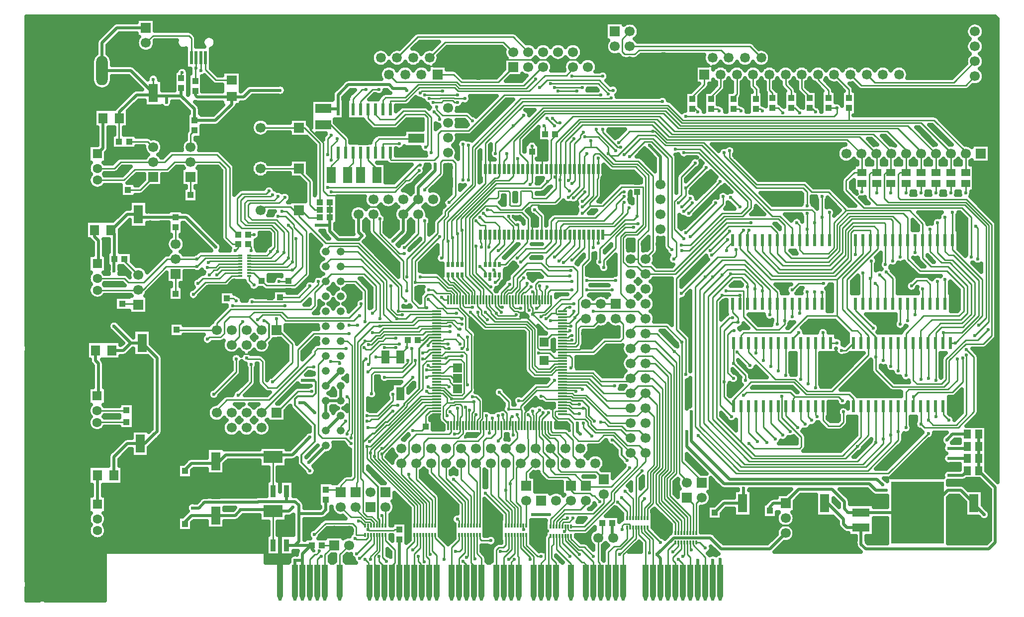
<source format=gbr>
G04 DipTrace 3.1.0.1*
G04 PCIUSB_top.gbr*
%MOMM*%
G04 #@! TF.FileFunction,Copper,L1,Top*
G04 #@! TF.Part,Single*
%AMOUTLINE0*
4,1,8,
0.508,2.54,
-0.508,2.54,
-0.508,-2.79,
-0.35,-3.1,
-0.25,-3.54,
0.25,-3.54,
0.35,-3.1,
0.508,-2.79,
0.508,2.54,
0*%
G04 #@! TA.AperFunction,Conductor*
%ADD13C,0.23*%
%ADD14C,0.3*%
%ADD15C,0.5*%
G04 #@! TA.AperFunction,CopperBalancing*
%ADD17C,0.635*%
G04 #@! TA.AperFunction,ComponentPad*
%ADD21R,1.7X1.7*%
%ADD22C,1.7*%
%ADD24R,1.6X3.15*%
%ADD25R,1.0X1.1*%
%ADD26R,1.1X1.0*%
%ADD27R,2.7X1.6*%
%ADD28R,1.6X2.7*%
%ADD29R,1.5X1.3*%
G04 #@! TA.AperFunction,ComponentPad*
%ADD32R,1.6X1.6*%
%ADD33C,1.6*%
%ADD34C,3.2*%
%ADD35O,2.0X5.0*%
%ADD36O,2.0X4.5*%
%ADD37O,4.5X2.0*%
%ADD38R,0.5X2.3*%
%ADD39R,2.0X2.5*%
G04 #@! TA.AperFunction,ComponentPad*
%ADD40C,4.76*%
%ADD41R,1.69X1.69*%
%ADD42C,1.69*%
%ADD43R,1.34X1.34*%
%ADD44C,1.34*%
%ADD45C,1.7*%
%ADD46R,1.3X1.5*%
G04 #@! TA.AperFunction,ComponentPad*
%ADD47C,6.0*%
%ADD48R,1.5X1.5*%
%ADD51R,1.6X1.8*%
%ADD52R,1.8X1.6*%
%ADD55R,0.65X0.3*%
%ADD57R,0.3X0.65*%
%ADD59R,0.55X0.95*%
%ADD61R,0.95X2.15*%
%ADD62R,3.25X2.15*%
%ADD63R,0.6X2.0*%
%ADD65R,1.6X0.3*%
%ADD66R,0.3X1.6*%
%ADD67R,9.0X9.0*%
%ADD68R,0.5X1.8*%
%ADD69R,0.6X2.15*%
%ADD71R,3.0X1.45*%
%ADD72R,9.0X10.6*%
%ADD76R,1.4X2.2*%
G04 #@! TA.AperFunction,ViaPad*
%ADD77C,0.6*%
%ADD181OUTLINE0*%
%FSLAX35Y35*%
G04*
G71*
G90*
G75*
G01*
G04 Top*
%LPD*%
X10662177Y7323067D2*
D13*
Y6908580D1*
X10552733Y6799137D1*
Y6275207D1*
X10489227Y6211700D1*
Y5989427D1*
X10425720Y5925920D1*
Y5910043D1*
X10336577Y5820900D1*
X10216000D1*
X12330920Y3099847D2*
Y3131627D1*
X12203907Y3258640D1*
Y5259100D1*
X12124523Y5338483D1*
X11822867Y5640140D1*
X11632240D1*
X11632000Y5639900D1*
X14649493Y4401800D2*
Y4163030D1*
X14744173Y4068350D1*
X14934693D1*
X14998200Y4131857D1*
Y4306500D1*
X16792263Y4163610D2*
X16697003Y4258870D1*
Y4401600D1*
X16696843Y4401760D1*
X14632877Y6148193D2*
Y6338873D1*
X16728757Y6560987D2*
Y6148353D1*
X16728597Y6148193D1*
X13140630Y5687770D2*
X13093000D1*
X13029493Y5624263D1*
Y4973320D1*
X13124757Y4878057D1*
X12390000Y2243900D2*
Y2532740D1*
X12045140Y2877600D1*
Y3147503D1*
X12156277Y3258640D1*
Y5147963D1*
X11791113Y5513127D1*
X11505227D1*
X11378000Y5385900D1*
X10362213Y5767153D2*
X10358467Y5770900D1*
X10216000D1*
X12340000Y2243900D2*
Y2519233D1*
X11997510Y2861723D1*
Y3179257D1*
X12108647Y3290393D1*
Y5084457D1*
X11806990Y5386113D1*
X11632213D1*
X11632000Y5385900D1*
X10216000Y5670900D2*
X10319277D1*
X10336147Y5687770D1*
X10346337D1*
X12290000Y2243900D2*
Y2489850D1*
X11949880Y2829970D1*
Y3195133D1*
X12061017Y3306270D1*
Y4941567D1*
X11743483Y5259100D1*
X11505200D1*
X11378000Y5131900D1*
X10378090Y5608387D2*
X10346337D1*
X10306233Y5568283D1*
X10213383D1*
X10216000Y5570900D1*
X12240000Y2243900D2*
Y2460467D1*
X11902250Y2798217D1*
Y3211010D1*
X12013387Y3322147D1*
Y4909813D1*
X11791113Y5132087D1*
X11632187D1*
X11632000Y5131900D1*
X10378090Y5529003D2*
X10369987Y5520900D1*
X10216000D1*
X12190000Y2243900D2*
Y2431083D1*
X11854620Y2766463D1*
Y3226887D1*
X11965757Y3338023D1*
Y4798677D1*
X11759360Y5005073D1*
X11505173D1*
X11378000Y4877900D1*
X10216000Y4970900D2*
X10729797D1*
X10870267Y4830430D1*
X11298937D1*
X11362203Y4893697D1*
X11378000Y4877900D1*
X12140000Y2243900D2*
Y2417577D1*
X11806990Y2750587D1*
Y3242763D1*
X11918127Y3353900D1*
Y4703417D1*
X11743483Y4878060D1*
X11632160D1*
X11632000Y4877900D1*
X11108417Y4751047D2*
X10886143D1*
X10716290Y4920900D1*
X10216000D1*
X11664813Y2497793D2*
Y2656040D1*
X11759360Y2750587D1*
Y3258640D1*
X11870497Y3369777D1*
Y4624033D1*
X11743483Y4751047D1*
X11505147D1*
X11378000Y4623900D1*
X10918030D1*
X10671030Y4870900D1*
X10216000D1*
X11614813Y2497793D2*
Y2669547D1*
X11711730Y2766463D1*
Y3274517D1*
X11822867Y3385653D1*
Y4433033D1*
X11632000Y4623900D1*
X10216000Y4820900D2*
X10641647D1*
X10965527Y4497020D1*
X11505120D1*
X11632000Y4623900D1*
X11514813Y2497793D2*
Y2855327D1*
X11664100Y3004613D1*
Y3290393D1*
X11775237Y3401530D1*
Y4226663D1*
X11632000Y4369900D1*
X11647770Y4354130D1*
X11600593D1*
X11489457Y4242993D1*
X10965527D1*
X10616240Y4592280D1*
X10409843D1*
X10381223Y4620900D1*
X10216000D1*
X11464813Y2497793D2*
Y3202243D1*
X11568840Y3306270D1*
X11378000Y4115900D2*
X11029113D1*
X10600363Y4544650D1*
X10393967D1*
X10367717Y4570900D1*
X10216000D1*
X11414813Y2497793D2*
Y2825230D1*
X11283060Y2956983D1*
X10505103Y4433513D2*
X10378090D1*
X10340703Y4470900D1*
X10216000D1*
X11364813Y2497793D2*
Y2700587D1*
X11219553Y2845847D1*
X10568610Y4370007D2*
X10600363D1*
X10378090D1*
X10327197Y4420900D1*
X10216000D1*
X11378000Y3861900D2*
X11346620D1*
X11203677Y4004843D1*
X10790883D1*
X10695623Y4100103D1*
Y4147733D1*
X10616240Y4227117D1*
Y4354130D1*
X10600363Y4370007D1*
X11314813Y2497793D2*
Y2607697D1*
X11156047Y2766463D1*
X10505103Y4274747D2*
X10409843D1*
X10313690Y4370900D1*
X10216000D1*
X11632000Y3861900D2*
Y3878177D1*
X11521210Y3988967D1*
X11298937D1*
X11219553Y4068350D1*
X10997280D1*
X10933050Y4132580D1*
X10869543D1*
X10362927Y2354903D2*
X10585720D1*
X11044910Y2814093D1*
Y2941107D1*
X11489457Y3385653D1*
Y3496443D1*
X11378000Y3607900D1*
X11076317Y3909583D1*
X10917897D1*
X10822637Y3814323D1*
X10489227D1*
X10393967Y3909583D1*
Y4115980D1*
X10314583Y4195363D1*
X10139940D1*
X10092310Y4242993D1*
Y4306500D1*
X10108187Y4322377D1*
X10214523D1*
X10216000Y4320900D1*
X10312927Y2354903D2*
Y2307697D1*
X10330460Y2290163D1*
X10600363D1*
X11092540Y2782340D1*
Y2925230D1*
X11632347Y3465037D1*
Y3607553D1*
X11632000Y3607900D1*
Y3624150D1*
X11521210Y3734940D1*
X11314813D1*
X11092540Y3957213D1*
X10775007D1*
X10647993Y4084227D1*
Y4131857D1*
X10600363Y4179487D1*
X10425720D1*
X10334307Y4270900D1*
X10216000D1*
X10262927Y2354903D2*
Y2286137D1*
X10251077Y2274287D1*
X10021000Y4075900D2*
Y3980893D1*
X10044680Y3957213D1*
X10266953D1*
X10393967Y3830200D1*
Y3560377D1*
X10521033Y3433310D1*
X9300847Y2370780D2*
Y2605327D1*
X8996820Y2909353D1*
Y3433097D1*
X8997033Y3433310D1*
X9123833Y3814323D2*
Y3830200D1*
X9171000Y3877367D1*
Y4075900D1*
X9122150Y4238940D2*
Y4074750D1*
X9121000Y4075900D1*
X9250847Y2370780D2*
Y2575943D1*
X8901560Y2925230D1*
X8743033Y3433310D2*
X8869807Y3560083D1*
Y3814323D1*
X8917437Y3861953D1*
X8996820D1*
X9071000Y3936133D1*
Y4075900D1*
X8807013Y2370780D2*
Y3369330D1*
X8743033Y3433310D1*
X8757013Y2370780D2*
Y3117407D1*
X8615780Y3258640D1*
Y3560563D1*
X8489033Y3687310D1*
X9021000Y4203667D2*
Y4075900D1*
X8707013Y2370780D2*
Y2945133D1*
X8488767Y3163380D1*
Y3433043D1*
X8489033Y3433310D1*
X8971393Y3944237D2*
Y4075900D1*
X8971000D1*
X8917437Y4242993D2*
Y4079463D1*
X8921000Y4075900D1*
X8657013Y2370780D2*
Y2868120D1*
X8361753Y3163380D1*
X8607013Y2370780D2*
Y2806983D1*
X8234740Y3179257D1*
Y3433017D1*
X8235033Y3433310D1*
Y3449453D1*
X8361753Y3576173D1*
Y3750817D1*
X8425260Y3814323D1*
X8774547D1*
X8869807Y3909583D1*
Y4074707D1*
X8871000Y4075900D1*
X8557013Y2370780D2*
Y2777600D1*
X8107727Y3226887D1*
Y3560617D1*
X7981033Y3687310D1*
X8742793Y4258870D2*
X8721000Y4237077D1*
Y4075900D1*
X8044933Y2370780D2*
Y2845133D1*
X7726687Y3163380D1*
Y3432963D1*
X7727033Y3433310D1*
Y3433630D2*
X7853700Y3560297D1*
Y3782570D1*
X7933083Y3861953D1*
X8441137D1*
X8520520Y3941337D1*
Y4075420D1*
X8521000Y4075900D1*
X7994933Y2370780D2*
Y2799873D1*
X7599673Y3195133D1*
Y3242763D1*
X8298247Y4306500D2*
X8371000Y4233747D1*
Y4075900D1*
X7944933Y2370780D2*
Y2770490D1*
X7472660Y3242763D1*
Y3432937D1*
X7473033Y3433310D1*
Y3465410D1*
X7599673Y3592050D1*
Y3798447D1*
X7726687Y3925460D1*
X8282370D1*
X8323367Y3966457D1*
Y4073533D1*
X8321000Y4075900D1*
X7894933Y2370780D2*
Y2756983D1*
X7139250Y3512667D1*
Y3592050D1*
X7918100Y4370900D1*
X8076000D1*
X7844933Y2370780D2*
Y2743477D1*
X7075743Y3512667D1*
Y3623800D1*
X7139253Y3687310D1*
X7147190Y3679373D1*
X7885453Y4417637D1*
X8072737D1*
X8076000Y4420900D1*
X7794933Y2370780D2*
Y2729970D1*
X7012237Y3512667D1*
Y3544420D1*
Y3655557D1*
X7827580Y4470900D1*
X8076000D1*
X6186677Y5258913D2*
Y5243223D1*
X6154897D1*
Y5211470D1*
X6059637Y5116210D1*
Y3925460D1*
X6123143Y3861953D1*
X6520060D1*
X6615320Y3766693D1*
X7744933Y2370780D2*
Y2716463D1*
X6948730Y3512667D1*
Y3607927D1*
Y3655557D1*
X7814073Y4520900D1*
X8076000D1*
X6440677Y5512913D2*
X6552027D1*
X6631197Y5433743D1*
Y3941337D1*
X6615320Y3925460D1*
Y3861953D1*
X7694933Y2370780D2*
Y2702957D1*
X6885223Y3512667D1*
Y3719063D1*
X6948730D1*
X7800567Y4570900D1*
X8076000D1*
X8981560Y6640370D2*
Y6560987D1*
X8298247Y5770900D2*
X8076000D1*
X6186677Y6528913D2*
Y6561013D1*
X6281910Y6656247D1*
X6837593D1*
X7043990Y6449850D1*
Y6052933D1*
X6980483Y5989427D1*
Y5656017D2*
X7091620D1*
X7171003Y5735400D1*
X7742563D1*
X7778063Y5770900D1*
X8076000D1*
X4329500Y5703400D2*
Y5814523D1*
X4567910Y6052933D1*
X5933157D1*
X5996373Y6116150D1*
Y6338610D1*
X6186677Y6528913D1*
X4329500Y5703400D2*
X3646630D1*
X3646383Y5703647D1*
X5726227Y7735860D2*
X5646843D1*
X5583337Y7799367D1*
X5154667D1*
X5091160Y7735860D1*
X5076227D1*
X5726227D2*
X5773857D1*
X5900870Y7608847D1*
X6086000D1*
Y7624277D1*
X5726227Y7735860D2*
Y7640600D1*
X6186650Y7180177D1*
X6742333D1*
X7472660Y6449850D1*
Y6274997D1*
X7551833Y6195823D1*
X7933083Y6227577D2*
X8091850Y6068810D1*
X8171233D1*
X8250617Y5989427D1*
X8409383D1*
X8647533Y6005303D2*
X8901560Y5751277D1*
X9584257D1*
X9647763Y5687770D1*
Y5036827D1*
X9743190Y4941400D1*
X10028627D1*
X10108127Y5020900D1*
X10216000D1*
X5726227Y8450310D2*
X5076227D1*
X5726227D2*
Y8418300D1*
X5917000Y8227527D1*
Y7830650D1*
X5996373Y7751277D1*
X6086000D1*
X7869577Y8085147D2*
Y8100477D1*
X8139500Y8370400D1*
Y8560900D1*
X8171250Y8592650D1*
X8346427D1*
X8393507Y8545570D1*
Y7989887D1*
X8282370Y7878750D1*
X8742750Y7132150D2*
Y6669507D1*
X8963553Y6448703D1*
X8996820Y6433973D1*
X8774547Y6005303D2*
Y5941797D1*
X8917437Y5798907D1*
X9599743D1*
X9695250Y5703400D1*
Y5068723D1*
X9774947Y4989027D1*
X10012753D1*
X10094627Y5070900D1*
X10216000D1*
X5726500Y9148277D2*
X5076500D1*
X6086000Y7878303D2*
Y8884027D1*
X5821750Y9148277D1*
X5726500D1*
X10216000Y5120900D2*
X10081127D1*
X9996877Y5036650D1*
X9806373D1*
X9742873Y5100150D1*
Y5719277D1*
X9615613Y5846537D1*
X9060327D1*
X8901560Y6005303D1*
X11564813Y2497793D2*
Y2778313D1*
X11616470Y2829970D1*
X11378000Y4369900D2*
X11013263D1*
X10612263Y4770900D1*
X10216000D1*
X10212927Y2354903D2*
Y2410780D1*
X10235200Y2433053D1*
X10330460D1*
X10393967Y2496560D1*
X9971000Y4075900D2*
Y3951510D1*
X10012927Y3909583D1*
X10171693D1*
X10266953Y3814323D1*
Y3687390D1*
X10267033Y3687310D1*
X9350847Y2370780D2*
Y2634710D1*
X9123833Y2861723D1*
Y3560510D1*
X8997033Y3687310D1*
X9361983Y4227117D2*
X9346107D1*
X9323833Y4204843D1*
Y4073067D1*
X9321000Y4075900D1*
X8457013Y2370780D2*
Y2448930D1*
X8425260Y2480683D1*
X8568150Y4385883D2*
X8571280D1*
Y4075900D1*
X8571000D1*
X7103470Y2370780D2*
D14*
Y2468833D1*
X7075743Y2496560D1*
Y3036367D1*
X6821717Y3290393D1*
Y3782570D1*
X6980483Y3941337D1*
X7012237D1*
X7202757Y4131857D1*
X7234510D1*
X7520290Y4417637D1*
Y4449390D1*
X7774317Y4703417D1*
Y5386113D1*
X7959103Y5570900D1*
X8076000D1*
X6869347Y5211470D2*
X6821717Y5163840D1*
Y3782570D1*
X8076000Y4970900D2*
D13*
X8184873D1*
X8298250Y5084277D1*
X8393687D1*
X8425260Y5052703D1*
X8076000Y4870900D2*
X8273653D1*
X8298247Y4846307D1*
Y4814553D1*
X8345877Y4766923D1*
X8393507D1*
X8457013Y4703417D1*
X8425260D1*
X10216000Y5170900D2*
X9877127D1*
X9885943Y5179717D1*
X9901790D1*
X5091500Y5703400D2*
Y5719183D1*
X4884763Y5925920D1*
X4551353D1*
X4456093Y5830660D1*
Y5640140D1*
X4392587Y5576633D1*
X4202067D1*
X4170313Y5544880D1*
X10216000Y5220900D2*
X10082880D1*
X9997050Y5306730D1*
X9806530D1*
X8504643Y5386113D2*
X8536397Y5417867D1*
Y5529007D1*
X8449077Y5616327D1*
X7377400Y5401990D2*
X7186880D1*
X6789963Y6148193D2*
Y6116440D1*
X6583567Y5910043D1*
X5535707D1*
X5440447Y6005303D1*
X4964147D1*
X4884763Y5925920D1*
X9141560Y6640370D2*
Y6610467D1*
X9139710Y6608617D1*
Y6576863D1*
X9076203Y6513357D1*
X8282370Y5386113D2*
X8218863D1*
X8184077Y5420900D1*
X8076000D1*
X4503723Y6243453D2*
X4614860D1*
X4662490Y6195823D1*
X4916517Y5116210D2*
Y4814553D1*
X4694243Y4592280D1*
X8901560Y6640370D2*
Y6688000D1*
X8806300Y6783260D1*
X8266493Y5465497D2*
X8250617D1*
X8245213Y5470900D1*
X8076000D1*
X5408693Y6259330D2*
X5726227D1*
X5916747Y6449850D1*
X5345500Y5703400D2*
X5377187D1*
X5615090Y5465497D1*
Y5147963D1*
X5281680Y4814553D1*
X5345500Y5703400D2*
Y5894167D1*
X5488077Y6116440D2*
X4598983D1*
X9550847Y2370780D2*
Y2307697D1*
X9552503Y2306040D1*
X9631887Y4258870D2*
X9671000Y4219757D1*
Y4075900D1*
X11632000Y5893900D2*
X11504720Y6021180D1*
X10743253D1*
X10409843D2*
Y6005303D1*
X10330460Y5925920D1*
X10221020D1*
X10216000Y5920900D1*
X4868887Y7323067D2*
X4964147D1*
X12251537Y7053163D2*
X12378550D1*
X12965987Y7640600D1*
X13283520D1*
X13426410Y7783490D1*
Y7910503D1*
X12553193Y8783720D1*
X12140400D1*
X10171693Y9228267D2*
X10124063D1*
X10044680Y9307650D1*
X8123603Y9291773D2*
Y9323527D1*
X8028343Y9418787D1*
X6377170Y8958363D2*
Y8926610D1*
X6281910Y8831350D1*
Y8593200D1*
X10822177Y7323067D2*
Y7180177D1*
X9949420Y6433973D2*
Y6418097D1*
X9921000Y6389677D1*
Y6215900D1*
X14632877Y7228193D2*
Y7624723D1*
X16728597D2*
Y7228193D1*
X14649493Y5481800D2*
Y5656017D1*
X16697003D2*
Y5481920D1*
X16696843Y5481760D1*
X16728597Y7228193D2*
Y7037447D1*
X16792263Y6973780D1*
X16871647D1*
X17300317Y6545110D1*
Y5941797D1*
X17014537Y5656017D1*
X16697003D1*
X13172383Y7069040D2*
Y6973780D1*
X13140630Y6942027D1*
X12854850D1*
X12235660Y6322837D1*
X4885123Y6973400D2*
X5186043D1*
X5249930Y7037287D1*
X5241990Y7045227D1*
X5313433Y7116670D1*
Y7370697D1*
X5249927Y7434203D1*
X4757750D1*
X4678367Y7513587D1*
Y7942257D1*
X4757750Y8021640D1*
X5170543D1*
X5218173Y8069270D1*
X7790193Y9736320D2*
X7821947Y9768073D1*
X8171233D1*
X9822407Y9831580D2*
X9949420Y9958593D1*
X10838513D1*
X11013157Y9783950D1*
X11076663D1*
X13077123Y7958133D2*
X13235890Y7799367D1*
X14632877Y7974010D2*
Y7624723D1*
X9774777Y6068810D2*
X9822407Y6116440D1*
Y6214493D1*
X9821000Y6215900D1*
X4885123Y6873400D2*
X5324190D1*
X5472200Y7021410D1*
Y7370697D1*
X5313433Y7529463D1*
X4868887D1*
X4805380Y7592970D1*
Y7862873D1*
X4853010Y7910503D1*
X5313433D1*
X5376940Y7974010D1*
X7948960Y9641060D2*
X8123603D1*
X8139480Y9656937D1*
X8361753D1*
X8377630Y9641060D1*
X8552273D1*
X10076433Y9831580D2*
X10552733D1*
X10902020Y9117130D2*
Y9069500D1*
X11156047Y8815473D1*
X11203677D1*
X11267183Y8688460D2*
X11537087Y8958363D1*
X11759360D1*
X12076893Y8640830D1*
Y7275437D1*
X12156277Y7196053D1*
Y6957903D1*
X12108647Y6910273D1*
X10742177Y8443067D2*
Y7988810D1*
X10552733Y7799367D1*
X9711270Y6354590D2*
X9721000D1*
Y6215900D1*
X11632000Y6655900D2*
X11616817D1*
X11489457Y6783260D1*
X11330017D1*
X11251307Y6861970D1*
Y7275330D1*
X11299043Y7323067D1*
X11489457D1*
X11632347Y7465957D1*
Y8307420D1*
X11457703Y8482063D1*
X11060787D1*
X10838513Y8704337D1*
X10775007D1*
X10743253Y8672583D1*
Y8444143D1*
X10742177Y8443067D1*
X14378877Y7228193D2*
Y7418327D1*
X16474730D2*
Y7228327D1*
X16474597Y7228193D1*
X14395493Y5481800D2*
Y4782800D1*
X16442977Y4878060D2*
Y5481627D1*
X16442843Y5481760D1*
X16474597Y7228193D2*
Y7037420D1*
X16665250Y6846767D1*
X16808140D1*
X17173303Y6481603D1*
Y5973550D1*
X17014537Y5814783D1*
X16649373D1*
X16442977Y5608387D1*
Y5481893D1*
X14378877Y7418327D2*
Y7688230D1*
X13426410Y7529463D2*
X13013617D1*
X12140053Y6655900D1*
X11632000D1*
X4885123Y6673400D2*
X4958227D1*
X5091160Y6540467D1*
X14378877Y7815243D2*
Y8053527D1*
X14315503Y8116900D1*
X13521670D1*
X12965987Y8672583D1*
Y8720213D1*
X10902020Y10022100D2*
X10378090D1*
X5440447Y7719983D2*
X5519830D1*
X5853240Y7386573D1*
Y6656247D1*
X5654037Y6457043D1*
X5174583D1*
X5091160Y6540467D1*
X2297500Y8453777D2*
X2586113D1*
X2693237Y8560900D1*
X3250000D1*
X3439440D1*
X3567000Y8688460D1*
X4329080D1*
X4551353Y8466187D1*
Y7465957D1*
X4694243Y7323067D1*
Y7327710D1*
X4698887Y7323067D1*
X2297500Y6580527D2*
X2753627D1*
X2820797Y6513357D1*
X3090700D1*
X3487243Y6909900D1*
X3631000D1*
X3995297D1*
X4058797Y6973400D1*
X4725123D1*
X2293850Y4327490D2*
X2782923D1*
X2793687Y4338253D1*
X4186190Y6846767D2*
X4212823Y6873400D1*
X4725123D1*
X10582177Y8443067D2*
Y8130470D1*
X10401903Y7950197D1*
X9616010Y6497480D2*
Y6465727D1*
X9473120Y6322837D1*
Y6218020D1*
X9471000Y6215900D1*
X11632000Y6909900D2*
Y6925803D1*
X11759360Y7053163D1*
Y8323297D1*
X11505333Y8577323D1*
X11124293D1*
X11029033Y8672583D1*
X10997280Y8704337D1*
X10632117D2*
X10584487Y8656707D1*
Y8445377D1*
X10582177Y8443067D1*
X14124877Y7228193D2*
Y7434310D1*
X13918587Y7640600D1*
X13791573D1*
X12584947Y8847227D1*
X11965757D1*
X11791113Y9021870D1*
X11505333D1*
X11156047Y8672583D1*
X11029033D1*
X4885123Y6773400D2*
X5525847D1*
X5615090Y6862643D1*
Y7418327D1*
X5551583Y7481833D1*
X6218403Y8132777D2*
X7377400D1*
X7758440Y8513817D1*
X7790193D1*
X8520520Y8259790D2*
Y8863103D1*
X10600363Y8990117D2*
X10822637D1*
X10997280Y8815473D1*
Y8704337D1*
X4725123Y6773400D2*
X4382727D1*
X4329080Y6719753D1*
X4281450D1*
X4202067Y6640370D1*
X4059177Y10117360D2*
Y10338723D1*
X4059000Y10338900D1*
X3725767Y9990347D2*
Y10069730D1*
X3741643Y10085607D1*
X11060787Y6386343D2*
X10632117D1*
X10378090D2*
X10012927D1*
X9971000Y6344417D1*
Y6215900D1*
X4868887Y7164300D2*
X4916517Y7116670D1*
Y7053163D1*
X6218403Y8688460D2*
Y8958363D1*
X6281910Y9021870D1*
X8075973Y9498170D2*
Y9450540D1*
X8171233Y9355280D1*
X8584027D1*
X8679287Y9260020D1*
X9949420Y9307650D2*
X10076433Y9180637D1*
X12283290Y8720213D2*
X12537317D1*
X13362903Y7894627D1*
Y7799367D1*
X13251767Y7688230D1*
X12934233D1*
X12394427Y7148423D1*
X12235660D1*
X10822177Y8443067D2*
Y8291083D1*
X10806760Y8275667D1*
Y7989887D1*
X10679747Y7862873D1*
Y7815243D1*
X10552733Y7688230D1*
X9822407Y6449850D2*
Y6402220D1*
X9870037Y6354590D1*
Y6216863D1*
X9871000Y6215900D1*
X11378000Y6147900D2*
X11203373Y6322527D1*
Y7291010D1*
X11283060Y7370697D1*
X11457703D1*
X11584717Y7497710D1*
Y8137633D1*
X11224410D1*
X10902020Y7815243D1*
X10679747D1*
X14505877Y7228193D2*
Y7529463D1*
X16601743D2*
Y7228340D1*
X16601597Y7228193D1*
X14522493Y5481800D2*
Y4719293D1*
X16569990Y4846307D2*
Y5481613D1*
X16569843Y5481760D1*
X16601597Y7228193D2*
Y7021557D1*
X16728757Y6894397D1*
X16855770D1*
X17236810Y6513357D1*
Y5957673D1*
X17030413Y5751277D1*
X16665250D1*
X16569990Y5656017D1*
Y5481907D1*
X14505877Y7529463D2*
Y7704253D1*
X14458393Y7751737D1*
X13759820D1*
X12616700Y8894857D1*
X11981633D1*
X11791113Y9085377D1*
X11759360D1*
X11362443D1*
X11171923Y8894857D1*
X10822177Y8624953D2*
Y8443067D1*
X4885123Y6923400D2*
X5247177D1*
X5361063Y7037287D1*
Y7386573D1*
X5265803Y7481833D1*
X4821257D1*
X4741873Y7561217D1*
Y7910503D1*
X4805380Y7974010D1*
X5249927D1*
X5281680Y8005763D1*
X7869577Y9704567D2*
X8425260D1*
X10012927Y9895087D2*
X10822637D1*
X10997280Y9720443D1*
X11124293Y6545110D2*
X10631873D1*
X10378090Y6529233D2*
X9806530D1*
X9758900Y6481603D1*
Y6402220D1*
X9774777Y6386343D1*
Y6219677D1*
X9771000Y6215900D1*
X4885123Y6823400D2*
X5448833D1*
X5551583Y6926150D1*
Y7370697D1*
X5345187Y7577093D1*
X4932393D1*
X4868887Y7640600D1*
Y7831120D1*
X4900640Y7862873D1*
X5392817D1*
X5488077Y7958133D1*
X8012467Y9577553D2*
X8155357D1*
X8187110Y9609307D1*
X8345877D1*
X8377630Y9577553D1*
X8425260D1*
X10139940Y9768073D2*
X10457473D1*
X10790883Y9117130D2*
Y9085377D1*
X11124293Y8751967D1*
X11362443Y8656707D2*
X11616470Y8910733D1*
X11727607D1*
X12013387Y8624953D1*
Y7132547D1*
X12076893Y7069040D1*
X10662177Y8443067D2*
Y8004070D1*
X10552733Y7894627D1*
X9679517Y6433973D2*
X9584257Y6338713D1*
X9552503D1*
X9520750Y6306960D1*
Y6216150D1*
X9521000Y6215900D1*
X14251877Y7228193D2*
Y7069160D1*
X14315503Y7005533D1*
X14744173D1*
X14839433Y7100793D1*
Y7529463D1*
X15045830Y7735860D1*
X16125443D1*
X16347717Y7513587D1*
Y7228313D1*
X16347597Y7228193D1*
X14268493Y5481800D2*
Y4862183D1*
X16315963D2*
Y5481640D1*
X16315843Y5481760D1*
X16347597Y7228193D2*
Y6926270D1*
X16490607Y6783260D1*
X16776387D1*
X17109797Y6449850D1*
Y5989427D1*
X16998660Y5878290D1*
X16506483D1*
X16315843Y5687650D1*
Y5481760D1*
X14251877Y7228193D2*
Y7481953D1*
X14204367Y7529463D1*
X12823097Y7862873D2*
X12315043Y7354820D1*
X4885123Y6623400D2*
Y6544750D1*
X4964147Y6465727D1*
X5392817Y6529233D2*
X5540350D1*
X5551583Y6540467D1*
X15045830Y7735860D2*
Y7751737D1*
X14744173Y8053393D1*
X14458393D1*
X14331380Y8180407D1*
X13521670D1*
X13061247Y8640830D1*
Y8751967D1*
X5376940Y7640600D2*
X5503953D1*
X5646843Y7497710D1*
Y7450080D1*
X5789733Y7307190D1*
Y6778617D1*
X5551583Y6540467D1*
X2297500Y8253777D2*
X2751277D1*
X2931933Y8434433D1*
X3487617D1*
X3614630Y8561447D1*
X3884453D1*
X3885000Y8560900D1*
X4698887Y7164300D2*
X4598983D1*
X4487847Y7275437D1*
Y8450310D1*
X4377257Y8560900D1*
X3885000D1*
X4698887Y7164300D2*
Y7105437D1*
X4646613Y7053163D1*
X2297500Y6380527D2*
X2989650D1*
X2995440Y6386317D1*
X3074797D1*
X3471740Y6783260D1*
X3995670D1*
X4138560Y6926150D1*
X4722373D1*
X4725123Y6923400D1*
X2793687Y4131857D2*
X2298217D1*
X2293850Y4127490D1*
X4170313Y6767383D2*
X4313203D1*
X4369220Y6823400D1*
X4725123D1*
X10502177Y8443067D2*
Y8145727D1*
X10314583Y7958133D1*
X9552373Y6592397D2*
X9488997Y6529020D1*
Y6398927D1*
X9421000Y6330930D1*
Y6215900D1*
X11378000Y6909900D2*
X11505333D1*
Y7227807D1*
X11679977Y7402450D1*
Y8339173D1*
X11489457Y8529693D1*
X11076663D1*
X10790883Y8815473D1*
X10695623D1*
X10600363D1*
X10505103Y8720213D1*
Y8445993D1*
X10502177Y8443067D1*
X13997877Y7228193D2*
Y7037380D1*
X14109107Y6926150D1*
X14728297D1*
X14887063Y7084917D1*
Y7497710D1*
X15077583Y7688230D1*
X16014307D1*
X16093690Y7608847D1*
Y7228287D1*
X16093597Y7228193D1*
X14014493Y5481800D2*
Y4925690D1*
X16061937D2*
Y5481667D1*
X16061843Y5481760D1*
X16093597Y7228193D2*
Y6910367D1*
X16300087Y6703877D1*
X16760510D1*
X17046290Y6418097D1*
Y6021180D1*
X16966907Y5941797D1*
X16363593D1*
X16061937Y5640140D1*
Y5481853D1*
X13997877Y7228193D2*
Y7481927D1*
X13886833Y7592970D1*
X12997740D1*
X12108647Y6703877D1*
X11791113D1*
X11711730Y6783260D1*
X11568840D1*
X11505333Y6846767D1*
Y6909900D1*
X4885123Y6723400D2*
Y6719753D1*
X5615087D1*
X5678597Y6783263D1*
Y7259560D1*
X6281910Y8053393D2*
X7361523D1*
X7552043Y8243913D1*
X7599673D1*
X7774317Y8418557D1*
X8615780Y8259790D2*
Y8847227D1*
X10695623Y8926610D2*
Y8815473D1*
X4725123Y6723400D2*
X4412110D1*
X4329080Y6640370D1*
X3979793Y10164990D2*
Y10338107D1*
X3979000Y10338900D1*
X3963917Y9942717D2*
Y10149113D1*
X3979793Y10164990D1*
X9400847Y2370780D2*
Y2664093D1*
X9251033Y2813907D1*
Y2973047D1*
Y3433310D1*
X9377860Y3909583D2*
X9372203D1*
Y4077103D1*
X9371000Y4075900D1*
X8472890Y5465497D2*
X8393507Y5544880D1*
X8202987D1*
X8184560Y5526453D1*
Y5520900D1*
X8076000D1*
X7988487D1*
X7933083Y5465497D1*
Y5433743D1*
X13887493Y4401800D2*
Y4178827D1*
X14093230Y3973090D1*
X15934923D2*
Y4401680D1*
X15934843Y4401760D1*
X13870877Y6148193D2*
Y6338793D1*
X13315273Y6894397D1*
X12934233D1*
X12648453Y6608617D1*
X12473810Y6433973D1*
Y4052473D1*
X13220013Y3306270D1*
X15410993D1*
X15934923Y3830200D1*
Y3973090D1*
X13870877Y6148193D2*
Y5798907D1*
X15966677D2*
Y6148113D1*
X15966597Y6148193D1*
X10182143Y7323067D2*
Y7158873D1*
X9933543Y6910273D1*
Y6830357D1*
X9981000Y6782900D1*
X10393750D1*
X10473350Y6703300D1*
Y6370467D1*
X10330460Y6227577D1*
X10187570D1*
X9917667Y5957673D1*
X9885913D1*
X9854160Y5925920D1*
X10182143Y7323067D2*
Y7460530D1*
X10235200Y7513587D1*
X11060783D1*
X11243367Y7696170D1*
Y7854933D1*
X11267183Y7878750D1*
X12394427Y7942257D2*
X12251537Y7799367D1*
X8507013Y2370780D2*
Y2748217D1*
X7980713Y3274517D1*
Y3432990D1*
X7981033Y3433310D1*
X8631657Y4338253D2*
X8621000Y4327597D1*
Y4075900D1*
X7452757Y4613223D2*
Y4683513D1*
X7663180Y4893937D1*
X7901330D2*
X7930160Y4922767D1*
X8074133D1*
X8076000Y4920900D1*
X8309500D1*
X8352340Y4878060D1*
X8425260D1*
X6853470Y2370780D2*
X6775320Y2448930D1*
X6742333D1*
X7425030Y6021180D2*
X8076000D1*
Y6020900D1*
X6186677Y7036913D2*
Y7069067D1*
X6250157Y7132547D1*
X6726230D1*
X7425030Y6433747D1*
Y6021180D1*
X10102177Y7323067D2*
Y7190043D1*
X9933543Y7021410D1*
X9663887D1*
X9504750Y6862273D1*
X8504643Y5798907D2*
Y5814783D1*
X8425260D1*
X8369143Y5870900D1*
X8076000D1*
X6694570Y2941093D2*
X6710580D1*
Y3099873D1*
X6726457Y3115750D1*
Y5497250D1*
X6996360Y5767153D1*
X7107497D1*
X7123373D1*
X7139250Y5783030D1*
X7679057D1*
X7766927Y5870900D1*
X8076000D1*
X6440677Y6782913D2*
X6806187D1*
X7107497Y6481603D1*
Y5894167D1*
X13760493Y4401800D2*
Y4115307D1*
X13966217Y3909583D1*
X15807843D2*
Y4401760D1*
X13743877Y6148193D2*
Y6386410D1*
X13315273Y6815013D1*
X12981863D1*
X12775467Y6608617D1*
X12553193Y6386343D1*
Y4068350D1*
X13251767Y3369777D1*
X15379240D1*
X15807843Y3798380D1*
Y3909583D1*
X15839597Y6148193D2*
Y6576930D1*
X15728527Y6688000D1*
X14664790Y6497480D2*
X14236120D1*
X14124983Y6386343D1*
X13743943Y5957673D2*
Y6132317D1*
X13728067Y6116440D1*
Y6164070D1*
X13759753D1*
X13743877Y6148193D1*
X10102177Y7323067D2*
Y7523453D1*
X10139940Y7561217D1*
X10917893D1*
X11132230Y7775553D1*
Y7839057D1*
X11267183Y7974010D1*
X12426180Y7862873D2*
X12283290Y7719983D1*
X6903470Y2370780D2*
Y2308410D1*
X6901100Y2306040D1*
X7393643Y5894167D2*
X7552043D1*
X7628777Y5970900D1*
X8076000D1*
X6440677Y7036913D2*
X6726613D1*
X7218633Y6544893D1*
Y6069177D1*
X7393643Y5894167D1*
X7440907Y2301397D2*
X7356880D1*
X7345647Y2290163D1*
X6916977D1*
X6901100Y2306040D1*
X10022177Y7323067D2*
Y7205303D1*
X9901790Y7084917D1*
X9600393D1*
X9441250Y6925773D1*
X8504643Y5894167D2*
Y5878290D1*
X8462033Y5920900D1*
X8076000D1*
X6440543Y2941093D2*
Y3052110D1*
X6535937Y3147503D1*
X6631197D1*
X6678827Y3195133D1*
Y5576633D1*
X6932853Y5830660D1*
X7313893D1*
X7647303D1*
X7737543Y5920900D1*
X8076000D1*
X6186677Y6782913D2*
Y6830917D1*
X6266033Y6910273D1*
X6774087D1*
X7171003Y6513357D1*
Y5973550D1*
X7313893Y5830660D1*
X13633493Y4401800D2*
Y4051787D1*
X13839203Y3846077D1*
X15680843D2*
Y4401760D1*
X13616877Y6148193D2*
Y6370413D1*
Y6434027D1*
X13315273Y6735630D1*
X13026660D1*
X12934233Y6643203D1*
Y6640370D1*
X12616700Y6322837D1*
Y4115980D1*
X13315280Y3417400D1*
X15331603D1*
X15680843Y3766640D1*
Y3846077D1*
X15712597Y6148193D2*
Y6545163D1*
X15617390Y6640370D1*
X10022177Y7323067D2*
Y7554590D1*
X10076433Y7608847D1*
X10775007D1*
X11219553Y8053393D1*
X11267183D1*
X13029493Y7243683D2*
X12759590Y6973780D1*
X6186650Y2984093D2*
X6397543D1*
X6440543Y2941093D1*
X9450847Y2370780D2*
Y2677600D1*
X9330230Y2798217D1*
Y3087200D1*
Y3131627D1*
X9377860Y3179257D1*
Y3560483D1*
X9251033Y3687310D1*
X9266723D1*
X9441367Y3861953D1*
Y3957820D1*
X9421000Y3978187D1*
Y4075900D1*
X10262143Y8443067D2*
Y8397870D1*
X10251077Y8386803D1*
Y8148653D1*
X10330460Y8069270D1*
X9171463Y6005303D2*
X9071000Y6105767D1*
Y6215900D1*
X15300070Y8704337D2*
X15061920Y8942487D1*
X11996540D1*
X11742513Y9196513D1*
X10552733D1*
X10266953Y8910733D1*
Y8447877D1*
X10262143Y8443067D1*
X12743937Y9466417D2*
X12854850D1*
X12886603Y9434663D1*
X15315733Y8386283D2*
Y8688673D1*
X15300070Y8704337D1*
X13870877Y7228193D2*
Y7005613D1*
X14013847Y6862643D1*
X14744173D1*
X14934693Y7053163D1*
Y7465957D1*
X15109337Y7640600D1*
X15839663D1*
X15966597Y7513667D1*
Y7228193D1*
X13887493Y5481800D2*
Y5005073D1*
X15934843D2*
Y5481760D1*
X13870877Y7228193D2*
Y7354900D1*
X13759820Y7465957D1*
X13045370D1*
X12156277Y6576863D1*
Y5703647D1*
X12315043Y5544880D1*
Y4941567D1*
X15966597Y7228193D2*
Y6942027D1*
X17173303D2*
Y7624723D1*
X17014537Y7783490D1*
X15347487D1*
X15045830Y8085147D1*
Y8243913D1*
X15188200Y8386283D1*
X15315733D1*
X10182143Y8443067D2*
Y8333747D1*
X10171693Y8323297D1*
Y8259790D1*
Y7958133D1*
X10092310Y7878750D1*
X9647763D1*
X9520750Y7751737D1*
X9155587D1*
X9092080Y7815243D1*
X8901560D1*
X8679287Y7592970D1*
Y6655863D1*
X9021000Y6314150D1*
Y6215900D1*
X15554070Y8704337D2*
X15268290Y8990117D1*
X12028283D1*
X11774257Y9244143D1*
X10520980D1*
X10180370Y8903533D1*
Y8444840D1*
X10182143Y8443067D1*
X13124937Y9466417D2*
X13220013D1*
X13251767Y9434663D1*
X15569760Y8386283D2*
Y8688647D1*
X15554070Y8704337D1*
X13743877Y7228193D2*
Y7021477D1*
X13966217Y6799137D1*
X14760050D1*
X14982323Y7021410D1*
Y7434203D1*
X15141090Y7592970D1*
X15807910D1*
X15839663Y7561217D1*
Y7228260D1*
X15839597Y7228193D1*
X13760493Y5481800D2*
Y5084457D1*
X15807910D2*
Y5481693D1*
X15807843Y5481760D1*
X15839663Y7228193D2*
Y6878520D1*
X17300317Y5783030D2*
X17427330Y5910043D1*
Y7465957D1*
X17062167Y7831120D1*
X15569760D1*
X15442747Y7958133D1*
Y8355050D1*
X15474500Y8386803D1*
X15569240D1*
X15569760Y8386283D1*
X10102177Y8443067D2*
Y8278033D1*
Y8110890D1*
X9933540Y7942253D1*
X9718393D1*
G02X9695393Y7965253I0J23000D01*
G01*
Y8046267D1*
G03X9672393Y8069267I-23000J0D01*
G01*
X9527873D1*
G03X9504873Y8046267I0J-23000D01*
G01*
Y7838240D1*
G02X9481873Y7815240I-23000J0D01*
G01*
X9337353Y7815243D1*
G02X9314353Y7838247I0J23000D01*
G01*
Y8046270D1*
G03X9291353Y8069270I-23000J0D01*
G01*
X9146833D1*
G03X9123833Y8046270I0J-23000D01*
G01*
Y7965257D1*
G02X9100833Y7942260I-22995J-2D01*
G01*
X8965070D1*
X8631657Y7608847D1*
Y6640370D1*
X8871000Y6401027D1*
Y6215900D1*
X10092310Y8307420D2*
Y8287900D1*
X10102177Y8278033D1*
X15808070Y8704337D2*
Y8735930D1*
X15506253Y9037747D1*
X12075907D1*
X11821880Y9291773D1*
X10505103D1*
X10102177Y8888847D1*
Y8443067D1*
X13505937Y9466417D2*
X13585177D1*
X13616930Y9434663D1*
X15807910Y8386283D2*
Y8704177D1*
X15808070Y8704337D1*
X13616877Y7228193D2*
Y7037340D1*
X13918587Y6735630D1*
X14791803D1*
X15029953Y6973780D1*
Y7402450D1*
X15156967Y7529463D1*
X15696773D1*
X15712650Y7513587D1*
Y7228247D1*
X15712597Y7228193D1*
X13633493Y5481800D2*
Y5179717D1*
X15680843D2*
Y5481760D1*
X15712597Y7228193D2*
Y6815013D1*
X15807910Y8386283D2*
X15728007D1*
X15696773Y8355050D1*
Y7942257D1*
X15760280Y7878750D1*
X17078043D1*
X17474960Y7481833D1*
Y5846537D1*
X17236810Y5608387D1*
X10022177Y8443067D2*
Y8284917D1*
X9965297Y8228037D1*
X9854160Y8116900D1*
X9076203D1*
X8568150Y7608847D1*
Y6624493D1*
X8821000Y6371643D1*
Y6215900D1*
X16062070Y8704337D2*
Y8767710D1*
X15744403Y9085377D1*
X12123523D1*
X11869497Y9339403D1*
X10393967D1*
X10092310Y9037747D1*
Y9005993D1*
X10022177Y8935860D1*
Y8443067D1*
X13791677Y9482293D2*
X13886833D1*
X13966217Y9402910D1*
X16061937Y8386283D2*
Y8704203D1*
X16062070Y8704337D1*
X13489877Y7228193D2*
Y7069080D1*
X13886833Y6672123D1*
X14823557D1*
X15077583Y6926150D1*
Y7370697D1*
X15172843Y7465957D1*
X15522130D1*
X15585637Y7402450D1*
Y7228233D1*
X15585597Y7228193D1*
Y7084877D1*
X15061707Y6560987D1*
Y6068810D1*
X15553883Y5576633D1*
Y5481800D1*
X15553843Y5481760D1*
Y5243223D1*
X13506493Y5306030D2*
Y5481800D1*
X16061937Y8386283D2*
X15966157D1*
X15934923Y8355050D1*
Y7958133D1*
X15966677Y7926380D1*
X17093920D1*
X17522590Y7497710D1*
Y5608387D1*
X17379700Y5465497D1*
X17078043D1*
X16792263Y5179717D1*
Y4814553D1*
X16712880Y4735170D1*
X15839663D1*
X15553843Y5020990D1*
Y5243223D1*
X10092310Y9037747D2*
D3*
X8506493Y6635013D2*
Y6585247D1*
X8721000Y6370740D1*
Y6215900D1*
X8426493Y6635013D2*
Y6593923D1*
X8671000Y6349417D1*
Y6215900D1*
X8346493Y6635013D2*
Y6592123D1*
X8621000Y6317617D1*
Y6215900D1*
X8266493Y6635013D2*
Y6560987D1*
X8314123Y6513357D1*
X8361753D1*
X8571000Y6304110D1*
Y6215900D1*
X8901560Y6820370D2*
Y7323067D1*
X8902143D1*
X8742793Y7561217D2*
X8822177Y7481833D1*
X8902143D1*
Y7323067D1*
X13125493Y4401800D2*
Y4513637D1*
X13426410Y4814553D1*
X14156737D1*
X14363133Y4608157D1*
X15093460D1*
X15172843Y4528773D1*
Y4401760D1*
X15204597Y6148193D2*
Y6037057D1*
X15506253Y5735400D1*
X13204137Y5830660D2*
Y5910043D1*
X13108877Y6005303D1*
Y6148193D1*
X13204137Y5830660D2*
X13108877D1*
X12965987Y5687770D1*
Y4860560D1*
Y4561307D1*
X13125493Y4401800D1*
X12965987Y4860560D2*
Y4814553D1*
X12473810Y8545570D2*
X12235660Y8307420D1*
Y8005763D1*
X12124523Y7894627D1*
Y7418327D1*
X12283290Y7259560D1*
X8981560Y6820370D2*
Y7022027D1*
X9139710Y7180177D1*
Y7320600D1*
X9142177Y7323067D1*
X8806300Y7624723D2*
X8893620Y7537403D1*
X9068263D1*
X9139710Y7465957D1*
Y7325533D1*
X13252493Y4401800D2*
Y3797717D1*
X13489937Y3560273D1*
X14981623D1*
X15299857Y3878507D1*
Y4401747D1*
X15299843Y4401760D1*
X15331597Y6148193D2*
Y6672137D1*
X13235890Y6291083D2*
Y6148193D1*
X13235877D1*
X13235890Y6291083D2*
X12934233D1*
X12838973Y6195823D1*
Y4211237D1*
X13252493Y3797717D1*
X12950110Y7974010D2*
Y7846997D1*
X12394427Y7291313D1*
X9061560Y6820370D2*
Y6895630D1*
X9377860Y7211930D1*
Y7318750D1*
X9382177Y7323067D1*
X8869807Y7688230D2*
X8917437Y7640600D1*
X9203217D1*
X9377860Y7465957D1*
Y7327383D1*
X9382177Y7323067D1*
X13379493Y4401800D2*
Y3956500D1*
X13537547Y3798447D1*
X15235623Y3719023D2*
X15426843Y3910243D1*
Y4401760D1*
X13362877Y6148193D2*
Y6433947D1*
X15458623Y6576863D2*
Y6148220D1*
X15458597Y6148193D1*
X13362877Y6433947D2*
Y6497507D1*
X13267643Y6592740D1*
X13108877D1*
X12775467Y6259330D1*
Y4179487D1*
X13442303Y3512650D1*
X15029250D1*
X15235623Y3719023D1*
X15474500Y6878520D2*
Y6592740D1*
X15458623Y6576863D1*
X9141560Y6820370D2*
X9240597D1*
X9616010Y7195783D1*
Y7316900D1*
X9622177Y7323067D1*
X8933313Y7751737D2*
X8996820D1*
X9044450Y7704107D1*
X9520750D1*
X9631887Y7592970D1*
Y7332777D1*
X9622177Y7323067D1*
X13506493Y4401800D2*
Y3972390D1*
X13696313Y3782570D1*
X15553883D2*
Y4401720D1*
X15553843Y4401760D1*
X15585597Y6148193D2*
Y6449890D1*
X15538007Y6497480D1*
X13489877Y6402180D2*
Y6148193D1*
Y6402180D2*
Y6481643D1*
X13315273Y6656247D1*
X13077123D1*
X12696083Y6275207D1*
Y4163610D1*
X13394667Y3465027D1*
X15236340D1*
X15553883Y3782570D1*
X13061247Y7386573D2*
X12727837Y7053163D1*
X8506493Y6815013D2*
Y7402450D1*
X8490617D1*
Y7594820D1*
X9092080Y8196283D1*
X9552503D1*
X9616010Y8259790D1*
Y8436900D1*
X9622177Y8443067D1*
X16316070Y8704337D2*
Y8735983D1*
X15919047Y9133007D1*
X12187020D1*
X11932993Y9387033D1*
X9917667D1*
X9488997Y8958363D1*
Y8704337D1*
X9622177Y8571157D1*
Y8443067D1*
X14109210Y9482293D2*
X14172613D1*
X14251997Y9402910D1*
X16315963Y8386283D2*
Y8704230D1*
X16316070Y8704337D1*
X13362877Y7228193D2*
Y7053190D1*
X13791573Y6624493D1*
X14855310D1*
X15125213Y6894397D1*
Y7354820D1*
X15172843Y7402450D1*
X15458623D1*
Y7228220D1*
X15458597Y7228193D1*
Y7053137D1*
X14982323Y6576863D1*
Y6052933D1*
X15426870Y5608387D1*
Y5481787D1*
X15426843Y5481760D1*
Y5274950D1*
X14807680Y4655787D1*
X14379010D1*
X14172613Y4862183D1*
X13839203D1*
X13378780Y5322607D1*
Y5481087D1*
X13379493Y5481800D1*
X13394657Y7402450D2*
X13362877Y7370670D1*
Y7228193D1*
X8426493Y6815013D2*
Y7338943D1*
X8410617D1*
Y7578327D1*
X9076203Y8243913D1*
X9298477D1*
X9377860Y8323297D1*
Y8438750D1*
X9382177Y8443067D1*
X16570070Y8704337D2*
X16093770Y9180637D1*
X12218763D1*
X11964737Y9434663D1*
X9901790D1*
X9382177Y8915050D1*
Y8443067D1*
X14426710Y9482293D2*
X14410763D1*
X14426640Y9466417D1*
X14474270D1*
X14521900Y9418787D1*
X16569990Y8386283D2*
Y8704257D1*
X16570070Y8704337D1*
X13235877Y7228193D2*
Y7084930D1*
X13759820Y6560987D1*
X14887063D1*
X15331597Y7005520D1*
Y7228193D1*
X15299843Y5481760D2*
Y5624277D1*
X15236350Y5687770D1*
X15141090D1*
X14887063Y5941797D1*
Y6560987D1*
X13252493Y5481800D2*
Y5609113D1*
X13299397Y5656017D1*
X14093230D1*
X14379010Y5941797D1*
X14887063D1*
X13235877Y7228193D2*
Y7338930D1*
X13299397Y7402450D1*
X8346493Y6815013D2*
Y7275437D1*
X8330617D1*
Y7561833D1*
X9060327Y8291543D1*
X9107957D1*
X9139710Y8323297D1*
Y8440600D1*
X9142177Y8443067D1*
X16824070Y8704337D2*
Y8720160D1*
X16315963Y9228267D1*
X12250507D1*
X11996480Y9482293D1*
X9885913D1*
X9139710Y8736090D1*
Y8445533D1*
X14744210Y9482293D2*
X14887063D1*
X16824017Y8386283D2*
Y8704283D1*
X16824070Y8704337D1*
X14141493Y5481800D2*
Y5561390D1*
X14236120Y5656017D1*
X13188260Y5322607D2*
X13410533Y5100333D1*
X12362673Y7688230D2*
X12902480Y8228037D1*
X12315043Y9339403D2*
X14839433D1*
X14887063Y9387033D1*
Y9482293D1*
X8266493Y6815013D2*
Y7211527D1*
X8250617D1*
Y7545340D1*
X8902143Y8196867D1*
Y8443067D1*
X17078070Y8704337D2*
Y8736063D1*
X16538237Y9275897D1*
X15093460D1*
X12267413D1*
X12013387Y9529923D1*
X9552503D1*
X8901560Y8878980D1*
Y8443650D1*
X8902143Y8443067D1*
X17078043Y8386283D2*
Y8704310D1*
X17078070Y8704337D1*
X15093460Y9482293D2*
Y9275897D1*
X16188843Y5481760D2*
Y4846413D1*
X16252457Y4782800D1*
X16665250D1*
X16744633Y4862183D1*
Y5195593D1*
X17078043Y5529003D1*
X17284440D1*
X17459083Y5703647D1*
X10422143Y7323067D2*
Y7144847D1*
X10155817Y6878520D1*
X9822407Y4338253D2*
X9771000Y4286847D1*
Y4075900D1*
X10362213Y3052243D2*
Y3131627D1*
X10298707Y3195133D1*
X9981173D1*
X9885913Y3290393D1*
Y3528543D1*
X9727147Y3687310D1*
X9759033D1*
X9771000D1*
Y4075900D1*
X14268493Y4401800D2*
Y4178867D1*
X14347257Y4100103D1*
X16315963D2*
Y4401640D1*
X16315843Y4401760D1*
X14251877Y6148193D2*
Y5989427D1*
X16347717Y6402220D2*
Y6148313D1*
X16347597Y6148193D1*
X17093920Y5370237D2*
X17220933Y5243223D1*
Y4306500D1*
X16951030Y4036597D1*
X16379470D1*
X16315963Y4100103D1*
X10362213Y3052243D2*
Y2972860D1*
X10409843Y2925230D1*
X10679747D1*
X10727377Y2877600D1*
X10759130D1*
X10854390Y2782340D1*
X10822610Y2163150D2*
Y1756457D1*
X10852333Y1726733D1*
Y1448700D1*
X10869667D1*
X10890787Y2417177D2*
Y2231327D1*
X10822610Y2163150D1*
X7934727Y6386343D2*
X8012467D1*
X8075973Y6322837D1*
X8298247D1*
X8321000Y6300083D1*
Y6215900D1*
X7107623Y7592523D2*
Y7338530D1*
X7440620Y7005533D1*
X7520290D1*
X7710873Y6513027D2*
X8108057D1*
X8250617Y6370467D1*
X8314123D1*
X8371000Y6313590D1*
Y6215900D1*
X8123627Y7290900D2*
X7710873Y6878147D1*
Y6513027D1*
X11124000Y5893900D2*
X11156313D1*
X11251307Y5798907D1*
Y5560757D1*
X11203677Y5513127D1*
X10933773D1*
X10743253Y5322607D1*
X10217707D1*
X10216000Y5320900D1*
Y5420900D2*
X10444630D1*
X10489227Y5465497D1*
Y5729197D1*
X10527183Y5767153D1*
X10743253D1*
X10870000Y5893900D1*
X10216000Y5470900D2*
X10415247D1*
X10441597Y5497250D1*
Y5814783D1*
X10520980Y5894167D1*
X10615733D1*
X10616000Y5893900D1*
X8076000Y5020900D2*
X7901330D1*
X7440907Y5465497D2*
X7123373D1*
X6932853Y5274977D1*
Y5132087D1*
X6916977Y5116210D1*
X6583567Y5640140D2*
X5980253D1*
X5710350Y5370237D1*
Y5084457D1*
X5345187Y4719293D1*
X5202297D1*
X5107037Y4814553D1*
Y5163840D1*
X5059407Y5211470D1*
X4853010D1*
X4837133Y5227347D1*
X8076000Y5370900D2*
X7949623D1*
X7901330Y5322607D1*
X7853700D1*
X7837823Y5306730D1*
X7377400Y5560757D2*
X7202757D1*
X7155127Y5513127D1*
X7091620D1*
X6948730Y5370237D1*
X6869347D1*
X6837593Y5401990D1*
X6758210Y5941797D2*
X6742333D1*
X6662950Y5862413D1*
X5503953D1*
X5408693Y5957673D1*
X5107037D1*
X5027653Y5878290D1*
X7753797Y5529003D2*
X7837823D1*
X7929720Y5620900D1*
X8076000D1*
X9061560Y6640370D2*
Y6703877D1*
X9044450D1*
Y6719753D1*
X8298247Y5671893D2*
X8076993D1*
X8076000Y5670900D1*
X6916977Y5449620D2*
X6964607D1*
X7075743Y5560757D1*
X7123373D1*
X7186880Y5624263D1*
X7837823D1*
X7885453Y5671893D1*
X8075007D1*
X4583500Y5449400D2*
Y5465890D1*
X4710120Y5592510D1*
Y5783030D1*
X4773627Y5846537D1*
X4662490Y5211470D2*
Y4989197D1*
X4281450Y4608157D1*
X4932393Y6179947D2*
X5757980D1*
X6059637Y6481603D1*
Y6529233D1*
X10162927Y2354903D2*
Y2424287D1*
X10219323Y2480683D1*
X10282830D1*
X10298707Y2496560D1*
X10267033Y3433310D2*
Y3480833D1*
X10139940Y3607927D1*
Y3798447D1*
X10076433Y3861953D1*
X9997050D1*
X9921000Y3938003D1*
Y4075900D1*
X10502177Y7323067D2*
Y7113743D1*
X10235200Y6846767D1*
X9885917Y4290623D2*
X9888633Y4287907D1*
X9821000Y4220273D1*
Y4075900D1*
X10013033Y3433310D2*
Y3322040D1*
X10092310Y3242763D1*
X10425720D1*
X10616240Y3052243D1*
X9821000Y4075900D2*
Y3895113D1*
X9885913Y3830200D1*
Y3623803D1*
X10012927Y3496790D1*
Y3433417D1*
X10013033Y3433310D1*
X14395493Y4401800D2*
Y4226510D1*
X14458393Y4163610D1*
X16442977D2*
Y4401627D1*
X16442843Y4401760D1*
X16474597Y6148193D2*
Y6481737D1*
X16411223Y6545110D1*
X16252457D1*
X16157197Y6449850D1*
X14379010Y6354590D2*
Y6148327D1*
X14378877Y6148193D1*
X17093920Y5274977D2*
Y4258870D1*
X16919277Y4084227D1*
X16522360D1*
X16442977Y4163610D1*
X10616240Y3052243D2*
X10632117D1*
X10647993Y3036367D1*
X11044910D1*
X11362443Y3353900D1*
X12529380Y3901643D2*
X13172383Y3258640D1*
X15760280D1*
X16442977Y3941337D1*
X6170667Y1448700D2*
Y1877263D1*
X6329540Y2036137D1*
X6118500D2*
X6329540D1*
X6424667Y1448700D2*
Y1877263D1*
X6583540Y2036137D1*
X8330000Y4528773D2*
X8187873Y4670900D1*
X8076000D1*
X6965600Y4616420D2*
Y4944190D1*
X7011600Y4990190D1*
X7489530D1*
X7647303Y5147963D1*
Y5386113D1*
X7901373Y6084400D2*
X7869577D1*
Y6259330D1*
X7917207Y6306960D1*
X7996590D1*
X8234740Y6068810D1*
X8425260D1*
X8568150Y5925920D1*
Y5719523D1*
X8663410Y5624263D1*
Y4671560D1*
X8520623Y4528773D1*
X8330000D1*
X14014493Y4401800D2*
Y4242347D1*
X14220243Y4036597D1*
X16061937D2*
Y4401667D1*
X16061843Y4401760D1*
X13997877Y6148193D2*
Y5862413D1*
X16093690D2*
Y6148100D1*
X16093597Y6148193D1*
X16935153Y5211470D2*
Y4846307D1*
X16776387Y4687540D1*
X16109567D1*
X16061937Y4639910D1*
Y4401853D1*
X10262143Y7323067D2*
Y7397640D1*
X10330460Y7465957D1*
X11092683D1*
X11322753Y7696027D1*
Y7759677D1*
X11346567Y7783490D1*
X12315043Y8116900D2*
Y7989887D1*
X12188030Y7862873D1*
X12997740Y6370467D2*
X13299397D1*
Y5925920D1*
X13521670Y5703647D1*
X13902710D1*
X13997877Y5798813D1*
Y5862413D1*
X7901373Y6084400D2*
X7758727D1*
X7647373Y6195753D1*
Y6909897D1*
X8091850Y7354373D1*
Y7529463D1*
X8218863Y7656477D1*
Y7719983D1*
X8679287Y8180407D1*
Y8815473D1*
X9504873Y9641060D1*
X11029033D1*
X11044910Y9656937D1*
X12664330Y8466187D2*
X12315043Y8116900D1*
X10216000Y5870900D2*
X10026193D1*
X10017707Y5862413D1*
X10012927D1*
X10742177Y7100793D2*
Y7323067D1*
X12584947Y3099873D2*
Y3131627D1*
X12251537Y3465037D1*
Y5497250D1*
X11981633Y5767153D1*
X11457703D1*
X11378320Y5687770D1*
Y5640220D1*
X11378000Y5639900D1*
X14759877Y7228193D2*
Y7704107D1*
X16855770D2*
Y7228367D1*
X16855597Y7228193D1*
X14776493Y5481800D2*
X14886637D1*
X16903400D2*
X16823803D1*
X16823843Y5481760D1*
X16855597Y7228193D2*
Y7069213D1*
X17363823Y6560987D1*
Y5942223D1*
X16903400Y5481800D1*
X7053470Y2370780D2*
Y2439450D1*
X6964607Y2528313D1*
X6885223D1*
X6821717Y2591820D1*
Y3131627D1*
X6774087Y3179257D1*
Y5433743D1*
X6853470Y5513127D1*
X6948730D1*
X7043990Y5608387D1*
X7107497D1*
X7171003Y5671893D1*
X7774317D1*
X7823323Y5720900D1*
X8076000D1*
X6440677Y6528913D2*
X6695023D1*
X6853470Y6370467D1*
Y5846537D1*
X9271000Y6215900D2*
Y6311023D1*
X9298377Y6338400D1*
X9346000D1*
X9441250Y6433650D1*
Y6576523D1*
X9600000Y6735273D1*
X9854000D1*
X9965123Y6624150D1*
X10346123D1*
X10917623Y6767023D2*
Y6894023D1*
X11124000Y7100400D1*
Y7290900D1*
X11282750Y7449650D1*
X11425623D1*
X9171000Y6215900D2*
Y6338250D1*
X9314353Y6481603D1*
X10378090Y8196283D2*
X10425720Y8243913D1*
Y8443067D1*
X10422143D1*
X6901250Y9459650D2*
Y9307027D1*
X7012377Y9195900D1*
X7361623D1*
X7536250Y9370527D1*
X7869623D1*
X7917250Y9322900D1*
Y8846650D1*
X7885500Y8814900D1*
X10568610Y9069500D2*
X10520980Y9021870D1*
Y8974240D1*
X10422143Y8875403D1*
Y8443067D1*
X7790250Y6608273D2*
X8076317D1*
X8266493Y6418097D1*
X8330000D1*
X8419080Y6329017D1*
Y6217820D1*
X8421000Y6215900D1*
X7869627Y7560773D2*
Y7211527D1*
X7568000Y6909900D1*
Y6608273D1*
X10342143Y7323067D2*
Y7207737D1*
X10076433Y6942027D1*
X9711270Y4322377D2*
Y4258870D1*
X9721000Y4249140D1*
Y4075900D1*
X9600133Y3052243D2*
Y3274410D1*
X9759033Y3433310D1*
X14141493Y4401800D2*
Y4529407D1*
X14172613Y4560527D1*
X14918817D1*
X14982323Y4497020D1*
X16188950Y4560527D2*
Y4401867D1*
X16188843Y4401760D1*
X14124877Y6148193D2*
Y5925920D1*
X16220703Y5957673D2*
Y6148087D1*
X16220597Y6148193D1*
X17030413Y5227347D2*
Y4814553D1*
X16855770Y4639910D1*
X16268333D1*
X16188950Y4560527D1*
X14172613D2*
X14093230Y4639910D1*
X13347027D1*
X13299397Y4592280D1*
X8271000Y6215900D2*
X8198787D1*
X8155357Y6259330D1*
Y6926150D2*
X8171233D1*
Y7227807D1*
X8203000Y7259573D1*
Y7577107D1*
X8266493Y7640600D1*
Y7704107D1*
X8726917Y8164530D1*
Y8783720D1*
X9536627Y9593430D1*
X11918127D1*
X12426283Y9466417D2*
X12473810D1*
X12521440Y9418787D1*
X16220597Y7228193D2*
Y7021410D1*
X17284440Y6910273D2*
Y7434203D1*
X17252687Y7465957D1*
X9871000Y4075900D2*
Y4180450D1*
X9981173Y4290623D1*
X10378090Y6894397D2*
X10584487Y7100793D1*
Y7320757D1*
X10582177Y7323067D1*
X10013033Y3687310D2*
Y3655450D1*
X10139940Y3528543D1*
Y3338023D1*
X10187570Y3290393D1*
X10790883D1*
X10917897Y3163380D1*
X10013033Y3687310D2*
Y3782463D1*
X9870037Y3925460D1*
Y4074937D1*
X9871000Y4075900D1*
X14522493Y4401800D2*
Y4258277D1*
X14553653Y4227117D1*
X16569990D2*
Y4401613D1*
X16569843Y4401760D1*
X14505877Y6148193D2*
Y6354737D1*
X16601743Y6529233D2*
Y6148340D1*
X16601597Y6148193D1*
X13108877Y5910043D2*
X13061247D1*
X12902480Y5751277D1*
Y4417637D1*
X13093000Y4227117D1*
X8076000Y5270900D2*
X8167157D1*
X8218863Y5322607D1*
X8536397D1*
X8584027Y5274977D1*
Y4782800D1*
X8599903Y4766923D1*
X7409153Y4417637D2*
X7313893D1*
X7075743Y4179487D1*
X6964607D1*
X6932853Y4147733D1*
X6885223D1*
X5948500Y4655787D2*
X5710350D1*
X5345187Y4290623D1*
X4329187D2*
Y4338360D1*
X4503723Y4512897D1*
X5218173D1*
X5996130Y5290853D1*
Y5338483D1*
X6043760Y5386113D1*
X6535937D1*
X6583567Y5783030D2*
X6726457D1*
X7186880Y4893937D2*
X7488537D1*
X7710810Y5116210D1*
Y5179717D1*
X7837823Y5211470D2*
X7869577D1*
X7979007Y5320900D1*
X8076000D1*
Y5070900D2*
X7962517D1*
X7933083Y5100333D1*
X7583797Y5179717D2*
Y5147963D1*
X7488537Y5052703D1*
X6964607D1*
X6901100Y4989197D1*
X6424800Y5132087D2*
Y5163840D1*
X6266033D1*
X5980253Y5068580D2*
X5869143D1*
X5091187Y4290623D1*
X8076000Y5170900D2*
X7908390D1*
X7837823Y5100333D1*
Y4703417D1*
X7567920Y4433513D1*
Y4401760D1*
X7250387Y4084227D1*
X7218633D1*
X6932853Y3798447D1*
X9505033Y3433310D2*
X9631887Y3560163D1*
Y3845470D1*
X9621000Y3856357D1*
Y4075900D1*
X9500847Y2370780D2*
Y2691107D1*
X9425490Y2766463D1*
Y3353767D1*
X9505033Y3433310D1*
X9221000Y6215900D2*
Y6324527D1*
X9282500Y6386027D1*
X9330127D1*
X9377750Y6433650D1*
Y6608273D1*
X9615877Y6846400D1*
X9854000D1*
X9981000Y6719400D1*
X10362000D1*
X10854123Y6862273D2*
Y7084523D1*
X11282750Y7513150D1*
X11505000D1*
X10342143Y8443067D2*
Y8271473D1*
X10314583Y8243913D1*
X9187340Y6084687D2*
X9155587D1*
X9121000Y6119273D1*
Y6215900D1*
X7028250Y9459650D2*
Y9370523D1*
X7107623Y9291150D1*
X7361623D1*
X7504500Y9434027D1*
X7870213D1*
X7980750Y9323490D1*
Y8719650D1*
X10409843Y8958363D2*
X10346127Y8894647D1*
Y8447050D1*
X10342143Y8443067D1*
X7053470Y2210780D2*
Y1950357D1*
X6948730Y1845617D1*
Y1797987D1*
X10616000Y5639900D2*
X10870000D1*
X11124000D1*
X10216000Y5370900D2*
X10505767D1*
X10616000Y5481133D1*
Y5639900D1*
X10346337Y6084687D2*
X10279787D1*
X10216000Y6020900D1*
X11489457Y8223393D2*
X11017800D1*
X10902020Y8339173D1*
Y8442910D1*
X10902177Y8443067D1*
X9865393Y8736090D2*
Y8446283D1*
X9862177Y8443067D1*
X13875043Y10336013D2*
X14151143D1*
X14427243D1*
X14703343D1*
X14979443D1*
X15255543D1*
X15531643D1*
X15807743D1*
X11108417Y10022180D2*
X11362417D1*
Y10276180D1*
X11108417D1*
Y10022180D1*
X11936577Y10194010D2*
X11444587D1*
X11362417Y10276180D1*
X11936577Y10194010D2*
X13733040D1*
X13875043Y10336013D1*
X16641777Y10194010D2*
X16398080D1*
X16256077Y10336013D1*
X15807743D1*
X17490837Y10022100D2*
Y10276100D1*
Y10530100D1*
Y10784100D1*
Y10895317D1*
X17395577Y10990577D1*
X16776387D1*
X16681127Y10895317D1*
Y10233360D1*
X16641777Y10194010D1*
X11108417Y10276180D2*
X10997227D1*
X10838513Y10434893D1*
X10647887D1*
X10647860Y10434867D1*
X10139860Y10180867D2*
Y10307880D1*
X10520873D1*
X10647860Y10434867D1*
X10139860Y10307880D2*
X8900113D1*
X8787383Y10195150D1*
X6288383D2*
X6841880D1*
X6983883Y10053147D1*
Y10136637D1*
X7042397Y10195150D1*
X8787383D1*
X10775033Y3687310D2*
X11029033D1*
Y3433310D1*
X6520250Y9459650D2*
Y9323337D1*
X6774687Y9068900D1*
X7425127D1*
X7600370Y9244143D1*
X7726687D1*
X14776493Y4401800D2*
X14950530Y4401760D1*
X16966907D2*
X16823843D1*
X14759877Y6148193D2*
Y6449677D1*
X16855770Y6433973D2*
Y6148367D1*
X16855597Y6148193D1*
X10870267Y7878750D2*
Y8307420D1*
X10902020Y8339173D1*
X9222143Y7323067D2*
Y7151473D1*
X9123833Y7053163D1*
X12266667Y1448700D2*
Y1719350D1*
X12188030Y1797987D1*
X9964127Y2275457D2*
X9727147D1*
X9853667Y1448700D2*
Y1733987D1*
X9917667Y1797987D1*
Y2228997D1*
X9964127Y2275457D1*
X12251537Y7434203D2*
X12934233Y8116900D1*
X13045370D1*
X13156507Y8640830D2*
X13426430D1*
X13489937Y8704337D1*
X12806750Y2421900D2*
Y2370017D1*
D15*
X12902480Y2274287D1*
X13269363D1*
D13*
X13283000Y2260650D1*
X13743943Y2453573D2*
D15*
Y2306040D1*
X13696313Y2258410D1*
X13285240D1*
D13*
X13283000Y2260650D1*
X14680000D2*
D15*
X14474270D1*
X14329140D1*
X14220243Y2369547D1*
D14*
X13827970D1*
X13743943Y2453573D1*
X17442250Y2115650D2*
D15*
X17365000D1*
X17220000Y2260650D1*
X16839000Y2794150D2*
Y2512527D1*
X17090877Y2260650D1*
X17220000D1*
X15299857Y2845847D2*
X15633267D1*
X15665020Y2877600D1*
X6520250Y9459650D2*
D13*
Y9657127D1*
X6662950Y9799827D1*
X8266493Y8212160D2*
Y7958133D1*
X7980713Y7672353D1*
X8012467D1*
X8266493Y8212160D2*
Y8466160D1*
X7250387Y7672353D2*
X7250047D1*
X7123500Y7798900D1*
X6869787D1*
X6742307Y7926380D1*
X6488307D1*
X6599623Y7322653D2*
X6488307Y7433970D1*
Y7926380D1*
X9457123Y8624400D2*
Y8448120D1*
X9462177Y8443067D1*
X5076227Y8185860D2*
X5726227D1*
X5076227Y8900310D2*
X5726227D1*
X5076500Y9598277D2*
X5726500D1*
X5076500D2*
X5017627D1*
X4901000Y9481650D1*
Y8900310D1*
X5076227D1*
Y8185860D2*
X4990290D1*
X4901000Y8275150D1*
Y8900310D1*
X1776873Y10116650D2*
D15*
Y9926650D1*
X2076873Y9626650D1*
X2027500Y9010777D2*
Y9577277D1*
X2076873Y9626650D1*
X2027500Y9010777D2*
Y7696777D1*
Y7733777D1*
X2297500Y8003777D1*
X2027500Y7137527D2*
Y5823527D1*
Y7137527D2*
Y7696777D1*
Y5823527D2*
Y4888140D1*
X2023850Y4884490D1*
Y3570490D2*
Y3045423D1*
X2027500Y3041777D1*
Y1727777D2*
Y3041777D1*
X2297500Y2034773D2*
Y1997773D1*
X2027500Y1727777D1*
X2293850Y3877490D2*
Y3840490D1*
X2023850Y3570490D1*
Y4884490D2*
Y3570490D1*
X2297500Y6130527D2*
Y6093527D1*
X2027500Y5823527D1*
X5726500Y9598277D2*
D13*
X5737257D1*
X5916747Y9418787D1*
Y9117130D1*
X6139020Y8894857D1*
Y8069270D1*
X6218403Y7989887D1*
X6424800D1*
X6488307Y7926380D1*
X2297500Y8003777D2*
X2565877D1*
X2646750Y8084650D1*
X2551500Y6147900D2*
X2314873D1*
X2297500Y6130527D1*
X2963687Y4338253D2*
Y4131857D1*
X4424000Y10348900D2*
X4970757D1*
X5721380Y9598277D1*
X5076500D1*
X5726500D2*
Y9736593D1*
X6185057Y10195150D1*
X6288383D1*
X4424000Y10898900D2*
Y10348900D1*
X3819000Y10338900D2*
X3544000D1*
X3534000Y10348900D1*
X3123000Y10338900D2*
X3524000D1*
X3534000Y10348900D1*
X3088753Y9402910D2*
X3092740D1*
X3250000Y9245650D1*
X4424000Y10898900D2*
Y10879440D1*
X3553460D1*
X3534000Y10898900D1*
X9028573Y8624953D2*
X8980943Y8577323D1*
Y8444267D1*
X8982143Y8443067D1*
X8822177D2*
Y8688460D1*
X8996820Y8863103D2*
Y8656707D1*
X9028573Y8624953D1*
X9584257Y8751533D2*
Y8847227D1*
X9647763Y8910733D1*
X9790653D1*
X9870037Y8831350D1*
Y8740733D1*
X9865393Y8736090D1*
X8822177Y8443067D2*
Y8227473D1*
X9377860Y7637187D2*
X9492410D1*
X9536627Y7592970D1*
X9663640Y7688230D2*
Y7640600D1*
X9702177Y7602063D1*
Y7323067D1*
X10600363Y8053393D2*
X10473350Y7926380D1*
Y7831120D1*
X10314583Y7672353D1*
X9965297D1*
X9806530Y7831120D1*
X9695393D1*
X9663640Y7799367D1*
Y7688230D1*
X3059500Y4991150D2*
Y4545203D1*
X2963687Y4449390D1*
Y4338253D1*
X3027750Y3276650D2*
D15*
Y2528870D1*
X2533653Y2034773D1*
X2297500D1*
X3631000Y6147900D2*
D13*
Y6085180D1*
X3519370Y5973550D1*
X2454477D1*
X2297500Y6130527D1*
X2293850Y3877490D2*
X2772827D1*
X2963687Y4068350D1*
Y4131857D1*
X3631000Y6147900D2*
X3868363D1*
X4186190Y6465727D1*
X4773627D1*
X4868887Y6370467D1*
X5091160D1*
X2646750Y8084650D2*
Y8021043D1*
X2725537Y7942257D1*
X3598753D1*
X3709890Y7831120D1*
X3884530D1*
X3885000Y7830650D1*
X2825250Y7354820D2*
Y7352650D1*
X2996000Y7181900D1*
X5091160Y6370467D2*
X5551583D1*
X5238693Y6259330D2*
X5202297D1*
X5091160Y6370467D1*
X4329500Y5449400D2*
X3730630D1*
X3646383Y5533647D1*
X4329500Y5449400D2*
Y5353940D1*
X4392587Y5290853D1*
X5186953D1*
X5345500Y5449400D1*
X3868363Y6147900D2*
X4238170D1*
X4333723Y6243453D1*
X3519370Y5973550D2*
X3514147Y5968327D1*
Y5565980D1*
X3551123Y5529003D1*
X3641740D1*
X3646383Y5533647D1*
X5059407Y2036137D2*
Y1988507D1*
X5202297Y1845617D1*
X5329310D1*
X5392817Y1782110D1*
Y1464550D1*
X5408667Y1448700D1*
X4313203Y2975037D2*
X5041353D1*
X5059407Y2956983D1*
X4313203Y2054190D2*
X5041353D1*
X5059407Y2036137D1*
X3027750Y3276650D2*
X3040937D1*
X3360603Y2956983D1*
X3551123D1*
X3789273D1*
X4295150D1*
X4313203Y2975037D1*
X8076000Y5120900D2*
X8216723D1*
X8291417Y5195593D1*
X8488767D1*
X8542150Y5142210D1*
Y4629787D1*
X8504643Y4592280D1*
X8330000D1*
X8201380Y4720900D1*
X8076000D1*
X4313203Y2054190D2*
X3789273D1*
X3691837D1*
X3551123Y2194903D1*
Y2956983D1*
X8076000Y4720900D2*
X7947353D1*
X7933083Y4735170D1*
X7393277Y4798677D2*
X7266263D1*
X7202740Y4735153D1*
Y4613217D1*
X8838053Y4862183D2*
X8862283D1*
X9146000Y5145900D1*
X9028573Y5671893D2*
Y5028473D1*
X9146000Y5145900D1*
X3789273Y3131627D2*
Y2956983D1*
X6853470Y1797987D2*
X6916977Y1734480D1*
Y1464390D1*
X6932667Y1448700D1*
X3789273Y2231300D2*
Y2054190D1*
X5059407Y2956983D2*
Y3179257D1*
X8055453Y4052473D2*
Y4250353D1*
X8076000Y4270900D1*
X6551813Y3925460D2*
Y3973090D1*
X6583567Y4004843D1*
Y4528773D1*
X6551813Y4560527D1*
X6932853Y4528773D2*
X7118297D1*
X7202740Y4613217D1*
X7869623Y6703923D2*
X8044173D1*
X8282370Y6465727D1*
X8345877D1*
X8471000Y6340603D1*
Y6215900D1*
Y4075900D2*
Y4209350D1*
X8504643Y4242993D1*
Y4401760D1*
X8472890Y4433513D1*
X8393507D1*
X8377630Y4417637D1*
X8314123D1*
X8234740Y4338253D1*
Y4258870D1*
X8250617Y4242993D1*
X8139480Y4131857D2*
X8134837D1*
X8055453Y4052473D1*
X8821000Y4075900D2*
Y4162433D1*
X8853930Y4195363D1*
Y4354130D1*
Y4853830D1*
X9146000Y5145900D1*
X8471000Y4075900D2*
Y3971200D1*
X8441137Y3941337D1*
X8393507D1*
X8377630Y3925460D1*
X8568150Y3877830D2*
X8742793D1*
X8822177Y3957213D1*
Y4074723D1*
X8821000Y4075900D1*
X9271000D2*
Y4286347D1*
X9203217Y4354130D1*
X9171463D1*
X8853930D1*
X8471000Y6215900D2*
Y6086577D1*
X8885683Y5671893D1*
X8901560D1*
Y5390340D1*
X9146000Y5145900D1*
X9571000Y6215900D2*
Y6023800D1*
X9536627Y5989427D1*
X9520750Y6005303D1*
X9473120D1*
X9457243Y6021180D1*
X9393737D1*
X9321000Y6093917D1*
Y6215900D1*
X8921000D2*
Y6097000D1*
X8996820Y6021180D1*
Y5989427D1*
X9092080Y5894167D1*
X9488997D1*
X9536627Y5941797D1*
Y5989427D1*
X9790653Y5735400D1*
Y5401990D1*
X9821743Y5370900D1*
X10216000D1*
Y4720900D2*
X10519373D1*
X10552733Y4687540D1*
X10457473Y5036827D2*
X10647993Y5227347D1*
X10822637D1*
X10997280Y5401990D1*
X9571000Y4075900D2*
Y4293243D1*
X9695393Y4417637D1*
Y4465267D1*
X9933543D1*
X10044680Y4354130D1*
Y4227117D1*
X10219323Y4052473D1*
X10268887D1*
X10332393Y3988967D1*
X7186667Y1448700D2*
X7171003Y1464363D1*
Y1686850D1*
X7091620Y1766233D1*
Y1845617D1*
X7234510Y1972630D2*
Y1893247D1*
X7298017Y1829740D1*
X7758440Y1845617D2*
Y1766233D1*
X7806070Y1718603D1*
Y1464297D1*
X7821667Y1448700D1*
X8583667D2*
Y1703087D1*
X8520520Y1766233D1*
X9345667Y1448700D2*
Y1749917D1*
X9393737Y1797987D1*
X11473580Y2067890D2*
X11441827D1*
X11250667Y1876730D1*
Y1448700D1*
X1360143Y5386113D2*
X1590087D1*
X2027500Y5823527D1*
X1360143Y1369317D2*
X1669043D1*
X2027500Y1727777D1*
X12584947Y2242533D2*
D15*
X12764313Y2421900D1*
D13*
X12806750D1*
X15038580Y2882130D2*
X15074863Y2845847D1*
X15299857D1*
X14474270Y2321917D2*
D15*
Y2260650D1*
X5948500Y2036137D2*
D13*
Y2052013D1*
D15*
X5789667Y1893180D1*
Y1782057D1*
Y1448700D1*
X11060787Y2417177D2*
Y2178973D1*
X11076610Y2163150D1*
X6186677Y4750913D2*
X6440677Y5004913D1*
X6139250Y9475900D2*
D13*
X6132627D1*
X6123143Y9466417D1*
D15*
X6386483D1*
D13*
X6393250Y9459650D1*
X10473350Y4115980D2*
D15*
Y3973090D1*
X10521033Y3925407D1*
X7440907Y2131397D2*
X7440667Y1862367D1*
Y1448700D1*
X12520667D2*
Y1781670D1*
X12774667Y1448700D2*
X12775467Y1781643D1*
X12901667Y1448700D2*
X12902000Y1797507D1*
X9711270Y2560067D2*
X9997050D1*
X14680000Y2750650D2*
D13*
X14728233D1*
D15*
X14998200Y2480683D1*
Y2401300D1*
X15061653Y2337847D1*
X15299857D1*
X15299123Y2083900D2*
Y2337113D1*
X15299857Y2337847D1*
X17299797Y3925460D2*
Y3719063D1*
Y3512667D1*
Y3306270D1*
X15299123Y2083900D2*
Y2052150D1*
X15378643Y1972630D1*
X17473857D1*
X17585127Y2083900D1*
Y3020940D1*
X17299797Y3306270D1*
X6393250Y9459650D2*
Y9703900D1*
X6568560Y9879210D1*
X7266263D1*
X7329770Y9815703D1*
X7536167D1*
X7567920Y9783950D1*
X11695853Y8847227D2*
X11886373Y8656707D1*
Y8180273D1*
X2376873Y10116650D2*
Y10592897D1*
X2630877Y10846900D1*
X3123000D1*
X2376873Y10116650D2*
X2869000D1*
X3250000Y9735650D1*
X2672750Y9307027D2*
Y9412400D1*
X2964250Y9703900D1*
X3218250D1*
X3250000Y9735650D1*
X2529873Y7402027D2*
X2535627D1*
X2805500Y7671900D1*
X2996000D1*
X2545750Y5354150D2*
X2741203D1*
X2868203Y5481150D1*
X3059500D1*
X2576867Y3226887D2*
Y3538017D1*
X2805500Y3766650D1*
X3027750D1*
X2667250Y8910150D2*
D13*
Y9301527D1*
X2672750Y9307027D1*
X3948500Y9270650D2*
D15*
Y9465957D1*
X3725767Y9688690D1*
X3472573D1*
X3296960D1*
D13*
X3250000Y9735650D1*
X3631000Y7619650D2*
Y7624723D1*
D15*
X3170083D1*
D13*
Y7619650D1*
D15*
X3048250D1*
D13*
X2996000Y7671900D1*
X2587290Y6910273D2*
D15*
Y7344610D1*
D13*
X2529873Y7402027D1*
X3948500Y9270650D2*
D3*
X3472573Y9688690D2*
D15*
Y9577553D1*
X3948500Y9270650D2*
X4307957D1*
X4583500Y9546193D1*
Y9677900D1*
X5408693Y9783950D2*
X4900640D1*
X4789503Y9672813D1*
X4588587D1*
D13*
X4583500Y9677900D1*
X3631000Y7619650D2*
D15*
X3810223D1*
X4315100Y7114773D1*
X3250000Y9970070D2*
D13*
Y9735650D1*
X3725767Y9688690D2*
D15*
Y9820347D1*
X3963917Y9772717D2*
Y9704567D1*
X3995670Y9672813D1*
X4578413D1*
D13*
X4583500Y9677900D1*
X3027750Y3766650D2*
X3107757D1*
D15*
X3266567Y3925460D1*
X3312973Y3971867D1*
Y5227677D1*
X3059500Y5481150D1*
X2868650D2*
X2582647Y5767153D1*
Y6703877D2*
Y6914917D1*
D13*
X2587290Y6910273D1*
X5519407Y2956983D2*
D15*
Y2782340D1*
X5662720D1*
X5726227Y2718833D1*
Y2575943D1*
Y2099643D1*
X5662720Y2036137D1*
X5519407D1*
X5948500D2*
X5662720D1*
X6186650Y2814093D2*
D13*
D3*
D15*
Y2639450D1*
X6123143Y2575943D1*
X5726227D1*
X5519407Y2782340D2*
X5043530D1*
X5027653Y2766463D1*
X4122683D1*
X4027423Y2671203D1*
X3916287D1*
X5662667Y1448700D2*
Y1782057D1*
X5789667D1*
X5916747Y3306270D2*
D14*
X5773857Y3449160D1*
Y3576173D1*
X5996130Y3798447D1*
Y4084227D1*
X5662720Y4417637D1*
Y4528773D1*
X5710350Y4576403D1*
X5964377D1*
X6012007Y4624033D1*
Y4814553D1*
X5980253Y4846307D1*
X5948500Y2036137D2*
D15*
Y1972630D1*
X5980253Y1940877D1*
Y4846307D2*
X5789733D1*
X16824017Y8196283D2*
D13*
Y8037517D1*
X16569990Y8196283D2*
Y8037517D1*
X16315963Y8196283D2*
Y8037517D1*
X16061937Y8196283D2*
Y8037517D1*
X15807910D2*
Y8196283D1*
X15569760D2*
Y8037517D1*
X11822867Y1877370D2*
D15*
X11885667Y1814570D1*
Y1448700D1*
X11822867Y1877370D2*
X12108647Y2163150D1*
X12727837D1*
X12918357Y1972630D1*
X13743230D1*
X14013250Y2242650D1*
X15315733Y8196283D2*
D13*
Y8053393D1*
X10262927Y2194903D2*
Y2119547D1*
X10505103Y1877370D1*
X7694933Y2210780D2*
Y2097770D1*
X7567667Y1970503D1*
Y1448700D1*
X8394500Y1930900D2*
X8461010D1*
X8507013Y1976903D1*
Y2210780D1*
X7859440Y1755900D2*
X7844933Y1770407D1*
Y2210780D1*
X7894933D2*
Y1847440D1*
X7948667Y1793707D1*
Y1448700D1*
X7959440Y1884900D2*
X7944933Y1899407D1*
Y2210780D1*
X7663180Y1956753D2*
X7744933Y2038507D1*
Y2210780D1*
X11664813Y2337793D2*
Y2305327D1*
X11885667Y2084473D1*
X12190000Y2083900D2*
Y2022230D1*
X12092770Y1925000D1*
X12240000Y2083900D2*
Y1976970D1*
X12092770Y1829740D1*
Y1782110D1*
X12139667Y1735213D1*
Y1448700D1*
X12290000Y2083900D2*
Y1868203D1*
X12267413Y1845617D1*
X2816750Y8084650D2*
X3027750D1*
X3250000Y8306900D1*
X13743943Y2623573D2*
Y2687080D1*
D15*
X13807513Y2750650D1*
X14013250D1*
X17220000D2*
Y2734777D1*
X17394627Y2560150D1*
X16259857Y2591847D2*
X16394447D1*
X16775500Y2972900D1*
X16997750D1*
X17220000Y2750650D1*
X15299857Y2591847D2*
X16259857D1*
X14013250Y2750650D2*
Y2766527D1*
X14235500Y2988777D1*
X14806997D1*
X15013373Y2782400D1*
Y2656030D1*
X15077557Y2591847D1*
X15299857D1*
X6139250Y9195900D2*
D13*
X6266647D1*
X6520060Y8942487D1*
Y8719840D1*
X6520250Y8719650D1*
X17109797Y3925460D2*
D15*
X16854937D1*
X16759627Y3830150D1*
X17109797Y3512667D2*
X16791390D1*
Y3226887D2*
X17030413D1*
X17109797Y3306270D1*
X6282127Y8338650D2*
D13*
Y8498157D1*
X6393250Y8609280D1*
Y8719650D1*
X6562127Y8338650D2*
Y8460623D1*
X6647073Y8545570D1*
Y8719473D1*
X6647250Y8719650D1*
X7028250D2*
Y8894993D1*
X7091620Y8958363D1*
X7720907D1*
X7726687Y8964143D1*
X6774250Y8338650D2*
Y8719650D1*
X7054250Y8338650D2*
Y8440050D1*
X6901100Y8593200D1*
Y8719500D1*
X6901250Y8719650D1*
X3899000Y10338900D2*
Y10667400D1*
X3853000Y10713400D1*
X3243500D1*
X3123000Y10592900D1*
X10616000Y6147900D2*
X10870000D1*
X11124000D1*
X10409843D2*
X10203153D1*
X10108187Y6052933D1*
Y5989427D1*
X10124063Y5973550D1*
X10213350D1*
X10216000Y5970900D1*
X5289407Y2616137D2*
Y2036137D1*
X4313203Y2544190D2*
D15*
X4646613D1*
X4741873Y2639450D1*
X5266093D1*
D13*
X5289407Y2616137D1*
D15*
X5560023D1*
X5630967Y2687080D1*
X5900923Y3449160D2*
X6186677Y3734913D1*
X3789273Y2401300D2*
D13*
Y2433053D1*
D15*
X3900410Y2544190D1*
X4313203D1*
X10108187Y5989427D2*
D13*
X10028803D1*
X9933543Y5894167D1*
X7885453Y4052473D2*
Y4242993D1*
X7964837Y4322377D1*
X8074523D1*
X8076000Y4320900D1*
X6440677Y3988913D2*
Y4068350D1*
X6520060Y4147733D1*
X6901100Y4036597D2*
X7028113D1*
X7313893Y4322377D1*
X7329770D1*
X7663180Y3988967D2*
X7821947D1*
X7885453Y4052473D1*
X9473120Y4497020D2*
X9536627D1*
X9774777Y4735170D1*
X9965297D1*
X10076433Y4846307D1*
X12410303Y4306500D2*
D15*
Y3814323D1*
X13061247Y3163380D1*
X15569760D1*
X15665020Y3068120D1*
X7794933Y2210780D2*
D13*
Y1993247D1*
X7694667Y1892980D1*
Y1448700D1*
X5991990Y2220140D2*
X6181490Y2409640D1*
X6638733D1*
X6703040Y2345333D1*
Y2210780D1*
X6853470D1*
X6681120Y2155640D2*
Y2160857D1*
X6710580Y2131397D1*
X6869347D1*
X6903470Y2165520D1*
Y2210780D1*
X6710580Y1893247D2*
X6953470Y2136137D1*
Y2210780D1*
X6075513Y1940877D2*
Y1925000D1*
X6027883Y1877370D1*
X5996130D1*
X5916667Y1797907D1*
Y1448700D1*
X7103470Y2210780D2*
Y1939560D1*
X7012237Y1848327D1*
Y1718603D1*
X7059667Y1671173D1*
Y1448700D1*
X7218633Y1766233D2*
X7153470Y1831397D1*
Y2210780D1*
X7203470D2*
Y2114807D1*
X7361523Y1956753D1*
Y1734480D1*
X7313667Y1686623D1*
Y1448700D1*
X7003470Y2210780D2*
Y2059123D1*
X6758210Y1813863D1*
X6107267Y1845617D2*
Y1861493D1*
X6043667Y1797893D1*
Y1448700D1*
X7994933Y2210780D2*
Y1942533D1*
X8075667Y1861800D1*
Y1448700D1*
X8202987Y1797987D2*
Y2004383D1*
X8044933Y2162437D1*
Y2210780D1*
X8329667Y1448700D2*
Y1995067D1*
X8457013Y2122413D1*
Y2210780D1*
X8456667Y1448700D2*
Y1813517D1*
X8557013Y1913863D1*
Y2210780D1*
X8584027Y1829740D2*
X8607013Y1852727D1*
Y2210780D1*
X8710667Y1448700D2*
Y1687223D1*
X8657013Y1740877D1*
Y2210780D1*
X8721520Y1801900D2*
X8707013Y1816407D1*
Y2210780D1*
X8837667Y1448700D2*
Y1814250D1*
X8757013Y1894903D1*
Y2210780D1*
X8996820Y2115520D2*
X8838053D1*
X8807013Y2146560D1*
Y2210780D1*
X9091667Y1448700D2*
Y1956340D1*
X9130727Y1995400D1*
X9204840D1*
X9250847Y2041407D1*
Y2210780D1*
X9156500Y1930900D2*
X9254840D1*
X9300847Y1976907D1*
Y2210780D1*
X9218667Y1448700D2*
Y1829313D1*
X9350847Y1961493D1*
Y2210780D1*
X9298477Y1797987D2*
X9400847Y1900357D1*
Y2210780D1*
X9472667Y1448700D2*
Y1830193D1*
X9450847Y1852013D1*
Y2210780D1*
X9663640Y1797987D2*
Y1829740D1*
X9500847Y1992533D1*
Y2210780D1*
X9726667Y1448700D2*
Y1846097D1*
X9550847Y2021917D1*
Y2210780D1*
X9854160Y1845617D2*
X9790653D1*
X9600847Y2035423D1*
Y2210780D1*
X10012927Y2194903D2*
X9980667Y2162643D1*
Y1448700D1*
X10062927Y2194903D2*
Y2054383D1*
X10028803Y2020260D1*
Y1813863D1*
X10108187Y1734480D1*
Y1449220D1*
X10107667Y1448700D1*
X10112927Y2194903D2*
Y1967890D1*
X10362213Y1718603D1*
Y1449247D1*
X10361667Y1448700D1*
X10162927Y2194903D2*
Y2029027D1*
X10346337Y1845617D1*
X10212927Y2194903D2*
Y2074287D1*
X10544797Y1742417D1*
X10576550D1*
X10616240Y1702727D1*
Y1449273D1*
X10615667Y1448700D1*
X10312927Y2194903D2*
Y2133053D1*
X10489227Y1956753D1*
X10536857D1*
X10743253Y1750357D1*
Y1449287D1*
X10742667Y1448700D1*
X10362927Y2194903D2*
Y2146560D1*
X10505103Y2004383D1*
X10584487D1*
X10743253Y1845617D1*
X10996667Y1448700D2*
Y1924387D1*
X11092540Y2020260D1*
X11187800D1*
X11314813Y2147273D1*
Y2337793D1*
X11364813D2*
Y2383053D1*
X11346567Y2401300D1*
X11267183D1*
X11235430Y2369547D1*
Y2306040D1*
X11414813Y2337793D2*
Y2183767D1*
X11203677Y1972630D1*
X11156047D1*
X11123667Y1940250D1*
Y1448700D1*
X11464813Y2337793D2*
Y2154383D1*
X11187800Y1877370D1*
X11564813Y2337793D2*
Y2262437D1*
X11695853Y2131397D1*
Y1909123D1*
X11514813Y2337793D2*
Y2217177D1*
X11631667Y2100323D1*
Y1448700D1*
X11614813Y2337793D2*
Y2275943D1*
X11758667Y2132090D1*
Y1448700D1*
X12140000Y2083900D2*
Y2083367D1*
X12013387Y1956753D1*
Y1449420D1*
X12012667Y1448700D1*
X12340000Y2083900D2*
Y1884167D1*
X12394427Y1829740D1*
Y1449460D1*
X12393667Y1448700D1*
X12390000Y2083900D2*
Y1977057D1*
X12410303Y1956753D1*
X12440000Y2083900D2*
Y2038193D1*
X12648453Y1829740D1*
Y1449487D1*
X12647667Y1448700D1*
X12490000Y2083900D2*
X12553060D1*
X12648453Y1988507D1*
X7758467Y7672353D2*
Y7338970D1*
X7520290Y7100793D1*
X6996387Y7672353D2*
Y7386263D1*
X7504500Y6878150D1*
Y6576527D1*
X7568000Y6513027D1*
Y6370150D1*
X3631000Y6317900D2*
Y6655900D1*
X17078043Y8196283D2*
Y8037517D1*
X2837250Y8910150D2*
X3154750D1*
X3250000Y8814900D1*
X3885000D2*
Y9037150D1*
X3948500Y9100650D1*
X2721500Y6147900D2*
X2979857D1*
X2995440Y6132317D1*
X3631000Y7163900D2*
Y7449650D1*
X2757290Y6910273D2*
Y6878467D1*
X2995440Y6640317D1*
X3885000Y8306900D2*
Y8000650D1*
X7202757Y5243223D2*
X7452740Y5243217D1*
Y5286810D1*
X7567920Y5401990D1*
Y5529003D1*
X7583797D1*
X7202757Y5243223D2*
X7043990D1*
X6440677Y4750913D2*
D15*
Y4496913D1*
X6186677D2*
Y4242913D1*
Y4496913D2*
X6440677D1*
X6256000Y7878303D2*
D13*
X6250383D1*
Y7751277D1*
X6256000D1*
X6250383D2*
Y7624277D1*
X6256000D1*
X10902177Y7323067D2*
X11029167D1*
X11282750Y7576650D1*
X11425627D1*
X11489457Y7640480D1*
Y8053393D1*
X9695393Y8736090D2*
Y8449850D1*
X9702177Y8443067D1*
X15204597Y7228193D2*
Y6989657D1*
X13013617Y7053163D2*
Y7100793D1*
X13108877Y7196053D1*
Y7228193D1*
X13125493Y5481800D2*
Y5132827D1*
X14966447Y5354360D2*
X15045443D1*
X15172843Y5481760D1*
X11489310Y7640600D2*
X11489457Y7640480D1*
X8822177Y7323067D2*
Y7196053D1*
X8838053Y7180177D1*
Y7116670D1*
X8965067D2*
Y7164300D1*
X8982143Y7181377D1*
Y7323067D1*
X9462177D2*
Y7492777D1*
X9457243Y7497710D1*
X13331150Y4846307D2*
Y4927170D1*
X13125493Y5132827D1*
X12806750Y2591900D2*
D15*
X12965500Y2750650D1*
X13283000D1*
X13950340Y4576403D2*
D13*
Y4211240D1*
X14283750Y3877830D1*
Y3719063D1*
X14251997Y3687310D1*
X13474040D1*
X13394657Y3766693D1*
X13299397Y3004613D2*
D15*
Y2767047D1*
D13*
X13283000Y2750650D1*
X6742387Y7672353D2*
D15*
Y7370643D1*
X6805840Y7307190D1*
X7504467Y7672353D2*
Y7386117D1*
X7329877Y7211527D1*
X7504467Y7672353D2*
X7758307Y7926380D1*
X8044250Y8529150D2*
Y8418023D1*
X7758307Y8132080D1*
Y7926380D1*
X6256000Y7624277D2*
Y7481833D1*
Y7380730D1*
X6393047Y7243683D1*
X6742333D1*
X6805840Y7307190D1*
X9702177Y8443067D2*
D13*
Y8218943D1*
X9663640Y8180407D1*
X9457243Y7497710D2*
X9409613D1*
X9298477Y7608847D1*
Y7640600D1*
X9695393Y8736090D2*
Y8831350D1*
X9266723Y8704337D2*
Y8624953D1*
X9219093Y8577323D1*
Y8446117D1*
X9222143Y8443067D1*
X9552503Y9355280D2*
X9377860Y9180637D1*
X9076203Y8878980D1*
Y8704337D1*
X9743023Y7751737D2*
X9860197Y7634563D1*
Y7325047D1*
X9862177Y7323067D1*
X9092080Y5989427D2*
X8971000Y6110507D1*
Y6215900D1*
X5138790Y5862413D2*
X5154667D1*
D14*
X5218173Y5798907D1*
Y5576073D1*
X5091500Y5449400D1*
X9922310Y9037747D2*
D13*
Y9160117D1*
X9901790Y9180637D1*
X6027883Y7481833D2*
D15*
X6256000D1*
X5742103Y4465267D2*
X5821487D1*
X5996130Y4290623D1*
X7298017Y6449850D2*
D13*
Y6052933D1*
X7393277Y5957673D1*
X7488537D1*
X8234740Y5227347D2*
Y5220900D1*
X8076000D1*
Y4770900D2*
X8246640D1*
X8282370Y4735170D1*
X8679287Y4560527D2*
X8742793D1*
X8806300Y4497020D1*
Y4211240D1*
X8771000Y4175940D1*
Y4075900D1*
X8504643Y5259100D2*
X8266493D1*
X8234740Y5227347D1*
X9521000Y4075900D2*
Y4338003D1*
X9504873Y4354130D1*
X9298477D1*
X9203217Y4258870D2*
Y4195363D1*
X9219093Y4179487D1*
Y4077807D1*
X9221000Y4075900D1*
X8425260Y4370007D2*
Y4075900D1*
X8421000D1*
X9298477Y4354130D2*
Y4481143D1*
X9139710Y4639910D1*
X8521000Y6215900D2*
Y6115960D1*
X8552273Y6084687D1*
X8679287D1*
X9092080Y5989427D2*
Y5973550D1*
X9123833Y5941797D1*
X9409613D1*
X9425490Y5957673D1*
X9647763Y6037057D2*
X9621000Y6063820D1*
Y6215900D1*
X9504873Y6068810D2*
X9409613D1*
X9371000Y6107423D1*
Y6215900D1*
X10216000Y5270900D2*
X10334537D1*
X10378090Y5227347D1*
Y5068580D1*
X10362213Y5052703D1*
X10441597Y4655787D2*
X10426483Y4670900D1*
X10216000D1*
X9774013D1*
X9504873Y4401760D1*
Y4354130D1*
X10711500Y3893707D2*
X10568610Y4036597D1*
Y4115980D1*
X6774250Y9459650D2*
Y9592773D1*
X6981303Y9799827D1*
X7091620D1*
X6647250Y9459650D2*
Y9640400D1*
X6806677Y9799827D1*
X6869347D1*
X8091883Y10053150D2*
X8362457D1*
X8492967Y9922640D1*
X9119633D1*
X9377860Y10180867D1*
X7953383Y10337150D2*
X8216603Y10600370D1*
X9212357D1*
X9377860Y10434867D1*
X7399383Y10337150D2*
X7754603Y10692370D1*
X9374357D1*
X9631860Y10434867D1*
X7260883Y10053150D2*
X7387193Y9926840D1*
X8409383D1*
X8472890Y9863333D1*
X9552503D1*
X9870037Y10180867D1*
X9885860D1*
X10870267Y9704567D2*
X9228907D1*
X8618010Y9093670D1*
X8146990D1*
X8100990Y9047670D1*
Y8665847D1*
X8028343Y8593200D1*
X7298017D1*
X7282250Y8608967D1*
Y8719650D1*
Y9459650D2*
Y9601670D1*
X7544407D1*
X7774317Y9831580D1*
X8377630D1*
X8441137Y9768073D1*
X9647763D1*
X9917667Y10037977D1*
X10282830D1*
X10393860Y10149007D1*
Y10180867D1*
X9758900Y9974470D2*
X9600133Y9815703D1*
X8457013D1*
X8393507Y9879210D1*
X7758440D1*
X7536767Y9657537D1*
X7201257D1*
X7155250Y9611530D1*
Y9459650D1*
X7437430Y8872650D2*
X7155250D1*
Y8719650D1*
X11362417Y10784180D2*
X11227920Y10649683D1*
Y10441680D1*
X11273920Y10395680D1*
X11445610D1*
X11518220Y10468290D1*
X12914467D1*
X13046743Y10336013D1*
X13598943D2*
X13404777Y10530180D1*
X11362417D1*
X16791373Y3687277D2*
D15*
X17078010D1*
X17109797Y3719063D1*
X17236837Y10022100D2*
D13*
X17082757Y9868020D1*
X15301470D1*
X15117477Y10052013D1*
X15393577D2*
X15531570Y9914020D1*
X16874757D1*
X17236837Y10276100D1*
X10216000Y5720900D2*
X9963920D1*
X9711270Y5973550D1*
X9743023Y6005303D1*
X9901790D1*
X10021000Y6124513D1*
Y6215900D1*
X6186677Y3988913D2*
D15*
X6440677Y4242913D1*
X4313203Y3465037D2*
D13*
X4376710D1*
D15*
X4487847Y3576173D1*
X5250217D1*
D13*
X5289407Y3536983D1*
Y2956983D1*
X5916747Y3877830D2*
D15*
X5615090Y3576173D1*
X5328597D1*
D13*
X5289407Y3536983D1*
X6885223Y4242913D2*
X7075663D1*
X7329770Y4497020D1*
Y4608157D1*
X7901330Y4655787D2*
X7936217Y4620900D1*
X8076000D1*
X8711040Y4481143D2*
Y4322377D1*
X8671000Y4282337D1*
Y4075900D1*
X9441367Y4258870D2*
Y4227117D1*
X9471000Y4197483D1*
Y4075900D1*
X8076000Y4620900D2*
X8174367D1*
X8250617Y4544650D1*
Y4465267D1*
X8361753D1*
X8377630Y4481143D1*
X8711040D1*
X8250617Y4465267D2*
X8187110Y4401760D1*
Y4195363D1*
X8271000Y4111473D1*
Y4075900D1*
X8076000Y5820900D2*
X8240857D1*
X8250617Y5830660D1*
X8330000D1*
X8441137Y5719523D1*
X8472890D1*
X3789273Y3301627D2*
Y3322147D1*
D15*
X3900410Y3433283D1*
X4281450D1*
D13*
X4313203Y3465037D1*
X9671000Y6215900D2*
Y6109080D1*
X9711270Y6068810D1*
Y5973550D1*
X9854160Y4576403D2*
X9885913D1*
X9941417Y4520900D1*
X10216000D1*
X8599903Y5370237D2*
Y5576633D1*
X8933313Y5878290D2*
X8838053Y5973550D1*
Y6037057D1*
X8771000Y6104110D1*
Y6215900D1*
X10216000Y4520900D2*
D14*
X10354210D1*
X10378090Y4497020D1*
X10552733D1*
X10663870Y4385883D1*
Y4242993D1*
X10759130Y4147733D1*
X11060787Y3830200D2*
X11076663D1*
X11219553Y3687310D1*
Y3576173D1*
X11314813Y3480913D1*
X12330920Y3973090D2*
D15*
Y3719063D1*
X12965987Y3083997D1*
X15442747D1*
X15553883Y2972860D1*
X15728527D1*
X12426283Y9636417D2*
D13*
Y9672813D1*
X12632577Y9879107D1*
Y10052013D1*
X12908677D2*
Y9837777D1*
X12743937Y9673037D1*
Y9636417D1*
X13184777Y10052013D2*
Y9716960D1*
X13140733Y9672917D1*
Y9652213D1*
X13124937Y9636417D1*
X13460877Y10052013D2*
Y9860723D1*
X13521773Y9799827D1*
Y9652253D1*
X13505937Y9636417D1*
X13736977Y10052013D2*
Y9790917D1*
X13791677Y9736217D1*
Y9652293D1*
X14013077Y10052013D2*
Y9880083D1*
X14109210Y9783950D1*
Y9652293D1*
X14289177Y10052013D2*
Y9810277D1*
X14426743Y9672710D1*
Y9652327D1*
X14426710Y9652293D1*
X14565277Y10052013D2*
Y9962950D1*
X14744277Y9783950D1*
Y9652360D1*
X14744210Y9652293D1*
X14841377Y10052013D2*
X15093563Y9799827D1*
Y9652397D1*
X15093460Y9652293D1*
X6953470Y2370780D2*
Y2412437D1*
X6932853Y2433053D1*
X6853470D1*
X6774087Y2512437D1*
X6615200D1*
X6440543Y2687093D1*
X7003470Y2370780D2*
Y2425943D1*
X6948730Y2480683D1*
X6869347D1*
X6694703Y2655327D1*
Y2686960D1*
X6694570Y2687093D1*
X7153470Y2370780D2*
Y2529970D1*
X7139250Y2544190D1*
X7203470Y2370780D2*
Y2686393D1*
X7202757Y2687107D1*
X9600847Y2370780D2*
Y2797530D1*
X9600133Y2798243D1*
X10012927Y2354903D2*
Y2480683D1*
X10330487Y2798243D1*
X10362213D1*
X10062927Y2354903D2*
Y2451300D1*
X10251077Y2639450D1*
X10520980D1*
X10616240Y2734710D1*
Y2798243D1*
X10112927Y2354903D2*
Y2437793D1*
X10251077Y2575943D1*
X10743253D1*
X10917897Y2750587D1*
Y2909380D1*
X12440000Y2243900D2*
Y2736767D1*
X12330920Y2845847D1*
X12490000Y2243900D2*
Y2750927D1*
X12584947Y2845873D1*
X4725123Y6623400D2*
X4582013D1*
X4471970Y6513357D1*
X4138560D1*
X3932163Y6306960D1*
X4725123Y6673400D2*
X4473247D1*
X4376710Y6576863D1*
X4090930D1*
X4011547Y6497480D1*
X2249873Y7402027D2*
D15*
Y7290900D1*
X2313373Y7227400D1*
Y6846400D1*
X2297500Y6830527D1*
X2392750Y9307027D2*
Y8799027D1*
X2297500Y8703777D1*
X2265750Y5354150D2*
Y5179523D1*
X2313373Y5131900D1*
Y4597013D1*
X2293850Y4577490D1*
X4139000Y10338900D2*
D13*
Y10132797D1*
X4313203Y9958593D1*
X4582807D1*
X4583500Y9957900D1*
X2296867Y3226887D2*
D15*
Y2735407D1*
X2297500Y2734773D1*
X10216000Y5620900D2*
D13*
X10025440D1*
X9901790Y5497250D1*
D77*
X10425720Y5910043D3*
X14998200Y4306500D3*
X16792263Y4163610D3*
X14632877Y6338873D3*
X16728757Y6560987D3*
X13140630Y5687770D3*
X13124757Y4878057D3*
X14632877Y6338873D3*
X14998200Y4306500D3*
X13124757Y4878057D3*
X12124523Y5338483D3*
X10362213Y5767153D3*
X10346337Y5687770D3*
X10378090Y5608387D3*
Y5529003D3*
X11108417Y4751047D3*
X11568840Y3306270D3*
X11283060Y2956983D3*
X10505103Y4433513D3*
X11219553Y2845847D3*
X10568610Y4370007D3*
X11156047Y2766463D3*
X10505103Y4274747D3*
X10869543Y4132580D3*
X10251077Y2274287D3*
X9123833Y3814323D3*
X9122150Y4238940D3*
X8901560Y2925230D3*
X9021000Y4203667D3*
X8971393Y3944237D3*
X8917437Y4242993D3*
X8361753Y3163380D3*
X8742793Y4258870D3*
X7599673Y3242763D3*
X8298247Y4306500D3*
X7139250Y3592050D3*
X7139253Y3687310D3*
X6615320Y3766693D3*
X7012237Y3544420D3*
X6615320Y3861953D3*
X6948730Y3607927D3*
X6885223Y3719063D3*
X8981560Y6560987D3*
X8298247Y5770900D3*
X6980483Y5989427D3*
Y5656017D3*
X7551833Y6195823D3*
X7933083Y6227577D3*
X8409383Y5989427D3*
X8647533Y6005303D3*
X7551833Y6195823D3*
X7869577Y8085147D3*
X8282370Y7878750D3*
X8742750Y7132150D3*
X8996820Y6433973D3*
X8774547Y6005303D3*
X8901560D3*
X11616470Y2829970D3*
X10393967Y2496560D3*
X9361983Y4227117D3*
X8425260Y2480683D3*
X8568150Y4385883D3*
X6869347Y5211470D3*
X4170313Y5544880D3*
X9806530Y5306730D3*
X8504643Y5386113D3*
X8449077Y5616327D3*
X7377400Y5401990D3*
X7186880D3*
X6789963Y6148193D3*
X9076203Y6513357D3*
X8282370Y5386113D3*
X9076203Y6513357D3*
X4662490Y6195823D3*
X4916517Y5116210D3*
X4694243Y4592280D3*
X8806300Y6783260D3*
X8266493Y5465497D3*
X5916747Y6449850D3*
X5281680Y4814553D3*
X5345500Y5894167D3*
X5488077Y6116440D3*
X4598983D3*
X9552503Y2306040D3*
X9631887Y4258870D3*
X9552503Y2306040D3*
X10743253Y6021180D3*
X10409843D3*
X4964147Y7323067D3*
X12251537Y7053163D3*
X12140400Y8783720D3*
X10171693Y9228267D3*
X10044680Y9307650D3*
X8123603Y9291773D3*
X8028343Y9418787D3*
X6377170Y8958363D3*
X6281910Y8593200D3*
X4964147Y7323067D3*
X10822177Y7180177D3*
X9949420Y6433973D3*
X10822177Y7180177D3*
X14632877Y7624723D3*
X16728597D3*
X14649493Y5656017D3*
X16697003D3*
D3*
X13172383Y7069040D3*
X12235660Y6322837D3*
X14632877Y7624723D3*
X5218173Y8069270D3*
X7790193Y9736320D3*
X8171233Y9768073D3*
X9822407Y9831580D3*
X11076663Y9783950D3*
X13077123Y7958133D3*
X13235890Y7799367D3*
X14632877Y7974010D3*
X5249930Y7037287D3*
X9774777Y6068810D3*
X5376940Y7974010D3*
X7948960Y9641060D3*
X8552273D3*
X10076433Y9831580D3*
X10552733D3*
X10902020Y9117130D3*
X11203677Y8815473D3*
X11267183Y8688460D3*
X12108647Y6910273D3*
X5472200Y7021410D3*
X10552733Y7799367D3*
X9711270Y6354590D3*
X10552733Y7799367D3*
X14378877Y7418327D3*
X16474730D3*
X14395493Y4782800D3*
X16442977Y4878060D3*
X14378877Y7688230D3*
X13426410Y7529463D3*
X14378877Y7815243D3*
X12965987Y8720213D3*
X10902020Y10022100D3*
X10378090D3*
X5440447Y7719983D3*
X14378877Y7688230D3*
X3995297Y6909900D3*
X4186190Y6846767D3*
X10401903Y7950197D3*
X9616010Y6497480D3*
X10997280Y8704337D3*
X10632117D3*
X5551583Y7481833D3*
X6218403Y8132777D3*
X7790193Y8513817D3*
X8520520Y8259790D3*
Y8863103D3*
X10600363Y8990117D3*
X5615090Y6862643D3*
X4202067Y6640370D3*
X4059177Y10117360D3*
X3741643Y10085607D3*
X11060787Y6386343D3*
X10632117D3*
X10378090D3*
X4916517Y7053163D3*
X6218403Y8688460D3*
X6281910Y9021870D3*
X8075973Y9498170D3*
X8679287Y9260020D3*
X9949420Y9307650D3*
X10076433Y9180637D3*
X12283290Y8720213D3*
X12235660Y7148423D3*
X4916517Y7053163D3*
X10552733Y7688230D3*
X9822407Y6449850D3*
X10552733Y7688230D3*
X14505877Y7529463D3*
X16601743D3*
X14522493Y4719293D3*
X16569990Y4846307D3*
X11171923Y8894857D3*
X10822177Y8624953D3*
X5281680Y8005763D3*
X7869577Y9704567D3*
X8425260D3*
X10012927Y9895087D3*
X10997280Y9720443D3*
X11759360Y9085377D3*
X5361063Y7037287D3*
X11124293Y6545110D3*
X10631873D3*
X10378090Y6529233D3*
X5488077Y7958133D3*
X8012467Y9577553D3*
X8425260D3*
X10139940Y9768073D3*
X10457473D3*
X10790883Y9117130D3*
X11124293Y8751967D3*
X11362443Y8656707D3*
X12076893Y7069040D3*
X5551583Y6926150D3*
X10552733Y7894627D3*
X9679517Y6433973D3*
X10552733Y7894627D3*
X14268493Y4862183D3*
X16315963D3*
X14204367Y7529463D3*
X12823097Y7862873D3*
X12315043Y7354820D3*
X4964147Y6465727D3*
X5392817Y6529233D3*
X13061247Y8751967D3*
X5376940Y7640600D3*
X4646613Y7053163D3*
X3995670Y6783260D3*
X4170313Y6767383D3*
X10314583Y7958133D3*
X9552373Y6592397D3*
X14014493Y4925690D3*
X16061937D3*
X5678597Y7259560D3*
X6281910Y8053393D3*
X7774317Y8418557D3*
X8615780Y8259790D3*
Y8847227D3*
X10695623Y8926610D3*
X5615087Y6719753D3*
X4329080Y6640370D3*
X3979793Y10164990D3*
D3*
X9377860Y3909583D3*
X9251033Y2973047D3*
X8472890Y5465497D3*
X7933083Y5433743D3*
X14093230Y3973090D3*
X15934923D3*
D3*
X13870877Y5798907D3*
X15966677D3*
X9854160Y5925920D3*
X11267183Y7878750D3*
X12394427Y7942257D3*
X12251537Y7799367D3*
X12648453Y6608617D3*
X8631657Y4338253D3*
X7663180Y4893937D3*
X7901330D3*
X6742333Y2448930D3*
X7425030Y6021180D3*
D3*
X9504750Y6862273D3*
X8504643Y5798907D3*
X7107497Y5894167D3*
Y5767153D3*
X13966217Y3909583D3*
X15807843D3*
D3*
X15728527Y6688000D3*
X14664790Y6497480D3*
X14124983Y6386343D3*
X13743943Y5957673D3*
X11267183Y7974010D3*
X12426180Y7862873D3*
X12283290Y7719983D3*
X12775467Y6608617D3*
X6901100Y2306040D3*
X7393643Y5894167D3*
D3*
X9441250Y6925773D3*
X8504643Y5894167D3*
X13839203Y3846077D3*
X15680843D3*
D3*
X15617390Y6640370D3*
X13616877Y6370413D3*
X11267183Y8053393D3*
X13029493Y7243683D3*
X12759590Y6973780D3*
X12934233Y6640370D3*
X9330230Y3087200D3*
X10330460Y8069270D3*
X9171463Y6005303D3*
X10330460Y8069270D3*
X12886603Y9434663D3*
X13887493Y5005073D3*
X15934843D3*
X12315043Y4941567D3*
X13887493Y5005073D3*
X15966597Y6942027D3*
X17173303D3*
X10171693Y8259790D3*
X13251767Y9434663D3*
X13760493Y5084457D3*
X15807910D3*
X15839663Y6878520D3*
X17300317Y5783030D3*
X10092310Y8307420D3*
X13616930Y9434663D3*
X13633493Y5179717D3*
X15680843D3*
X15712597Y6815013D3*
X17236810Y5608387D3*
X9965297Y8228037D3*
X13966217Y9402910D3*
X15553843Y5243223D3*
X13506493Y5306030D3*
X8742793Y7561217D3*
X15506253Y5735400D3*
X13204137Y5830660D3*
D3*
X8806300Y7624723D3*
X15331597Y6672137D3*
X13235890Y6291083D3*
D3*
X12950110Y7974010D3*
X12394427Y7291313D3*
X12934233Y6291083D3*
X8869807Y7688230D3*
X13537547Y3798447D3*
X15235623Y3719023D3*
X13362877Y6433947D3*
X15458623Y6576863D3*
X15235623Y3719023D3*
X15474500Y6878520D3*
X15458623Y6576863D3*
X8933313Y7751737D3*
X13696313Y3782570D3*
X15553883D3*
X15538007Y6497480D3*
X13489877Y6402180D3*
D3*
X15553883Y3782570D3*
X13061247Y7386573D3*
X12727837Y7053163D3*
X13077123Y6656247D3*
X8506493Y7402450D3*
X14251997Y9402910D3*
X13394657Y7402450D3*
X8426493Y7338943D3*
X14521900Y9418787D3*
X13299397Y7402450D3*
X8346493Y7275437D3*
X14887063Y9482293D3*
X14236120Y5656017D3*
X13188260Y5322607D3*
X13410533Y5100333D3*
X12362673Y7688230D3*
X12902480Y8228037D3*
X12315043Y9339403D3*
X8266493Y7211527D3*
X17459083Y5703647D3*
X10155817Y6878520D3*
X9822407Y4338253D3*
X14347257Y4100103D3*
X16315963D3*
X14251877Y5989427D3*
X16347717Y6402220D3*
X17093920Y5370237D3*
X16315963Y4100103D3*
X10854390Y2782340D3*
X14347257Y4100103D3*
X7934727Y6386343D3*
X7107623Y7592523D3*
X7520290Y7005533D3*
X7710873Y6513027D3*
X8123627Y7290900D3*
X7710873Y6513027D3*
X7901330Y5020900D3*
X7440907Y5465497D3*
X6916977Y5116210D3*
X6583567Y5640140D3*
X4837133Y5227347D3*
X7837823Y5306730D3*
X7377400Y5560757D3*
X6837593Y5401990D3*
X6758210Y5941797D3*
X5027653Y5878290D3*
X9044450Y6719753D3*
X8298247Y5671893D3*
X6916977Y5449620D3*
X4773627Y5846537D3*
X4662490Y5211470D3*
X4281450Y4608157D3*
X4932393Y6179947D3*
X6059637Y6529233D3*
X10298707Y2496560D3*
X10235200Y6846767D3*
X9885917Y4290623D3*
X14458393Y4163610D3*
X16442977D3*
X16157197Y6449850D3*
X14379010Y6354590D3*
X17093920Y5274977D3*
X16157197Y6449850D3*
X16442977Y4163610D3*
X11362443Y3353900D3*
X12529380Y3901643D3*
X16442977Y3941337D3*
X8330000Y4528773D3*
D3*
X14220243Y4036597D3*
X16061937D3*
X13997877Y5862413D3*
X16093690D3*
X16935153Y5211470D3*
X11346567Y7783490D3*
X12315043Y8116900D3*
X12188030Y7862873D3*
X12997740Y6370467D3*
X11044910Y9656937D3*
X12664330Y8466187D3*
X12315043Y8116900D3*
X10012927Y5862413D3*
X10742177Y7100793D3*
X14759877Y7704107D3*
X16855770D3*
X14886637Y5481800D3*
X16903400D3*
D3*
X12251537Y5497250D3*
X6853470Y5846537D3*
Y5513127D3*
X10346123Y6624150D3*
X10917623Y6767023D3*
X11425623Y7449650D3*
X9314353Y6481603D3*
X10378090Y8196283D3*
X7885500Y8814900D3*
X10568610Y9069500D3*
X7790250Y6608273D3*
X7869627Y7560773D3*
X7568000Y6608273D3*
X10076433Y6942027D3*
X9711270Y4322377D3*
X14982323Y4497020D3*
X16188950Y4560527D3*
X14124877Y5925920D3*
X16220703Y5957673D3*
X17030413Y5227347D3*
X16188950Y4560527D3*
X13299397Y4592280D3*
X8155357Y6259330D3*
Y6926150D3*
X11918127Y9593430D3*
X12521440Y9418787D3*
X16220597Y7021410D3*
X17284440Y6910273D3*
X17252687Y7465957D3*
X12521440Y9418787D3*
X9981173Y4290623D3*
X10378090Y6894397D3*
X14553653Y4227117D3*
X16569990D3*
X14505877Y6354737D3*
X16601743Y6529233D3*
X13108877Y5910043D3*
X13093000Y4227117D3*
X14505877Y6354737D3*
X14553653Y4227117D3*
X13093000D3*
X8599903Y4766923D3*
X7409153Y4417637D3*
X6885223Y4147733D3*
X5948500Y4655787D3*
X6535937Y5386113D3*
X6583567Y5783030D3*
X6726457D3*
X7186880Y4893937D3*
X7710810Y5179717D3*
X7837823Y5211470D3*
X7933083Y5100333D3*
X7583797Y5179717D3*
X6901100Y4989197D3*
X6424800Y5132087D3*
X6266033Y5163840D3*
X5980253Y5068580D3*
X6932853Y3798447D3*
X10362000Y6719400D3*
X10854123Y6862273D3*
X11505000Y7513150D3*
X10314583Y8243913D3*
X9187340Y6084687D3*
X7980750Y8719650D3*
X10409843Y8958363D3*
X6948730Y1797987D3*
X10346337Y6084687D3*
X14950530Y4401760D3*
X16966907D3*
X14759877Y6449677D3*
X16855770Y6433973D3*
X10870267Y7878750D3*
X9123833Y7053163D3*
X14759877Y6449677D3*
X12188030Y1797987D3*
X9964127Y2275457D3*
X9727147D3*
X9964127D3*
X12251537Y7434203D3*
X13045370Y8116900D3*
X13156507Y8640830D3*
X13489937Y8704337D3*
X17442250Y2115650D3*
X16839000Y2794150D3*
X15665020Y2877600D3*
X6662950Y9799827D3*
X6599623Y7322653D3*
X9457123Y8624400D3*
X3088753Y9402910D3*
X9028573Y8624953D3*
X8822177Y8688460D3*
X8996820Y8863103D3*
X9028573Y8624953D3*
X9584257Y8751533D3*
X8822177Y8227473D3*
X9536627Y7592970D3*
X9663640Y7688230D3*
X9377860Y7637187D3*
X10600363Y8053393D3*
X9663640Y7688230D3*
X2825250Y7354820D3*
X7933083Y4735170D3*
X7393277Y4798677D3*
X8838053Y4862183D3*
X9028573Y5671893D3*
X6853470Y1797987D3*
X5059407Y3179257D3*
X6551813Y3925460D3*
Y4560527D3*
X6932853Y4528773D3*
X7869623Y6703923D3*
X8250617Y4242993D3*
X8139480Y4131857D3*
X8377630Y3925460D3*
X8568150Y3877830D3*
X9536627Y5989427D3*
X10552733Y4687540D3*
X10457473Y5036827D3*
X10997280Y5401990D3*
X9695393Y4465267D3*
X9171463Y4354130D3*
X10332393Y3988967D3*
X7091620Y1845617D3*
X7234510Y1972630D3*
X7298017Y1829740D3*
X7758440Y1845617D3*
X8520520Y1766233D3*
X9393737Y1797987D3*
X11473580Y2067890D3*
X12584947Y2242533D3*
X15038580Y2882130D3*
X10473350Y4115980D3*
X10521033Y3925407D3*
X12520667Y1781670D3*
X12775467Y1781643D3*
X12902000Y1797507D3*
X9711270Y2560067D3*
X9997050D3*
X15299123Y2083900D3*
D3*
X7567920Y9783950D3*
X11695853Y8847227D3*
X3472573Y9577553D3*
X5408693Y9783950D3*
X7567920D3*
X4315100Y7114773D3*
X3250000Y9970070D3*
X3170083Y7624723D3*
D3*
X2582647Y5767153D3*
Y6703877D3*
X3266567Y3925460D3*
X3916287Y2671203D3*
X3266567Y3925460D3*
X6186650Y2639450D3*
X5662667Y1782057D3*
X5916747Y3306270D3*
X5980253Y4846307D3*
Y1940877D3*
X7440667Y1862367D3*
X5789733Y4846307D3*
X16824017Y8037517D3*
X16569990D3*
X16315963D3*
X16061937D3*
X15807910D3*
X15569760D3*
X11822867Y1877370D3*
D3*
X15315733Y8053393D3*
X10505103Y1877370D3*
X11885667Y2084473D3*
X12092770Y1925000D3*
X12267413Y1845617D3*
X17394627Y2560150D3*
X16759627Y3830150D3*
X16791390Y3512667D3*
Y3226887D3*
X10409843Y6147900D3*
X4741873Y2639450D3*
X5630967Y2687080D3*
X5900923Y3449160D3*
X9933543Y5894167D3*
X6520060Y4147733D3*
X6901100Y4036597D3*
X7329770Y4322377D3*
X7663180Y3988967D3*
X9473120Y4497020D3*
X10076433Y4846307D3*
X9933543Y5894167D3*
X12410303Y4306500D3*
X15665020Y3068120D3*
X6758210Y1813863D3*
X6107267Y1845617D3*
X10346337D3*
X10743253D3*
X11235430Y2306040D3*
X11187800Y1877370D3*
X11695853Y1909123D3*
X12410303Y1956753D3*
X12648453Y1988507D3*
X7520290Y7100793D3*
X7568000Y6370150D3*
X17078043Y8037517D3*
X7043990Y5243223D3*
X15204597Y6989657D3*
X13013617Y7053163D3*
X13125493Y5132827D3*
X14966447Y5354360D3*
X13125493Y5132827D3*
X15204597Y6989657D3*
X11489310Y7640600D3*
X8838053Y7116670D3*
X8965067D3*
X9457243Y7497710D3*
X13331150Y4846307D3*
X13950340Y4576403D3*
X13394657Y3766693D3*
X13299397Y3004613D3*
X6805840Y7307190D3*
X7329877Y7211527D3*
X8044250Y8529150D3*
X7567920Y5401990D3*
X9663640Y8180407D3*
X9457243Y7497710D3*
X9298477Y7640600D3*
X9695393Y8831350D3*
X9266723Y8704337D3*
X9552503Y9355280D3*
X9076203Y8704337D3*
X9743023Y7751737D3*
X9663640Y8180407D3*
X9092080Y5989427D3*
X5138790Y5862413D3*
X9901790Y9180637D3*
X9377860D3*
X6027883Y7481833D3*
X5742103Y4465267D3*
X5996130Y4290623D3*
X7329877Y7211527D3*
X7298017Y6449850D3*
X7488537Y5957673D3*
X7567920Y5401990D3*
X8234740Y5227347D3*
X8282370Y4735170D3*
X8679287Y4560527D3*
X8504643Y5259100D3*
X8234740Y5227347D3*
X9298477Y4354130D3*
X9203217Y4258870D3*
X8425260Y4370007D3*
X9139710Y4639910D3*
X8679287Y6084687D3*
X9425490Y5957673D3*
X9647763Y6037057D3*
X9092080Y5989427D3*
X9504873Y6068810D3*
X10362213Y5052703D3*
X10441597Y4655787D3*
X10711500Y3893707D3*
X10568610Y4115980D3*
X7091620Y9799827D3*
X6869347D3*
X16791373Y3687277D3*
X5916747Y3877830D3*
X6885223Y4242913D3*
X7329770Y4608157D3*
X7901330Y4655787D3*
X8711040Y4481143D3*
X9441367Y4258870D3*
X8711040Y4481143D3*
X9711270Y5973550D3*
X8472890Y5719523D3*
X9854160Y4576403D3*
X8599903Y5370237D3*
Y5576633D3*
X8933313Y5878290D3*
X8472890Y5719523D3*
X10759130Y4147733D3*
X11060787Y3830200D3*
X11314813Y3480913D3*
X12330920Y3973090D3*
X15728527Y2972860D3*
X7139250Y2544190D3*
X3932163Y6306960D3*
X4011547Y6497480D3*
X14474270Y2321917D3*
X16966907Y4401760D3*
X17205057Y8370927D3*
X17601973Y8307420D3*
X5991990Y2220140D3*
X6075513Y1940877D3*
X6681120Y2155640D3*
X6710580Y1893247D3*
X6965600Y4616420D3*
X7218633Y1766233D3*
X7437430Y8872650D3*
X7647303Y5386113D3*
X7663180Y1956753D3*
X7859440Y1755900D3*
X7901373Y6084400D3*
X7959440Y1884900D3*
X8202987Y1797987D3*
X8394500Y1930900D3*
X8584027Y1829740D3*
X8721520Y1801900D3*
X8996820Y2115520D3*
X9156500Y1930900D3*
X9298477Y1797987D3*
X9663640D3*
X9758900Y9974470D3*
X9854160Y1845617D3*
X10870267Y9704567D3*
X12283290Y7259560D3*
X12473810Y8545570D3*
X12965987Y4814553D3*
X1093147Y10978673D2*
D17*
X2964340D1*
X3281647D2*
X17618220D1*
X1093147Y10915507D2*
X2562840D1*
X3281647D2*
X10949807D1*
X11445853D2*
X17153557D1*
X17320203D2*
X17618220D1*
X1093147Y10852340D2*
X2499403D1*
X3281647D2*
X10949807D1*
X11504917D2*
X17094313D1*
X17379357D2*
X17618220D1*
X1093147Y10789173D2*
X2436240D1*
X3880933D2*
X10949807D1*
X11520957D2*
X17078270D1*
X17395397D2*
X17618220D1*
X1093147Y10726007D2*
X2373077D1*
X2646817D2*
X2964340D1*
X3958133D2*
X7670470D1*
X9458510D2*
X10949807D1*
X11509473D2*
X17089757D1*
X17384003D2*
X17618220D1*
X1093147Y10662840D2*
X2309913D1*
X2583653D2*
X2981383D1*
X3984110D2*
X4100290D1*
X4297650D2*
X7607307D1*
X9521673D2*
X10949807D1*
X11460803D2*
X17138337D1*
X17335333D2*
X17618220D1*
X1093147Y10599673D2*
X2278467D1*
X2520490D2*
X2964520D1*
X3281467D2*
X3640277D1*
X3984110D2*
X4080330D1*
X4317613D2*
X7544143D1*
X7779697D2*
X8098127D1*
X9584837D2*
X10966580D1*
X13448237D2*
X17095043D1*
X17378627D2*
X17618220D1*
X1093147Y10536507D2*
X2278193D1*
X2475553D2*
X2975187D1*
X3270803D2*
X3659233D1*
X3984110D2*
X4099287D1*
X4298653D2*
X7480980D1*
X7716530D2*
X8034963D1*
X10513613D2*
X10949900D1*
X13516230D2*
X17078363D1*
X17395307D2*
X17618220D1*
X1093147Y10473340D2*
X2278193D1*
X2475553D2*
X3022307D1*
X3223680D2*
X3800330D1*
X4237677D2*
X7049040D1*
X7195723D2*
X7326030D1*
X7749800D2*
X7880017D1*
X8207350D2*
X9221590D1*
X10547520D2*
X10960747D1*
X13669993D2*
X17089210D1*
X17384460D2*
X17618220D1*
X1093147Y10410173D2*
X2278193D1*
X2475553D2*
X3800330D1*
X4237677D2*
X6982960D1*
X8144187D2*
X9221227D1*
X10550530D2*
X11008323D1*
X13737717D2*
X17136603D1*
X17337063D2*
X17618220D1*
X1093147Y10347007D2*
X2223780D1*
X2529970D2*
X3800330D1*
X4237677D2*
X6964547D1*
X8111193D2*
X9247113D1*
X10524643D2*
X11204833D1*
X11514670D2*
X12612947D1*
X13756673D2*
X17095680D1*
X17377990D2*
X17618220D1*
X1093147Y10283840D2*
X2204090D1*
X2549657D2*
X3800330D1*
X4237677D2*
X6973937D1*
X8101897D2*
X9219220D1*
X10004383D2*
X10113910D1*
X10165803D2*
X10275330D1*
X10766453D2*
X12621787D1*
X13747833D2*
X17078363D1*
X17395307D2*
X17618220D1*
X1093147Y10220673D2*
X2203270D1*
X2550477D2*
X3800330D1*
X4237677D2*
X7018687D1*
X7226077D2*
X7295680D1*
X7503067D2*
X7572673D1*
X7780060D2*
X7849663D1*
X8057053D2*
X9219220D1*
X10039200D2*
X10240510D1*
X10801180D2*
X12665627D1*
X12875660D2*
X12941710D1*
X13151740D2*
X13217790D1*
X13427910D2*
X13493960D1*
X13703993D2*
X17063597D1*
X17385007D2*
X17618220D1*
X1093147Y10157507D2*
X2203270D1*
X2965007D2*
X3669717D1*
X4237677D2*
X7144287D1*
X7377470D2*
X7421280D1*
X7654460D2*
X7698270D1*
X8250007D2*
X9219220D1*
X10042663D2*
X10237047D1*
X10804733D2*
X12474403D1*
X13024137D2*
X13069313D1*
X13300307D2*
X13345393D1*
X13576387D2*
X13621473D1*
X13852470D2*
X13897553D1*
X14128550D2*
X14173727D1*
X14404630D2*
X14449807D1*
X14680803D2*
X14725887D1*
X14956883D2*
X15001970D1*
X15232963D2*
X15278050D1*
X15509043D2*
X15554220D1*
X15785123D2*
X15829483D1*
X16060387D2*
X17000433D1*
X17338707D2*
X17618220D1*
X1093147Y10094340D2*
X2203270D1*
X3028170D2*
X3602087D1*
X3849397D2*
X3878777D1*
X4295190D2*
X4419847D1*
X4747183D2*
X7108467D1*
X8439043D2*
X9173557D1*
X10973537D2*
X12474403D1*
X16097027D2*
X16937270D1*
X17377260D2*
X17618220D1*
X1093147Y10031173D2*
X2203270D1*
X3091337D2*
X3167960D1*
X3332053D2*
X3602087D1*
X4747183D2*
X7104363D1*
X8502207D2*
X9110393D1*
X9536530D2*
X9597477D1*
X11005253D2*
X12474403D1*
X16101583D2*
X16874103D1*
X17395217D2*
X17618220D1*
X1093147Y9968007D2*
X2203270D1*
X2550477D2*
X2880757D1*
X3353653D2*
X3602087D1*
X4087560D2*
X4186057D1*
X4747183D2*
X6537073D1*
X9282780D2*
X9539417D1*
X10989213D2*
X12474403D1*
X17385553D2*
X17618220D1*
X1093147Y9904840D2*
X2215030D1*
X2538720D2*
X2943923D1*
X3403600D2*
X3602087D1*
X4087560D2*
X4249220D1*
X4747183D2*
X6457320D1*
X11010087D2*
X12474403D1*
X12790710D2*
X12823493D1*
X12993783D2*
X13099663D1*
X13269957D2*
X13375747D1*
X13546037D2*
X13651827D1*
X13822117D2*
X13927907D1*
X14106127D2*
X14204080D1*
X14374280D2*
X14505590D1*
X14741140D2*
X14797893D1*
X17340347D2*
X17618220D1*
X1093147Y9841673D2*
X2259327D1*
X2494420D2*
X3007087D1*
X3403600D2*
X3602087D1*
X4087560D2*
X4419847D1*
X4747183D2*
X4821527D1*
X5493393D2*
X6394157D1*
X11161297D2*
X12477413D1*
X12708223D2*
X12794780D1*
X12993783D2*
X13099663D1*
X13269957D2*
X13378113D1*
X13594890D2*
X13651827D1*
X13822117D2*
X13937933D1*
X14169290D2*
X14204080D1*
X14375553D2*
X14568753D1*
X14804303D2*
X14933973D1*
X15166700D2*
X15210053D1*
X17174187D2*
X17618220D1*
X1093147Y9778507D2*
X2903543D1*
X4087560D2*
X4419847D1*
X5512170D2*
X6330993D1*
X6604733D2*
X6667593D1*
X7192897D2*
X7230053D1*
X11180163D2*
X12414157D1*
X12649707D2*
X12731617D1*
X12967170D2*
X13099663D1*
X13269957D2*
X13425330D1*
X13606920D2*
X13652830D1*
X13864500D2*
X13996903D1*
X14438720D2*
X14631917D1*
X14829460D2*
X14997137D1*
X15178730D2*
X17618220D1*
X1093147Y9715340D2*
X2838830D1*
X5484003D2*
X6295353D1*
X6541570D2*
X6604430D1*
X7014617D2*
X7037007D1*
X11152000D2*
X12302687D1*
X12586543D2*
X12620330D1*
X12904003D2*
X13001317D1*
X13269863D2*
X13382307D1*
X13629617D2*
X13668050D1*
X13915360D2*
X13985603D1*
X14232820D2*
X14266330D1*
X14550373D2*
X14620613D1*
X14867833D2*
X14969793D1*
X15217103D2*
X17618220D1*
X1093147Y9652173D2*
X2775667D1*
X4905777D2*
X6294627D1*
X6491897D2*
X6562960D1*
X6951453D2*
X7081397D1*
X7712703D2*
X7735003D1*
X8655243D2*
X9058713D1*
X12002027D2*
X12302687D1*
X12549903D2*
X12620330D1*
X12867547D2*
X13001317D1*
X13248537D2*
X13382307D1*
X13629617D2*
X13668050D1*
X13915360D2*
X13985603D1*
X14232820D2*
X14303063D1*
X14550373D2*
X14620613D1*
X14867833D2*
X14969793D1*
X15217103D2*
X17618220D1*
X1093147Y9589007D2*
X2712503D1*
X2986243D2*
X3096317D1*
X3575503D2*
X3688583D1*
X4834500D2*
X5930590D1*
X6496910D2*
X6543637D1*
X7649540D2*
X7860420D1*
X8640840D2*
X8995550D1*
X9231100D2*
X9335067D1*
X12071843D2*
X12302687D1*
X12549903D2*
X12620330D1*
X12867547D2*
X13001317D1*
X13248537D2*
X13382307D1*
X13629617D2*
X13668050D1*
X13915360D2*
X13985603D1*
X14232820D2*
X14303063D1*
X14550373D2*
X14620613D1*
X14867833D2*
X14969793D1*
X15217103D2*
X17618220D1*
X1093147Y9525840D2*
X2649340D1*
X2923080D2*
X3096317D1*
X3561373D2*
X3751747D1*
X4025033D2*
X4426317D1*
X4679827D2*
X5930590D1*
X6496910D2*
X6543637D1*
X7572157D2*
X7923673D1*
X8514057D2*
X8932387D1*
X9167937D2*
X9271903D1*
X12135280D2*
X12302687D1*
X12549903D2*
X12620330D1*
X12926883D2*
X13001317D1*
X13292103D2*
X13382307D1*
X13961023D2*
X13985603D1*
X14246857D2*
X14303063D1*
X14550373D2*
X14620613D1*
X15217103D2*
X17618220D1*
X1093147Y9462673D2*
X2239090D1*
X2859917D2*
X3814913D1*
X4047183D2*
X4363153D1*
X4636803D2*
X5930590D1*
X6496910D2*
X6543637D1*
X7385853D2*
X7415353D1*
X8423913D2*
X8869220D1*
X9104773D2*
X9208740D1*
X12198447D2*
X12302687D1*
X13351257D2*
X13382307D1*
X15217103D2*
X17618220D1*
X1093147Y9399507D2*
X2239090D1*
X2826373D2*
X3849820D1*
X4047183D2*
X4299990D1*
X4573640D2*
X5930590D1*
X6496910D2*
X6543637D1*
X8657613D2*
X8806057D1*
X9041610D2*
X9145577D1*
X9645540D2*
X9685340D1*
X15217103D2*
X17618220D1*
X1093147Y9336340D2*
X2239090D1*
X2826373D2*
X3824847D1*
X4510477D2*
X5930590D1*
X6496910D2*
X6543637D1*
X8978447D2*
X9082413D1*
X16595137D2*
X17618220D1*
X1093147Y9273173D2*
X2239090D1*
X2826373D2*
X3824847D1*
X4447313D2*
X4983037D1*
X5170007D2*
X5567830D1*
X5885137D2*
X5930590D1*
X6347887D2*
X6823727D1*
X7556660D2*
X7832073D1*
X8418353D2*
X8548387D1*
X8915280D2*
X9019247D1*
X16658757D2*
X17618220D1*
X1093147Y9210007D2*
X2239090D1*
X2826373D2*
X3824847D1*
X4384147D2*
X4930900D1*
X5885137D2*
X5930590D1*
X6370307D2*
X6880510D1*
X7493497D2*
X7832073D1*
X8424003D2*
X8589497D1*
X8852117D2*
X8956083D1*
X16721920D2*
X17618220D1*
X1093147Y9146840D2*
X2294143D1*
X2491413D2*
X2582073D1*
X2752363D2*
X3824847D1*
X4072157D2*
X4917867D1*
X6433470D2*
X6943673D1*
X7430333D2*
X7832073D1*
X8788953D2*
X8892920D1*
X16245320D2*
X16279650D1*
X16515203D2*
X16549533D1*
X16785087D2*
X17618220D1*
X1093147Y9083673D2*
X2294143D1*
X2491413D2*
X2582073D1*
X2752363D2*
X3815093D1*
X4072157D2*
X4932270D1*
X6496637D2*
X7518077D1*
X8725790D2*
X8829757D1*
X9732040D2*
X9793713D1*
X11005620D2*
X11242933D1*
X16308483D2*
X16342817D1*
X16578367D2*
X16612697D1*
X16848250D2*
X17618220D1*
X1093147Y9020507D2*
X2294143D1*
X2491413D2*
X2538597D1*
X2965920D2*
X3799873D1*
X4072157D2*
X4987320D1*
X5165723D2*
X5567830D1*
X6067337D2*
X6162737D1*
X6559800D2*
X7036827D1*
X8653600D2*
X8766500D1*
X9668873D2*
X9793713D1*
X11068783D2*
X11179770D1*
X16371647D2*
X16405980D1*
X16641530D2*
X16675863D1*
X16911413D2*
X17618220D1*
X1093147Y8957340D2*
X2294143D1*
X2491413D2*
X2538597D1*
X3310267D2*
X3799873D1*
X3970163D2*
X5894950D1*
X6603823D2*
X6972840D1*
X8424187D2*
X8489963D1*
X8551063D2*
X8703337D1*
X9605710D2*
X9793713D1*
X15418810D2*
X15468910D1*
X15704460D2*
X15754650D1*
X16434813D2*
X16469143D1*
X16704697D2*
X16739027D1*
X16974577D2*
X17618220D1*
X1093147Y8894173D2*
X2294143D1*
X2491413D2*
X2538597D1*
X3386373D2*
X3748650D1*
X4021387D2*
X5958113D1*
X6605190D2*
X6943127D1*
X8402403D2*
X8422053D1*
X9574173D2*
X9614793D1*
X9776063D2*
X9936997D1*
X15481973D2*
X15532073D1*
X15767623D2*
X15817817D1*
X16497977D2*
X16532307D1*
X16767860D2*
X16802190D1*
X17037743D2*
X17618220D1*
X1093147Y8831007D2*
X2143843D1*
X2491413D2*
X2538597D1*
X2965920D2*
X3092217D1*
X3407793D2*
X3727230D1*
X4042807D2*
X6000863D1*
X8377247D2*
X8422333D1*
X9824003D2*
X9936997D1*
X12798367D2*
X12998127D1*
X13124303D2*
X14955210D1*
X17490737D2*
X17618220D1*
X1093147Y8767840D2*
X2143843D1*
X2485947D2*
X3098780D1*
X3401230D2*
X3733793D1*
X4036153D2*
X6000863D1*
X7385853D2*
X7793973D1*
X9824003D2*
X9936997D1*
X11591323D2*
X11633220D1*
X13163587D2*
X14901343D1*
X17490737D2*
X17618220D1*
X1093147Y8704673D2*
X2143843D1*
X2451127D2*
X3138610D1*
X3361400D2*
X3465460D1*
X4430633D2*
X6000863D1*
X7385853D2*
X7878283D1*
X9824003D2*
X9936997D1*
X11528160D2*
X11701580D1*
X13152650D2*
X14887400D1*
X17490737D2*
X17618220D1*
X1093147Y8641507D2*
X2143843D1*
X2451127D2*
X3114457D1*
X4493797D2*
X6000863D1*
X8415347D2*
X8435367D1*
X9824003D2*
X9936997D1*
X11557417D2*
X11764743D1*
X12161987D2*
X12219743D1*
X13178353D2*
X14900980D1*
X17490737D2*
X17618220D1*
X1093147Y8578340D2*
X2143843D1*
X2451127D2*
X2592920D1*
X4556960D2*
X4987413D1*
X5165087D2*
X5567553D1*
X5884863D2*
X6000863D1*
X11622130D2*
X11787710D1*
X12162077D2*
X12375877D1*
X13241517D2*
X14954210D1*
X15137990D2*
X15208140D1*
X15400853D2*
X15462163D1*
X15654877D2*
X15716187D1*
X15899970D2*
X15970210D1*
X16153993D2*
X16224143D1*
X16407923D2*
X16478167D1*
X16661947D2*
X16732190D1*
X16915970D2*
X16986213D1*
X17490737D2*
X17618220D1*
X1093147Y8515173D2*
X2157243D1*
X4619397D2*
X4932087D1*
X5884863D2*
X6000863D1*
X7207847D2*
X7280733D1*
X11685293D2*
X11787710D1*
X12162077D2*
X12325653D1*
X13304683D2*
X15167127D1*
X17226687D2*
X17618220D1*
X1093147Y8452007D2*
X2143843D1*
X2702143D2*
X2831720D1*
X3622990D2*
X3726317D1*
X4043627D2*
X4368350D1*
X4636530D2*
X4917593D1*
X5884863D2*
X6000863D1*
X7207847D2*
X7578870D1*
X7872027D2*
X7941357D1*
X8224670D2*
X8308400D1*
X10920853D2*
X10973050D1*
X11748457D2*
X11787710D1*
X12162077D2*
X12262490D1*
X12506790D2*
X12532450D1*
X13367847D2*
X15138413D1*
X17226687D2*
X17618220D1*
X1093147Y8388840D2*
X2158973D1*
X2637063D2*
X2768557D1*
X3559827D2*
X3726317D1*
X4043627D2*
X4402710D1*
X4636530D2*
X4930537D1*
X5884863D2*
X6000863D1*
X7207847D2*
X7515707D1*
X8224670D2*
X8308400D1*
X10920853D2*
X11433153D1*
X12162077D2*
X12199327D1*
X12434877D2*
X12469210D1*
X12729733D2*
X12750940D1*
X13431010D2*
X15072970D1*
X17226687D2*
X17618220D1*
X1093147Y8325673D2*
X2162620D1*
X2940947D2*
X3091397D1*
X3408613D2*
X3726317D1*
X4043627D2*
X4402710D1*
X4636530D2*
X4982400D1*
X5170100D2*
X5567553D1*
X5936637D2*
X6000863D1*
X7207847D2*
X7452543D1*
X8210723D2*
X8308400D1*
X10920853D2*
X11496317D1*
X12371713D2*
X12406043D1*
X12641597D2*
X12814103D1*
X13494173D2*
X15009807D1*
X17226687D2*
X17618220D1*
X1093147Y8262507D2*
X2144117D1*
X2877780D2*
X3087840D1*
X3408613D2*
X3726317D1*
X4043627D2*
X4402710D1*
X4636530D2*
X5764247D1*
X7207847D2*
X7389377D1*
X8149383D2*
X8308400D1*
X9787273D2*
X9867997D1*
X10901987D2*
X11547177D1*
X12320763D2*
X12342877D1*
X12578433D2*
X12805173D1*
X13557337D2*
X14962960D1*
X17226687D2*
X17618220D1*
X1093147Y8199340D2*
X2154327D1*
X2945410D2*
X3024677D1*
X3408613D2*
X3726317D1*
X4043627D2*
X4402710D1*
X4636530D2*
X5827413D1*
X8086220D2*
X8308400D1*
X9784813D2*
X9818780D1*
X10891870D2*
X11169103D1*
X12515267D2*
X12756043D1*
X14430243D2*
X14960680D1*
X15130970D2*
X15167127D1*
X17226687D2*
X17618220D1*
X1093147Y8136173D2*
X2202450D1*
X2392520D2*
X2688077D1*
X3197063D2*
X3799873D1*
X3970163D2*
X4402710D1*
X4636530D2*
X5141173D1*
X5295150D2*
X5831877D1*
X7562040D2*
X7659717D1*
X8023053D2*
X8308400D1*
X8478693D2*
X8517307D1*
X10891870D2*
X11105210D1*
X12452103D2*
X12692880D1*
X12940827D2*
X13003597D1*
X14493407D2*
X14960680D1*
X15130970D2*
X15167127D1*
X17226687D2*
X17618220D1*
X1093147Y8073007D2*
X2688077D1*
X3133900D2*
X3761317D1*
X4008627D2*
X4402710D1*
X4636530D2*
X4691370D1*
X5358313D2*
X5831877D1*
X7551830D2*
X7659627D1*
X8059787D2*
X8308400D1*
X10891870D2*
X11042047D1*
X12408263D2*
X12629717D1*
X12865267D2*
X13066760D1*
X14842313D2*
X14961590D1*
X17226687D2*
X17618220D1*
X1093147Y8009840D2*
X2688077D1*
X3058797D2*
X3761317D1*
X4008627D2*
X4402710D1*
X5576883D2*
X5831877D1*
X8146010D2*
X8295640D1*
X9399540D2*
X9419743D1*
X10891870D2*
X10978883D1*
X12470790D2*
X12566553D1*
X12802103D2*
X12853297D1*
X13619500D2*
X14293767D1*
X14905477D2*
X15003337D1*
X16161557D2*
X16216303D1*
X16415580D2*
X16470330D1*
X16669603D2*
X16724353D1*
X16923627D2*
X16978467D1*
X17177650D2*
X17618220D1*
X1093147Y7946673D2*
X3761317D1*
X4008627D2*
X4402710D1*
X5591010D2*
X5831877D1*
X6384617D2*
X6839040D1*
X8169617D2*
X8206410D1*
X9206857D2*
X9229247D1*
X9399540D2*
X9419743D1*
X10879017D2*
X10915720D1*
X12738850D2*
X12767377D1*
X13682663D2*
X14293767D1*
X14464057D2*
X14533113D1*
X14968640D2*
X15066500D1*
X15302053D2*
X15358440D1*
X17191413D2*
X17618220D1*
X1093147Y7883507D2*
X2842387D1*
X3149670D2*
X3761317D1*
X4008627D2*
X4402710D1*
X6384617D2*
X6843870D1*
X9167300D2*
X9229247D1*
X10214837D2*
X10245797D1*
X11370750D2*
X11404353D1*
X12675683D2*
X12721683D1*
X13745827D2*
X14293767D1*
X14464057D2*
X14547697D1*
X14717990D2*
X14796253D1*
X15031803D2*
X15129663D1*
X15365217D2*
X15399637D1*
X17254577D2*
X17618220D1*
X1093147Y7820340D2*
X2842387D1*
X3149670D2*
X4402710D1*
X6384617D2*
X6700133D1*
X6784657D2*
X6880693D1*
X7111960D2*
X7134627D1*
X7365983D2*
X7388650D1*
X7873940D2*
X7896697D1*
X8127963D2*
X8198207D1*
X10151583D2*
X10451423D1*
X12612520D2*
X12662803D1*
X13030607D2*
X13097113D1*
X14503523D2*
X14547697D1*
X14717990D2*
X14859417D1*
X15094970D2*
X15192830D1*
X17317743D2*
X17618220D1*
X1093147Y7757173D2*
X2763817D1*
X3149670D2*
X4402710D1*
X6384617D2*
X6609533D1*
X7129187D2*
X7371603D1*
X7891257D2*
X8143063D1*
X9855360D2*
X10458713D1*
X12549357D2*
X12599637D1*
X13507027D2*
X13557217D1*
X14847780D2*
X14922580D1*
X17380907D2*
X17618220D1*
X1093147Y7694007D2*
X2690720D1*
X3871270D2*
X4402710D1*
X5228980D2*
X5289287D1*
X6384617D2*
X6585290D1*
X7153523D2*
X7347360D1*
X7915593D2*
X8133767D1*
X9918523D2*
X10449233D1*
X10676310D2*
X10742360D1*
X12486193D2*
X12536473D1*
X13454707D2*
X13620380D1*
X14863003D2*
X14886183D1*
X16285060D2*
X16653987D1*
X16958900D2*
X16986213D1*
X17444070D2*
X17618220D1*
X1093147Y7630840D2*
X2627553D1*
X3935893D2*
X4402710D1*
X6384617D2*
X6589483D1*
X7203380D2*
X7351553D1*
X7943483D2*
X8075433D1*
X9707337D2*
X9746137D1*
X9945320D2*
X9980653D1*
X12209657D2*
X12237970D1*
X12447547D2*
X12473310D1*
X14046153D2*
X14293767D1*
X16348223D2*
X16625187D1*
X16940947D2*
X17049377D1*
X17507233D2*
X17618220D1*
X1093147Y7567673D2*
X2564390D1*
X3999057D2*
X4402710D1*
X6384617D2*
X6625393D1*
X6859303D2*
X6879367D1*
X7208030D2*
X7387463D1*
X7621467D2*
X7641487D1*
X7973017D2*
X8016553D1*
X9717000D2*
X9775030D1*
X12209657D2*
X12410147D1*
X16411387D2*
X16505877D1*
X16940947D2*
X17088207D1*
X17570397D2*
X17618220D1*
X1093147Y7504507D2*
X2096267D1*
X2774970D2*
X2842387D1*
X3149670D2*
X3507387D1*
X3754603D2*
X3788480D1*
X4062220D2*
X4402710D1*
X6354630D2*
X6643713D1*
X6840983D2*
X6911227D1*
X7192807D2*
X7405783D1*
X7603147D2*
X7673297D1*
X7955333D2*
X8006710D1*
X9717000D2*
X9775030D1*
X12209657D2*
X12346983D1*
X16178873D2*
X16239000D1*
X16940947D2*
X17088207D1*
X1093147Y7441340D2*
X2096267D1*
X2711803D2*
X3507387D1*
X3754603D2*
X3851643D1*
X4125387D2*
X4402710D1*
X6354630D2*
X6643713D1*
X6840983D2*
X6911227D1*
X7192807D2*
X7405783D1*
X7603147D2*
X7673297D1*
X7954787D2*
X8006710D1*
X12219317D2*
X12264220D1*
X16178873D2*
X16262607D1*
X16940947D2*
X17088207D1*
X1093147Y7378173D2*
X2096267D1*
X2683550D2*
X3507387D1*
X3754603D2*
X3914807D1*
X4188550D2*
X4402710D1*
X6106440D2*
X6157360D1*
X6395463D2*
X6643713D1*
X6878720D2*
X6911683D1*
X7192807D2*
X7359663D1*
X7602780D2*
X7673297D1*
X7954787D2*
X7997867D1*
X16959267D2*
X17088207D1*
X1093147Y7315007D2*
X2096267D1*
X2685920D2*
X3545850D1*
X3716140D2*
X3977970D1*
X4251713D2*
X4402710D1*
X5067470D2*
X5228310D1*
X6909160D2*
X6949873D1*
X7248953D2*
X7296500D1*
X7570243D2*
X7616697D1*
X16959267D2*
X17088207D1*
X1093147Y7251840D2*
X2096267D1*
X2685920D2*
X3500277D1*
X3761713D2*
X4041137D1*
X4314877D2*
X4406357D1*
X5036753D2*
X5228310D1*
X5938367D2*
X5997217D1*
X6892207D2*
X7013037D1*
X7507077D2*
X7553530D1*
X11647103D2*
X11674233D1*
X11844527D2*
X11928257D1*
X16959267D2*
X17088207D1*
X1093147Y7188673D2*
X2214757D1*
X2412027D2*
X2488650D1*
X2685920D2*
X3474390D1*
X3787600D2*
X4104300D1*
X4384697D2*
X4456853D1*
X4997560D2*
X5228310D1*
X5938367D2*
X6060380D1*
X6851647D2*
X7076200D1*
X7443913D2*
X7472157D1*
X11336480D2*
X11420210D1*
X11590503D2*
X11674233D1*
X11844527D2*
X11928257D1*
X16959267D2*
X17088207D1*
X1093147Y7125507D2*
X2214757D1*
X2412027D2*
X2488650D1*
X2685920D2*
X3477307D1*
X3784683D2*
X4167463D1*
X4418147D2*
X4520017D1*
X5001113D2*
X5202517D1*
X5938367D2*
X6079430D1*
X6914813D2*
X7139363D1*
X11336480D2*
X11420210D1*
X11590503D2*
X11674233D1*
X11844527D2*
X11928530D1*
X16959267D2*
X17088207D1*
X1093147Y7062340D2*
X2214757D1*
X2412027D2*
X2488650D1*
X2685920D2*
X3511213D1*
X3750867D2*
X4226800D1*
X4403380D2*
X4543440D1*
X5019707D2*
X5149560D1*
X5938367D2*
X6048440D1*
X6977977D2*
X7202530D1*
X8012847D2*
X8086097D1*
X11336480D2*
X11420210D1*
X11590503D2*
X11650720D1*
X11844527D2*
X11965810D1*
X16980230D2*
X17088207D1*
X1093147Y6999173D2*
X2214757D1*
X2412027D2*
X2458663D1*
X2885893D2*
X3501280D1*
X3760710D2*
X3950263D1*
X5938367D2*
X6051447D1*
X7041140D2*
X7265693D1*
X7949683D2*
X8084730D1*
X10747313D2*
X10768973D1*
X11823107D2*
X12002817D1*
X17043393D2*
X17088207D1*
X1093147Y6936007D2*
X2143843D1*
X2885893D2*
X3395550D1*
X5938367D2*
X6091733D1*
X7104303D2*
X7328857D1*
X7886517D2*
X8052190D1*
X9696220D2*
X9852687D1*
X10537493D2*
X10571827D1*
X10747313D2*
X10768973D1*
X11077350D2*
X11118247D1*
X11788380D2*
X12008467D1*
X12633210D2*
X12663623D1*
X15559357D2*
X15627413D1*
X1093147Y6872840D2*
X2143843D1*
X2885893D2*
X3332387D1*
X5938367D2*
X6080613D1*
X7167470D2*
X7392020D1*
X7823353D2*
X8067593D1*
X10479343D2*
X10508663D1*
X11014187D2*
X11118247D1*
X11786100D2*
X12012477D1*
X12570047D2*
X12667907D1*
X15577950D2*
X15627413D1*
X16248873D2*
X16283297D1*
X1093147Y6809673D2*
X2143843D1*
X2943863D2*
X3269220D1*
X5938367D2*
X6048713D1*
X7230633D2*
X7419363D1*
X7796010D2*
X8165393D1*
X9347677D2*
X9416553D1*
X10681050D2*
X10765967D1*
X11011453D2*
X11118247D1*
X11803053D2*
X12096697D1*
X12506883D2*
X12604743D1*
X15559630D2*
X15609090D1*
X15914733D2*
X16076487D1*
X16312040D2*
X16346460D1*
X17232887D2*
X17342230D1*
X1093147Y6746507D2*
X2143843D1*
X2451127D2*
X2484000D1*
X2681270D2*
X2771473D1*
X3110933D2*
X3206057D1*
X5938367D2*
X6051083D1*
X7293797D2*
X7419363D1*
X7796010D2*
X8165393D1*
X9274397D2*
X9398233D1*
X10637847D2*
X10816187D1*
X11019110D2*
X11118247D1*
X12443720D2*
X12541580D1*
X15559630D2*
X15637163D1*
X15812650D2*
X16139650D1*
X17296050D2*
X17342230D1*
X1093147Y6683340D2*
X2143843D1*
X2451127D2*
X2481173D1*
X2684097D2*
X2834637D1*
X3789603D2*
X4108400D1*
X5938367D2*
X6090187D1*
X7356960D2*
X7419363D1*
X8106637D2*
X8165393D1*
X9242677D2*
X9335067D1*
X10637847D2*
X10861670D1*
X10973627D2*
X11118247D1*
X12380553D2*
X12478413D1*
X15850933D2*
X16202817D1*
X1093147Y6620173D2*
X2149313D1*
X3426387D2*
X3472387D1*
X3789603D2*
X4016437D1*
X5214760D2*
X5351903D1*
X5929617D2*
X6018727D1*
X9242677D2*
X9293507D1*
X9651920D2*
X9851317D1*
X12317390D2*
X12415250D1*
X15911817D2*
X16222137D1*
X16441557D2*
X16560837D1*
X1093147Y6557007D2*
X2145757D1*
X3363223D2*
X3472387D1*
X3789603D2*
X3928207D1*
X5214760D2*
X5293207D1*
X5871740D2*
X5960030D1*
X6784747D2*
X6819080D1*
X11754200D2*
X12071173D1*
X12254227D2*
X12352087D1*
X15175540D2*
X15246423D1*
X15924760D2*
X16146580D1*
X1093147Y6493840D2*
X2172100D1*
X2422963D2*
X2722530D1*
X3300060D2*
X3545850D1*
X3716140D2*
X3907970D1*
X4570267D2*
X4818610D1*
X6847910D2*
X6882243D1*
X9177873D2*
X9208830D1*
X11759760D2*
X12071173D1*
X12241373D2*
X12288923D1*
X13127767D2*
X13248780D1*
X15146830D2*
X15246423D1*
X15924760D2*
X16064090D1*
X16813887D2*
X16852777D1*
X1093147Y6430673D2*
X2152687D1*
X3236897D2*
X3507387D1*
X3754603D2*
X3934497D1*
X4173693D2*
X4867007D1*
X5745410D2*
X5779833D1*
X6284540D2*
X6342750D1*
X6538563D2*
X6675523D1*
X6911077D2*
X6945407D1*
X7769030D2*
X7841733D1*
X11787923D2*
X12071173D1*
X13896767D2*
X14031997D1*
X14741870D2*
X14801903D1*
X15146830D2*
X15246423D1*
X15924760D2*
X16055433D1*
X16813887D2*
X16915940D1*
X1093147Y6367507D2*
X2144483D1*
X3173730D2*
X3507387D1*
X3754603D2*
X3849637D1*
X4110530D2*
X5280080D1*
X5537327D2*
X5716670D1*
X6290280D2*
X6337100D1*
X6544303D2*
X6738687D1*
X6938600D2*
X6958850D1*
X7732480D2*
X7832893D1*
X11786740D2*
X12071173D1*
X13950633D2*
X14023153D1*
X14226803D2*
X14276267D1*
X14732207D2*
X14801903D1*
X15146830D2*
X15246423D1*
X15924760D2*
X16099000D1*
X16215333D2*
X16250483D1*
X16813887D2*
X16961150D1*
X1093147Y6304340D2*
X2165080D1*
X3130163D2*
X3507387D1*
X3754603D2*
X3828583D1*
X4047363D2*
X4375093D1*
X4671257D2*
X5280080D1*
X6578030D2*
X6768310D1*
X6938600D2*
X6958850D1*
X7732480D2*
X7798530D1*
X10109657D2*
X10163493D1*
X10690803D2*
X11002127D1*
X11755293D2*
X12071173D1*
X12337533D2*
X12388637D1*
X14736493D2*
X14801903D1*
X16832207D2*
X16961150D1*
X1093147Y6241173D2*
X2243467D1*
X2351503D2*
X2592830D1*
X3154043D2*
X3507387D1*
X3754603D2*
X3854103D1*
X4010177D2*
X4375093D1*
X4754930D2*
X4850420D1*
X6577027D2*
X6755003D1*
X6938600D2*
X6958850D1*
X7732480D2*
X7784403D1*
X11758757D2*
X12071173D1*
X12294877D2*
X12388637D1*
X14736493D2*
X14801903D1*
X16832207D2*
X16961150D1*
X1093147Y6178007D2*
X2592830D1*
X3154043D2*
X4375093D1*
X5873837D2*
X5911267D1*
X6285997D2*
X6341383D1*
X6540020D2*
X6691020D1*
X6938600D2*
X6958850D1*
X11787650D2*
X12071173D1*
X12241373D2*
X12388637D1*
X12938913D2*
X13005237D1*
X14736493D2*
X14801903D1*
X16832207D2*
X16961150D1*
X1093147Y6114840D2*
X2592830D1*
X3154043D2*
X4495317D1*
X6289003D2*
X6338377D1*
X6543030D2*
X6670603D1*
X6938600D2*
X6958850D1*
X11787013D2*
X12071173D1*
X12241373D2*
X12388637D1*
X12924147D2*
X13005237D1*
X14736493D2*
X14801903D1*
X16832207D2*
X16961150D1*
X1093147Y6051673D2*
X2592830D1*
X3154043D2*
X4448830D1*
X6577753D2*
X6607477D1*
X11756387D2*
X12071173D1*
X12241373D2*
X12388637D1*
X12924147D2*
X13005237D1*
X14736493D2*
X14801903D1*
X16832207D2*
X16959053D1*
X1093147Y5988507D2*
X2836827D1*
X3154043D2*
X4385667D1*
X11757663D2*
X12071173D1*
X12241373D2*
X12388637D1*
X12924147D2*
X13005237D1*
X1093147Y5925340D2*
X4322503D1*
X9523587D2*
X9620447D1*
X11787377D2*
X12071173D1*
X12241373D2*
X12388637D1*
X12924147D2*
X12958753D1*
X13417793D2*
X13645810D1*
X15434123D2*
X15881527D1*
X1093147Y5862173D2*
X2555367D1*
X2609903D2*
X4260433D1*
X8653327D2*
X8672827D1*
X11787287D2*
X12071173D1*
X12241373D2*
X12388637D1*
X13480957D2*
X13719000D1*
X14417207D2*
X14848937D1*
X15497287D2*
X15881527D1*
X1093147Y5799007D2*
X2484363D1*
X2687650D2*
X3522697D1*
X3770007D2*
X4204650D1*
X8653327D2*
X8736057D1*
X12241373D2*
X12388637D1*
X13544123D2*
X13767217D1*
X14082977D2*
X14118400D1*
X14353953D2*
X14912100D1*
X15586243D2*
X15863023D1*
X1093147Y5735840D2*
X2484183D1*
X2750813D2*
X3522697D1*
X5504147D2*
X6049717D1*
X8669643D2*
X8799220D1*
X10829707D2*
X11166187D1*
X12241830D2*
X12388637D1*
X13232313D2*
X13371733D1*
X14298080D2*
X14587530D1*
X14711427D2*
X14975263D1*
X15609850D2*
X15886267D1*
X1093147Y5672673D2*
X1326173D1*
X1394110D2*
X2540237D1*
X2813980D2*
X2905823D1*
X3213107D2*
X3522697D1*
X5525660D2*
X5895043D1*
X8731897D2*
X8889820D1*
X9828017D2*
X9894340D1*
X10574410D2*
X11166187D1*
X11908147D2*
X11958337D1*
X12304993D2*
X12388637D1*
X14338367D2*
X14547333D1*
X14751713D2*
X15038427D1*
X15586973D2*
X15983793D1*
X1093147Y5609507D2*
X1184260D1*
X1250190D2*
X1270757D1*
X1520163D2*
X2603400D1*
X2877143D2*
X2905823D1*
X3213107D2*
X3522697D1*
X3770007D2*
X4091267D1*
X5588823D2*
X5831877D1*
X8748577D2*
X9562660D1*
X10574410D2*
X11166187D1*
X11971310D2*
X12021500D1*
X12368160D2*
X12388697D1*
X14880137D2*
X15069233D1*
X1093147Y5546340D2*
X1127933D1*
X1576493D2*
X2666567D1*
X3213107D2*
X4066657D1*
X5301257D2*
X5416437D1*
X5651987D2*
X5768713D1*
X6004267D2*
X6050263D1*
X8748577D2*
X9562660D1*
X10574410D2*
X10849183D1*
X12034473D2*
X12084663D1*
X14965813D2*
X15069233D1*
X17578327D2*
X17618220D1*
X1093147Y5483173D2*
X1139600D1*
X1294943D2*
X1409483D1*
X1564827D2*
X2112127D1*
X2699410D2*
X2729730D1*
X3213107D2*
X4088713D1*
X4251897D2*
X4428687D1*
X5248030D2*
X5479600D1*
X5941100D2*
X6049353D1*
X8748577D2*
X9562660D1*
X10574410D2*
X10786020D1*
X12097637D2*
X12147830D1*
X14990243D2*
X15056473D1*
X17515163D2*
X17618220D1*
X1237793Y5420007D2*
X1482490D1*
X1650593D2*
X2112127D1*
X3257493D2*
X4427687D1*
X5247300D2*
X5529913D1*
X5877937D2*
X5959847D1*
X8748577D2*
X9562660D1*
X10559917D2*
X10722853D1*
X10958407D2*
X11223247D1*
X17452000D2*
X17618220D1*
X1239707Y5356840D2*
X1480577D1*
X1652507D2*
X2112127D1*
X2880790D2*
X2905823D1*
X3320660D2*
X4456213D1*
X5218770D2*
X5529913D1*
X5814773D2*
X5913180D1*
X8748577D2*
X9562660D1*
X10895243D2*
X11222150D1*
X17225137D2*
X17618220D1*
X1093147Y5293673D2*
X1142790D1*
X1291753D2*
X1428530D1*
X1577493D2*
X2112127D1*
X2817623D2*
X2905823D1*
X3383823D2*
X4604143D1*
X4720840D2*
X4759637D1*
X4914617D2*
X5529913D1*
X5795450D2*
X5881187D1*
X8748577D2*
X9562660D1*
X10832077D2*
X11250497D1*
X14099657D2*
X14183387D1*
X14607613D2*
X14884027D1*
X15102077D2*
X15327817D1*
X16655113D2*
X16724900D1*
X17287847D2*
X17618220D1*
X1093147Y5230507D2*
X1127113D1*
X1593170D2*
X2112127D1*
X2699410D2*
X3173247D1*
X3411530D2*
X4560757D1*
X5158160D2*
X5529913D1*
X5795450D2*
X5818023D1*
X8748577D2*
X9562660D1*
X10463210D2*
X11255603D1*
X14099657D2*
X14183387D1*
X14607613D2*
X15264650D1*
X17306077D2*
X17618220D1*
X1093147Y5167340D2*
X1173050D1*
X1547233D2*
X2167907D1*
X2404917D2*
X3214353D1*
X3411623D2*
X4569417D1*
X5192063D2*
X5516697D1*
X8748577D2*
X9562660D1*
X10463210D2*
X11223520D1*
X14099657D2*
X14183387D1*
X14607613D2*
X15201487D1*
X15437040D2*
X15468727D1*
X17306077D2*
X17618220D1*
X1093147Y5104173D2*
X1315330D1*
X1404957D2*
X2204273D1*
X2412027D2*
X3214353D1*
X3411623D2*
X4577347D1*
X4747637D2*
X4813597D1*
X5192157D2*
X5453530D1*
X8748577D2*
X9562660D1*
X10463210D2*
X11221877D1*
X14099657D2*
X14183387D1*
X14607613D2*
X15138323D1*
X15373873D2*
X15468727D1*
X17306077D2*
X17618220D1*
X1093147Y5041007D2*
X2214757D1*
X2412027D2*
X3214353D1*
X3411623D2*
X4577347D1*
X4747637D2*
X4831370D1*
X5001660D2*
X5021900D1*
X5192157D2*
X5390367D1*
X8748577D2*
X9562660D1*
X10772103D2*
X11249497D1*
X13493993D2*
X13542633D1*
X14099657D2*
X14183387D1*
X14607613D2*
X15075160D1*
X15310710D2*
X15468727D1*
X15651597D2*
X15714547D1*
X17306077D2*
X17618220D1*
X1093147Y4977840D2*
X2214757D1*
X2412027D2*
X3214353D1*
X3411623D2*
X4533323D1*
X4746817D2*
X4831370D1*
X5001660D2*
X5021900D1*
X5192157D2*
X5327203D1*
X5896167D2*
X5938793D1*
X8748577D2*
X9589000D1*
X10840647D2*
X11256697D1*
X13142717D2*
X13162653D1*
X13397833D2*
X13605797D1*
X14102937D2*
X14183387D1*
X14607613D2*
X15011997D1*
X15247547D2*
X15481580D1*
X15714760D2*
X15835133D1*
X17306077D2*
X17618220D1*
X1093147Y4914673D2*
X2214757D1*
X2412027D2*
X3214353D1*
X3411623D2*
X4470160D1*
X4705710D2*
X4831370D1*
X5001660D2*
X5021900D1*
X5192157D2*
X5264040D1*
X8748577D2*
X9652163D1*
X10903810D2*
X11223883D1*
X13416337D2*
X13668960D1*
X14607613D2*
X14948830D1*
X15184383D2*
X15542373D1*
X15777923D2*
X15892553D1*
X17306077D2*
X17618220D1*
X1093147Y4851507D2*
X2214757D1*
X2412027D2*
X3214353D1*
X3411623D2*
X4406997D1*
X4642547D2*
X4831370D1*
X5001660D2*
X5021900D1*
X7050710D2*
X7092970D1*
X8748577D2*
X9963883D1*
X12358223D2*
X12388637D1*
X14607613D2*
X14885667D1*
X15121220D2*
X15605537D1*
X15841087D2*
X15992633D1*
X17306077D2*
X17618220D1*
X1093147Y4788340D2*
X2214757D1*
X2412027D2*
X3214353D1*
X3411623D2*
X4343830D1*
X4579383D2*
X4772490D1*
X4997197D2*
X5026423D1*
X7050710D2*
X7309080D1*
X8748577D2*
X9710133D1*
X12336713D2*
X12388637D1*
X13168783D2*
X13246683D1*
X14607613D2*
X14822503D1*
X15058053D2*
X15668700D1*
X17306077D2*
X17618220D1*
X1093147Y4725173D2*
X2214757D1*
X2412027D2*
X3214353D1*
X3411623D2*
X4280667D1*
X4516220D2*
X4709327D1*
X4944877D2*
X5078650D1*
X5643510D2*
X5666677D1*
X7050710D2*
X7309080D1*
X7612170D2*
X7673387D1*
X8748577D2*
X9086513D1*
X9192910D2*
X9646970D1*
X11208510D2*
X11257880D1*
X12336713D2*
X12388637D1*
X13051113D2*
X13219247D1*
X13454800D2*
X14128337D1*
X14994800D2*
X15731863D1*
X17306077D2*
X17618220D1*
X1093147Y4662007D2*
X2140197D1*
X2447480D2*
X3214353D1*
X3411623D2*
X4194080D1*
X4453053D2*
X4620003D1*
X4881713D2*
X5141813D1*
X6293653D2*
X6333727D1*
X7057910D2*
X7242360D1*
X8747937D2*
X9038570D1*
X9240763D2*
X9583803D1*
X12336713D2*
X12388637D1*
X13051113D2*
X13156083D1*
X15157403D2*
X15804053D1*
X17306077D2*
X17618220D1*
X1093147Y4598840D2*
X2140197D1*
X2447480D2*
X3214353D1*
X3411623D2*
X4178220D1*
X4389890D2*
X4590837D1*
X4818550D2*
X5186383D1*
X6280437D2*
X6342020D1*
X7067663D2*
X7226590D1*
X8822220D2*
X9045133D1*
X9298550D2*
X9520640D1*
X12336713D2*
X12388637D1*
X13051113D2*
X13092920D1*
X15220567D2*
X15976773D1*
X16932470D2*
X17008817D1*
X17306077D2*
X17618220D1*
X1093147Y4535673D2*
X2140197D1*
X2447480D2*
X3214353D1*
X3411623D2*
X4210210D1*
X4352703D2*
X4408727D1*
X7026193D2*
X7244637D1*
X8881283D2*
X9126163D1*
X12336713D2*
X12388637D1*
X16800490D2*
X17008817D1*
X17306077D2*
X17618220D1*
X1093147Y4472507D2*
X2140197D1*
X2447480D2*
X3214353D1*
X3411623D2*
X4345563D1*
X6910347D2*
X7187490D1*
X8891400D2*
X9189327D1*
X9693393D2*
X9872007D1*
X12336713D2*
X12388637D1*
X14753170D2*
X14881840D1*
X16800490D2*
X17008817D1*
X17306077D2*
X17618220D1*
X1093147Y4409340D2*
X2165080D1*
X2422690D2*
X2665017D1*
X2922350D2*
X3214353D1*
X3411623D2*
X4227437D1*
X4684930D2*
X4735483D1*
X4938953D2*
X4989417D1*
X6910347D2*
X7124327D1*
X8891400D2*
X9212020D1*
X9630230D2*
X9661280D1*
X9895190D2*
X10062320D1*
X12336713D2*
X12388637D1*
X14753170D2*
X14933793D1*
X15030803D2*
X15069233D1*
X16800490D2*
X17008817D1*
X17306077D2*
X17618220D1*
X1093147Y4346173D2*
X2141383D1*
X2922350D2*
X3214353D1*
X3411623D2*
X4181043D1*
X5518550D2*
X5611487D1*
X6285360D2*
X6348493D1*
X6910347D2*
X7061163D1*
X8891400D2*
X9153960D1*
X14753170D2*
X14902983D1*
X16800490D2*
X17008817D1*
X17306077D2*
X17618220D1*
X1093147Y4283007D2*
X2147127D1*
X2922350D2*
X3214353D1*
X3411623D2*
X4170747D1*
X5503783D2*
X5674650D1*
X14753170D2*
X14897423D1*
X16800490D2*
X17000250D1*
X17302520D2*
X17618220D1*
X1093147Y4219840D2*
X2172737D1*
X2414943D2*
X2665017D1*
X2922350D2*
X3214353D1*
X3411623D2*
X4187970D1*
X5503783D2*
X5737817D1*
X7980033D2*
X8101957D1*
X12948120D2*
X12982543D1*
X14734670D2*
X14913103D1*
X15083303D2*
X15214703D1*
X16147063D2*
X16230797D1*
X16877963D2*
X16937087D1*
X17252027D2*
X17618220D1*
X1093147Y4156673D2*
X2143113D1*
X2922350D2*
X3214353D1*
X3411623D2*
X4250407D1*
X4408030D2*
X4483103D1*
X4683197D2*
X4737127D1*
X4937220D2*
X4991150D1*
X5503783D2*
X5800980D1*
X8014123D2*
X8112163D1*
X14773587D2*
X14905263D1*
X15083303D2*
X15214703D1*
X16147063D2*
X16230433D1*
X17188863D2*
X17618220D1*
X1093147Y4093507D2*
X2144210D1*
X2922350D2*
X3214353D1*
X3411623D2*
X4435523D1*
X5238823D2*
X5864143D1*
X8014123D2*
X8171227D1*
X10109657D2*
X10298663D1*
X13074447D2*
X13167387D1*
X14532233D2*
X14601200D1*
X15073367D2*
X15214703D1*
X16147157D2*
X16212567D1*
X17125697D2*
X17618220D1*
X1093147Y4030340D2*
X2176747D1*
X2410933D2*
X2665017D1*
X2922350D2*
X3214353D1*
X3411623D2*
X4424677D1*
X5249670D2*
X5907530D1*
X8014123D2*
X8182347D1*
X13137613D2*
X13167387D1*
X14421400D2*
X14664363D1*
X15014487D2*
X15214703D1*
X16165387D2*
X16241827D1*
X17438420D2*
X17618220D1*
X1093147Y3967173D2*
X2874103D1*
X3411530D2*
X4441267D1*
X5233080D2*
X5871890D1*
X14312207D2*
X15214703D1*
X16136493D2*
X16335887D1*
X17438420D2*
X17618220D1*
X1093147Y3904007D2*
X2874103D1*
X3382000D2*
X4501970D1*
X4664420D2*
X4755993D1*
X4918447D2*
X5009923D1*
X5172377D2*
X5806083D1*
X8596270D2*
X8746447D1*
X14364433D2*
X15207593D1*
X16020100D2*
X16287853D1*
X16539173D2*
X16689990D1*
X17438420D2*
X17618220D1*
X1093147Y3840840D2*
X2744220D1*
X3320933D2*
X5742920D1*
X7505803D2*
X7526917D1*
X9247143D2*
X9302437D1*
X14041413D2*
X14198610D1*
X14368900D2*
X15144430D1*
X16020100D2*
X16224690D1*
X16460243D2*
X16656540D1*
X17438420D2*
X17618220D1*
X1093147Y3777673D2*
X2679690D1*
X3255670D2*
X5679757D1*
X6320360D2*
X6486580D1*
X10903720D2*
X10972503D1*
X13914720D2*
X14198610D1*
X14368900D2*
X15081267D1*
X15412063D2*
X15431173D1*
X15999957D2*
X16161527D1*
X16397077D2*
X16671397D1*
X17438420D2*
X17618220D1*
X1093147Y3714507D2*
X2616527D1*
X3192507D2*
X5616590D1*
X6325737D2*
X6526863D1*
X10677220D2*
X11069663D1*
X14368720D2*
X15018103D1*
X15348900D2*
X15368010D1*
X15936973D2*
X16098363D1*
X16333913D2*
X16691630D1*
X17438420D2*
X17618220D1*
X1093147Y3651340D2*
X2553363D1*
X2827013D2*
X2874103D1*
X3181387D2*
X4159533D1*
X6298120D2*
X6593673D1*
X10675397D2*
X11130913D1*
X14333810D2*
X14954937D1*
X15873810D2*
X16035197D1*
X16270750D2*
X16694637D1*
X17438420D2*
X17618220D1*
X1093147Y3588173D2*
X2493023D1*
X2763850D2*
X2874103D1*
X3181387D2*
X4159533D1*
X6176803D2*
X6593673D1*
X7253147D2*
X7351097D1*
X10642950D2*
X11130913D1*
X15222573D2*
X15241683D1*
X15810647D2*
X15972033D1*
X16207587D2*
X16723713D1*
X17438420D2*
X17618220D1*
X1093147Y3525007D2*
X2478257D1*
X2700683D2*
X3883817D1*
X6113640D2*
X6593673D1*
X7244670D2*
X7345080D1*
X10902990D2*
X11148780D1*
X12336713D2*
X12388090D1*
X15747480D2*
X15908870D1*
X16144420D2*
X16688530D1*
X17438420D2*
X17618220D1*
X1093147Y3461840D2*
X2478257D1*
X2675530D2*
X3792127D1*
X4510387D2*
X5053310D1*
X5525567D2*
X5685223D1*
X6050477D2*
X6593673D1*
X10930970D2*
X11211123D1*
X12372533D2*
X12451253D1*
X15684317D2*
X15845707D1*
X16081257D2*
X16702113D1*
X17438420D2*
X17618220D1*
X1093147Y3398673D2*
X2478257D1*
X2675530D2*
X3665613D1*
X4466817D2*
X5053310D1*
X5525567D2*
X5702543D1*
X5990410D2*
X6593673D1*
X10929697D2*
X11256513D1*
X12435697D2*
X12514417D1*
X15621153D2*
X15782543D1*
X16018093D2*
X16971173D1*
X17438420D2*
X17618220D1*
X1093147Y3335507D2*
X2143207D1*
X2730490D2*
X3665613D1*
X3939540D2*
X4159533D1*
X4466817D2*
X5204247D1*
X5374540D2*
X5764793D1*
X6015933D2*
X6593673D1*
X6910347D2*
X6944587D1*
X10898160D2*
X11226253D1*
X12498863D2*
X12577580D1*
X15954930D2*
X16971173D1*
X17438420D2*
X17618220D1*
X1093147Y3272340D2*
X2143207D1*
X2730490D2*
X3665613D1*
X3912923D2*
X4159533D1*
X4466817D2*
X5204247D1*
X5374540D2*
X5819210D1*
X6014290D2*
X6593673D1*
X6962480D2*
X7007750D1*
X7811870D2*
X7895603D1*
X8319917D2*
X8403650D1*
X8892130D2*
X8911677D1*
X9715813D2*
X9802830D1*
X11076530D2*
X11163090D1*
X12562027D2*
X12640747D1*
X15891767D2*
X16699013D1*
X17470593D2*
X17618220D1*
X1093147Y3209173D2*
X2143207D1*
X2730490D2*
X3665613D1*
X3912923D2*
X5204247D1*
X5374540D2*
X5904247D1*
X5929213D2*
X6480563D1*
X7025647D2*
X7070913D1*
X7811870D2*
X7928323D1*
X8892130D2*
X8911677D1*
X9685280D2*
X9849313D1*
X10577053D2*
X10754300D1*
X11076530D2*
X11099923D1*
X15828600D2*
X16689353D1*
X17533757D2*
X17618220D1*
X1093147Y3146007D2*
X2143207D1*
X2730490D2*
X5204247D1*
X5374540D2*
X6416670D1*
X7088810D2*
X7134080D1*
X7861817D2*
X7991487D1*
X8892130D2*
X8911677D1*
X9758743D2*
X9912567D1*
X11549943D2*
X11578967D1*
X12743587D2*
X12767080D1*
X17081220D2*
X17323180D1*
X17596920D2*
X17618253D1*
X1093147Y3082840D2*
X2143207D1*
X2730490D2*
X5168247D1*
X5640503D2*
X6063023D1*
X7924980D2*
X8054650D1*
X8892130D2*
X8911677D1*
X9758743D2*
X10203597D1*
X11549943D2*
X11578967D1*
X12130267D2*
X12173257D1*
X12743587D2*
X12830237D1*
X16783537D2*
X17386343D1*
X1093147Y3019673D2*
X2198257D1*
X2395530D2*
X5168247D1*
X5640503D2*
X6063023D1*
X7988147D2*
X8117817D1*
X9758743D2*
X10203597D1*
X12130267D2*
X12195133D1*
X12743587D2*
X12893400D1*
X17087873D2*
X17449507D1*
X1093147Y2956507D2*
X2198257D1*
X2395530D2*
X5168247D1*
X5640503D2*
X6063023D1*
X8051310D2*
X8180980D1*
X9758743D2*
X10203597D1*
X12130267D2*
X12172257D1*
X12743587D2*
X13129377D1*
X13436660D2*
X14066357D1*
X14976113D2*
X15433363D1*
X17373613D2*
X17486513D1*
X1093147Y2893340D2*
X2198257D1*
X2395530D2*
X5168247D1*
X5640503D2*
X6063023D1*
X7361427D2*
X7386733D1*
X8113563D2*
X8244143D1*
X12147220D2*
X12172257D1*
X12736023D2*
X13129377D1*
X13436660D2*
X13854627D1*
X14276933D2*
X14526370D1*
X15039280D2*
X15500720D1*
X17373613D2*
X17486513D1*
X1093147Y2830173D2*
X2143843D1*
X2451127D2*
X4049520D1*
X5751790D2*
X6063023D1*
X7361427D2*
X7449900D1*
X8130060D2*
X8307307D1*
X12742767D2*
X12912360D1*
X13436660D2*
X13754363D1*
X14213770D2*
X14526370D1*
X15098707D2*
X15736240D1*
X16783537D2*
X17003623D1*
X17373613D2*
X17486513D1*
X1093147Y2767007D2*
X2143843D1*
X2451127D2*
X3893023D1*
X3939567D2*
X3986357D1*
X5811310D2*
X6063023D1*
X7338730D2*
X7513063D1*
X8130060D2*
X8370470D1*
X8892130D2*
X8942047D1*
X12721530D2*
X12845003D1*
X13436660D2*
X13687007D1*
X14171933D2*
X14526370D1*
X14848783D2*
X14891863D1*
X15112013D2*
X15736240D1*
X16783537D2*
X17066330D1*
X17373613D2*
X17486513D1*
X1093147Y2703840D2*
X2143843D1*
X2451127D2*
X3818283D1*
X5824890D2*
X6063023D1*
X7360517D2*
X7576317D1*
X8130060D2*
X8421877D1*
X8892130D2*
X9005210D1*
X12646243D2*
X12683127D1*
X13436660D2*
X13620290D1*
X14171933D2*
X14526370D1*
X15523537D2*
X15736240D1*
X16783537D2*
X17066330D1*
X17387833D2*
X17486513D1*
X1093147Y2640673D2*
X2143843D1*
X2451127D2*
X3817553D1*
X4466817D2*
X4606240D1*
X7354137D2*
X7609770D1*
X8130060D2*
X8421877D1*
X8892130D2*
X9068377D1*
X11068693D2*
X11164090D1*
X11767233D2*
X11799103D1*
X12575150D2*
X12683127D1*
X12992417D2*
X13129377D1*
X13436660D2*
X13620290D1*
X14171933D2*
X14526370D1*
X16783537D2*
X17066330D1*
X17455553D2*
X17486513D1*
X1093147Y2577507D2*
X2176747D1*
X2418313D2*
X3796863D1*
X6268040D2*
X6328440D1*
X7314850D2*
X7609770D1*
X8130060D2*
X8409390D1*
X8892130D2*
X9131540D1*
X11005530D2*
X11226163D1*
X11753470D2*
X11862270D1*
X12575150D2*
X12683127D1*
X12930347D2*
X13129377D1*
X13436660D2*
X13620290D1*
X14148693D2*
X14526370D1*
X16783537D2*
X17066330D1*
X1093147Y2514340D2*
X2146853D1*
X2448120D2*
X3665613D1*
X4753653D2*
X5053310D1*
X5525567D2*
X5627620D1*
X6198407D2*
X6495510D1*
X7288600D2*
X7609770D1*
X8130060D2*
X8327633D1*
X8892130D2*
X9165720D1*
X11189460D2*
X11226163D1*
X11753470D2*
X11925433D1*
X12575150D2*
X12683127D1*
X12930347D2*
X13620290D1*
X14170840D2*
X14827697D1*
X16783537D2*
X17302490D1*
X1093147Y2451173D2*
X2147763D1*
X2447300D2*
X3665613D1*
X3944280D2*
X4159533D1*
X4466817D2*
X5053310D1*
X5525567D2*
X5627620D1*
X5824890D2*
X6105223D1*
X7292157D2*
X7606303D1*
X8133613D2*
X8326173D1*
X8895683D2*
X9162163D1*
X9689473D2*
X9924327D1*
X10486363D2*
X10564170D1*
X11753470D2*
X11988597D1*
X12575150D2*
X13861553D1*
X14164917D2*
X14890863D1*
X15523537D2*
X15736240D1*
X16783537D2*
X17486513D1*
X1093147Y2388007D2*
X2180120D1*
X2414850D2*
X3665613D1*
X3912923D2*
X4159533D1*
X4466817D2*
X5204247D1*
X5374540D2*
X5627620D1*
X5824890D2*
X6042060D1*
X7292157D2*
X7317280D1*
X7564590D2*
X7606303D1*
X8133613D2*
X8368377D1*
X8895683D2*
X9162163D1*
X9689473D2*
X9924327D1*
X11753470D2*
X12051760D1*
X12575150D2*
X13900197D1*
X14126363D2*
X14900523D1*
X15523537D2*
X15736240D1*
X16783537D2*
X17486513D1*
X1093147Y2324840D2*
X2149403D1*
X2445567D2*
X3665613D1*
X3912923D2*
X4159533D1*
X4466817D2*
X5204247D1*
X5374540D2*
X5627620D1*
X5824890D2*
X5978897D1*
X6214447D2*
X6605797D1*
X7564590D2*
X7606303D1*
X8133613D2*
X8368377D1*
X8895683D2*
X9162163D1*
X9689473D2*
X9924327D1*
X11763040D2*
X12051397D1*
X12578613D2*
X13878687D1*
X14147780D2*
X14937803D1*
X15523537D2*
X15736240D1*
X16783537D2*
X17486513D1*
X1093147Y2261673D2*
X2145667D1*
X2449303D2*
X5204247D1*
X5374540D2*
X5627620D1*
X5824890D2*
X5897687D1*
X6151283D2*
X6617920D1*
X7564590D2*
X7606303D1*
X8133613D2*
X8368377D1*
X8895683D2*
X9162163D1*
X9689473D2*
X9924327D1*
X11826207D2*
X12051397D1*
X12578613D2*
X13855810D1*
X14170660D2*
X15003153D1*
X15523537D2*
X15736240D1*
X16783537D2*
X17486513D1*
X1093147Y2198507D2*
X2171733D1*
X2423237D2*
X5168247D1*
X5824890D2*
X5890757D1*
X6093223D2*
X6587477D1*
X7292157D2*
X7317280D1*
X7564590D2*
X7606303D1*
X8133613D2*
X8368377D1*
X8895683D2*
X8939677D1*
X9053913D2*
X9162163D1*
X9689473D2*
X9904183D1*
X10451543D2*
X10668167D1*
X11889370D2*
X12007100D1*
X12829357D2*
X13832203D1*
X14165373D2*
X15076253D1*
X15523537D2*
X15736240D1*
X16783537D2*
X17486513D1*
X1093147Y2135340D2*
X5168247D1*
X7564590D2*
X7606303D1*
X8189850D2*
X8352150D1*
X9098393D2*
X9162163D1*
X9689473D2*
X9895523D1*
X10491920D2*
X10666527D1*
X12892520D2*
X13769040D1*
X14127637D2*
X15200483D1*
X15397753D2*
X15736240D1*
X16783537D2*
X17486513D1*
X1093147Y2072173D2*
X5168247D1*
X8253017D2*
X8288987D1*
X9686010D2*
X9895523D1*
X10631010D2*
X10694143D1*
X11500360D2*
X11542073D1*
X12955683D2*
X13705877D1*
X13979617D2*
X15196200D1*
X15415983D2*
X15736240D1*
X16783537D2*
X17436567D1*
X1093147Y2009007D2*
X5168247D1*
X8842183D2*
X9026720D1*
X9745073D2*
X9895523D1*
X10697637D2*
X10737437D1*
X10907730D2*
X10963480D1*
X11437197D2*
X11546540D1*
X13916453D2*
X15211150D1*
X1093147Y1945840D2*
X5168247D1*
X8842183D2*
X9006487D1*
X9808237D2*
X9895523D1*
X11374030D2*
X11546540D1*
X12742220D2*
X12808270D1*
X13853290D2*
X15268570D1*
X1093147Y1882673D2*
X2421020D1*
X5640503D2*
X5691057D1*
X6293837D2*
X6339743D1*
X6547860D2*
X6607530D1*
X7238653D2*
X7276357D1*
X8887027D2*
X9006487D1*
X12713147D2*
X12848650D1*
X1093147Y1819507D2*
X2421020D1*
X5167457D2*
X5566553D1*
X6255827D2*
X6339560D1*
X6509850D2*
X6640797D1*
X8922663D2*
X9006487D1*
X1093147Y1756340D2*
X2421020D1*
X5167457D2*
X5562450D1*
X6268407D2*
X6326890D1*
X6522430D2*
X6673427D1*
X8935423D2*
X8993910D1*
X1093147Y1693173D2*
X2421020D1*
X1093147Y1630007D2*
X1288623D1*
X1431660D2*
X2421020D1*
X1093147Y1566840D2*
X1146070D1*
X1558353D2*
X2421020D1*
X1093147Y1503673D2*
X1126610D1*
X1577860D2*
X2421020D1*
X1268873Y1440507D2*
X1435550D1*
X1618967D2*
X2421020D1*
X1244540Y1377340D2*
X1475747D1*
X1657337D2*
X2421020D1*
X1224487Y1314173D2*
X1495797D1*
X1637287D2*
X2421020D1*
X1093147Y1251007D2*
X1129757D1*
X1304787D2*
X1415497D1*
X1590530D2*
X2421020D1*
X1093147Y1187840D2*
X1135407D1*
X1584877D2*
X2421020D1*
X1093147Y1124673D2*
X1278140D1*
X1442143D2*
X2421020D1*
X5597270Y7888150D2*
X5838170D1*
X5838210Y8194960D1*
X5735030Y8298070D1*
X5573937Y8298020D1*
Y8371573D1*
X5206603Y8371520D1*
X5192030Y8351407D1*
X5175130Y8334507D1*
X5155797Y8320460D1*
X5134507Y8309613D1*
X5111777Y8302227D1*
X5088177Y8298490D1*
X5064277D1*
X5040677Y8302227D1*
X5017947Y8309613D1*
X4996657Y8320460D1*
X4977323Y8334507D1*
X4960423Y8351407D1*
X4946377Y8370740D1*
X4935530Y8392030D1*
X4928143Y8414760D1*
X4924407Y8438360D1*
Y8462260D1*
X4928143Y8485860D1*
X4935530Y8508590D1*
X4946377Y8529880D1*
X4960423Y8549213D1*
X4977323Y8566113D1*
X4996657Y8580160D1*
X5017947Y8591007D1*
X5040677Y8598393D1*
X5064277Y8602130D1*
X5088177D1*
X5111777Y8598393D1*
X5134507Y8591007D1*
X5155797Y8580160D1*
X5175130Y8566113D1*
X5192030Y8549213D1*
X5206510Y8529107D1*
X5573973Y8529100D1*
X5573937Y8602600D1*
X5878517D1*
Y8377380D1*
X5976913Y8278697D1*
X5984180Y8268693D1*
X5989793Y8257677D1*
X5993613Y8245920D1*
X5995547Y8233710D1*
X5995790Y8040860D1*
Y7995560D1*
X6007210Y8018303D1*
Y8851467D1*
X5862653Y8995947D1*
X5574210Y8995987D1*
Y9069540D1*
X5206877Y9069487D1*
X5192303Y9049373D1*
X5175403Y9032473D1*
X5156070Y9018427D1*
X5134780Y9007580D1*
X5112050Y9000193D1*
X5088450Y8996457D1*
X5064550D1*
X5040950Y9000193D1*
X5018220Y9007580D1*
X4996930Y9018427D1*
X4977597Y9032473D1*
X4960697Y9049373D1*
X4946650Y9068707D1*
X4935803Y9089997D1*
X4928417Y9112727D1*
X4924680Y9136327D1*
Y9160227D1*
X4928417Y9183827D1*
X4935803Y9206557D1*
X4946650Y9227847D1*
X4960697Y9247180D1*
X4977597Y9264080D1*
X4996930Y9278127D1*
X5018220Y9288973D1*
X5040950Y9296360D1*
X5064550Y9300097D1*
X5088450D1*
X5112050Y9296360D1*
X5134780Y9288973D1*
X5156070Y9278127D1*
X5175403Y9264080D1*
X5192303Y9247180D1*
X5206783Y9227073D1*
X5574247Y9227067D1*
X5574210Y9300567D1*
X5878790D1*
Y9202583D1*
X5936950Y9144503D1*
X5936960Y9623190D1*
X6295983D1*
X6295960Y9626940D1*
X6300973D1*
X6301243Y9711140D1*
X6303510Y9725443D1*
X6307983Y9739217D1*
X6314560Y9752120D1*
X6323073Y9763837D1*
X6410487Y9851653D1*
X6508623Y9949387D1*
X6520340Y9957900D1*
X6533243Y9964473D1*
X6547017Y9968950D1*
X6561320Y9971217D1*
X6685227Y9971500D1*
X7132843D1*
X7125637Y9984237D1*
X7116523Y10006240D1*
X7110963Y10029400D1*
X7109093Y10053147D1*
X7110963Y10076893D1*
X7116523Y10100053D1*
X7125637Y10122057D1*
X7138083Y10142367D1*
X7153550Y10160480D1*
X7171663Y10175947D1*
X7191973Y10188393D1*
X7213977Y10197507D1*
X7237137Y10203067D1*
X7260883Y10204937D1*
X7284630Y10203067D1*
X7307790Y10197507D1*
X7329793Y10188393D1*
X7350103Y10175947D1*
X7368217Y10160480D1*
X7383683Y10142367D1*
X7396130Y10122057D1*
X7399307Y10115167D1*
X7408460Y10132457D1*
X7422460Y10151727D1*
X7439303Y10168570D1*
X7458573Y10182570D1*
X7479797Y10193383D1*
X7502450Y10200743D1*
X7525973Y10204470D1*
X7549793D1*
X7573317Y10200743D1*
X7595970Y10193383D1*
X7617193Y10182570D1*
X7636463Y10168570D1*
X7653307Y10151727D1*
X7667307Y10132457D1*
X7676307Y10115167D1*
X7685460Y10132457D1*
X7699460Y10151727D1*
X7716303Y10168570D1*
X7735573Y10182570D1*
X7756797Y10193383D1*
X7779450Y10200743D1*
X7802973Y10204470D1*
X7826793D1*
X7850317Y10200743D1*
X7872970Y10193383D1*
X7894193Y10182570D1*
X7913463Y10168570D1*
X7930307Y10151727D1*
X7940090Y10138767D1*
X7940093Y10186003D1*
X7917950Y10189553D1*
X7895297Y10196913D1*
X7874073Y10207727D1*
X7854803Y10221727D1*
X7837960Y10238570D1*
X7823960Y10257840D1*
X7814960Y10275130D1*
X7805807Y10257840D1*
X7791807Y10238570D1*
X7774963Y10221727D1*
X7755693Y10207727D1*
X7734470Y10196913D1*
X7711817Y10189553D1*
X7688293Y10185827D1*
X7664473D1*
X7640950Y10189553D1*
X7618297Y10196913D1*
X7597073Y10207727D1*
X7577803Y10221727D1*
X7560960Y10238570D1*
X7546960Y10257840D1*
X7537960Y10275130D1*
X7528807Y10257840D1*
X7514807Y10238570D1*
X7497963Y10221727D1*
X7478693Y10207727D1*
X7457470Y10196913D1*
X7434817Y10189553D1*
X7411293Y10185827D1*
X7387473D1*
X7363950Y10189553D1*
X7341297Y10196913D1*
X7320073Y10207727D1*
X7300803Y10221727D1*
X7283960Y10238570D1*
X7269960Y10257840D1*
X7260960Y10275130D1*
X7251807Y10257840D1*
X7237807Y10238570D1*
X7220963Y10221727D1*
X7201693Y10207727D1*
X7180470Y10196913D1*
X7157817Y10189553D1*
X7134293Y10185827D1*
X7110473D1*
X7086950Y10189553D1*
X7064297Y10196913D1*
X7043073Y10207727D1*
X7023803Y10221727D1*
X7006960Y10238570D1*
X6992960Y10257840D1*
X6982147Y10279063D1*
X6974787Y10301717D1*
X6971060Y10325240D1*
Y10349060D1*
X6974787Y10372583D1*
X6982147Y10395237D1*
X6992960Y10416460D1*
X7006960Y10435730D1*
X7023803Y10452573D1*
X7043073Y10466573D1*
X7064297Y10477387D1*
X7086950Y10484747D1*
X7110473Y10488473D1*
X7134293D1*
X7157817Y10484747D1*
X7180470Y10477387D1*
X7201693Y10466573D1*
X7220963Y10452573D1*
X7237807Y10435730D1*
X7251807Y10416460D1*
X7260807Y10399170D1*
X7269960Y10416460D1*
X7283960Y10435730D1*
X7300803Y10452573D1*
X7320073Y10466573D1*
X7341297Y10477387D1*
X7363950Y10484747D1*
X7387473Y10488473D1*
X7411293D1*
X7435400Y10484583D1*
X7703433Y10752283D1*
X7713437Y10759550D1*
X7724450Y10765163D1*
X7736210Y10768983D1*
X7748420Y10770917D1*
X7941270Y10771160D1*
X9380540Y10770917D1*
X9392750Y10768983D1*
X9404510Y10765163D1*
X9415523Y10759550D1*
X9425527Y10752283D1*
X9562063Y10616090D1*
X9595383Y10582770D1*
X9619910Y10586687D1*
X9643810D1*
X9667410Y10582950D1*
X9690140Y10575563D1*
X9711430Y10564717D1*
X9730763Y10550670D1*
X9747663Y10533770D1*
X9758777Y10518827D1*
X9770057Y10533770D1*
X9786957Y10550670D1*
X9806290Y10564717D1*
X9827580Y10575563D1*
X9850310Y10582950D1*
X9873910Y10586687D1*
X9897810D1*
X9921410Y10582950D1*
X9944140Y10575563D1*
X9965430Y10564717D1*
X9984763Y10550670D1*
X10001663Y10533770D1*
X10012777Y10518827D1*
X10024057Y10533770D1*
X10040957Y10550670D1*
X10060290Y10564717D1*
X10081580Y10575563D1*
X10104310Y10582950D1*
X10127910Y10586687D1*
X10151810D1*
X10175410Y10582950D1*
X10198140Y10575563D1*
X10219430Y10564717D1*
X10238763Y10550670D1*
X10255663Y10533770D1*
X10266777Y10518827D1*
X10278057Y10533770D1*
X10294957Y10550670D1*
X10314290Y10564717D1*
X10335580Y10575563D1*
X10358310Y10582950D1*
X10381910Y10586687D1*
X10405810D1*
X10429410Y10582950D1*
X10452140Y10575563D1*
X10473430Y10564717D1*
X10492763Y10550670D1*
X10509663Y10533770D1*
X10523710Y10514437D1*
X10534557Y10493147D1*
X10541943Y10470417D1*
X10545680Y10446817D1*
Y10422917D1*
X10541943Y10399317D1*
X10534557Y10376587D1*
X10523710Y10355297D1*
X10509663Y10335963D1*
X10492763Y10319063D1*
X10477820Y10307950D1*
X10492763Y10296670D1*
X10509663Y10279770D1*
X10520777Y10264827D1*
X10532057Y10279770D1*
X10548957Y10296670D1*
X10568290Y10310717D1*
X10589580Y10321563D1*
X10612310Y10328950D1*
X10635910Y10332687D1*
X10659810D1*
X10683410Y10328950D1*
X10706140Y10321563D1*
X10727430Y10310717D1*
X10746763Y10296670D1*
X10763663Y10279770D1*
X10777710Y10260437D1*
X10788557Y10239147D1*
X10795943Y10216417D1*
X10799680Y10192817D1*
Y10168917D1*
X10795943Y10145317D1*
X10788557Y10122587D1*
X10777423Y10100867D1*
X10845030Y10100890D1*
X10857850Y10108787D1*
X10871957Y10114627D1*
X10886800Y10118193D1*
X10902020Y10119390D1*
X10917240Y10118193D1*
X10932083Y10114627D1*
X10946190Y10108787D1*
X10959207Y10100810D1*
X10970813Y10090893D1*
X10980730Y10079287D1*
X10988707Y10066270D1*
X10994547Y10052163D1*
X10998113Y10037320D1*
X10999310Y10022100D1*
X10998113Y10006880D1*
X10994547Y9992037D1*
X10988707Y9977930D1*
X10980730Y9964913D1*
X10970813Y9953307D1*
X10962510Y9945997D1*
X11036080Y9872453D1*
X11053950Y9878553D1*
X11069030Y9880940D1*
X11084297D1*
X11099377Y9878553D1*
X11113893Y9873833D1*
X11127497Y9866903D1*
X11139847Y9857930D1*
X11150643Y9847133D1*
X11159617Y9834783D1*
X11166547Y9821180D1*
X11171267Y9806663D1*
X11173653Y9791583D1*
Y9776317D1*
X11171267Y9761237D1*
X11166547Y9746720D1*
X11159617Y9733117D1*
X11150643Y9720767D1*
X11139847Y9709970D1*
X11130600Y9703070D1*
X11137437Y9687000D1*
X11140983Y9672243D1*
X11861120Y9672220D1*
X11873957Y9680117D1*
X11888063Y9685957D1*
X11902907Y9689523D1*
X11918127Y9690720D1*
X11933347Y9689523D1*
X11948190Y9685957D1*
X11962297Y9680117D1*
X11975313Y9672140D1*
X11986920Y9662223D1*
X11996837Y9650617D1*
X12004813Y9637600D1*
X12010653Y9623493D1*
X12014200Y9608737D1*
X12025713Y9607743D1*
X12037733Y9604857D1*
X12049157Y9600127D1*
X12059700Y9593667D1*
X12069117Y9585620D1*
X12246400Y9408337D1*
X12257857Y9418113D1*
X12270873Y9426090D1*
X12284980Y9431930D1*
X12299823Y9435497D1*
X12308990Y9436457D1*
X12308993Y9758707D1*
X12400777D1*
X12542200Y9900157D1*
X12480787Y9900220D1*
Y10203800D1*
X12696167D1*
X12681423Y10213213D1*
X12663310Y10228680D1*
X12647843Y10246793D1*
X12635397Y10267103D1*
X12626283Y10289107D1*
X12620723Y10312267D1*
X12618853Y10336013D1*
X12620723Y10359760D1*
X12626283Y10382920D1*
X12628717Y10389513D1*
X11550833Y10389500D1*
X11496780Y10335767D1*
X11486777Y10328500D1*
X11475763Y10322887D1*
X11464003Y10319067D1*
X11451793Y10317133D1*
X11273920Y10316890D1*
X11261593Y10317860D1*
X11249573Y10320747D1*
X11238150Y10325477D1*
X11227607Y10331937D1*
X11218190Y10339983D1*
X11172190Y10385983D1*
X11166697Y10389483D1*
X11143967Y10382097D1*
X11120367Y10378360D1*
X11096467D1*
X11072867Y10382097D1*
X11050137Y10389483D1*
X11028847Y10400330D1*
X11009513Y10414377D1*
X10992613Y10431277D1*
X10978567Y10450610D1*
X10967720Y10471900D1*
X10960333Y10494630D1*
X10956597Y10518230D1*
Y10542130D1*
X10960333Y10565730D1*
X10967720Y10588460D1*
X10978567Y10609750D1*
X10992613Y10629083D1*
X10995183Y10631863D1*
X10956127Y10631890D1*
Y10936470D1*
X11260707D1*
Y10897550D1*
X11272903Y10907387D1*
X11293280Y10919870D1*
X11315357Y10929017D1*
X11338593Y10934597D1*
X11362417Y10936470D1*
X11386240Y10934597D1*
X11409477Y10929017D1*
X11431553Y10919870D1*
X11451930Y10907387D1*
X11470103Y10891867D1*
X11485623Y10873693D1*
X11498107Y10853317D1*
X11507253Y10831240D1*
X11512833Y10808003D1*
X11514707Y10784180D1*
X11512833Y10760357D1*
X11507253Y10737120D1*
X11498107Y10715043D1*
X11485623Y10694667D1*
X11470103Y10676493D1*
X11451930Y10660973D1*
X11446377Y10657263D1*
X11461320Y10645983D1*
X11478220Y10629083D1*
X11492700Y10608977D1*
X13410960Y10608727D1*
X13423170Y10606793D1*
X13434930Y10602973D1*
X13445943Y10597360D1*
X13455947Y10590093D1*
X13562900Y10483483D1*
X13587033Y10487337D1*
X13610853D1*
X13634377Y10483610D1*
X13657030Y10476250D1*
X13678253Y10465437D1*
X13697523Y10451437D1*
X13714367Y10434593D1*
X13728367Y10415323D1*
X13739180Y10394100D1*
X13746540Y10371447D1*
X13750267Y10347923D1*
Y10324103D1*
X13746540Y10300580D1*
X13739180Y10277927D1*
X13728367Y10256703D1*
X13714367Y10237433D1*
X13697523Y10220590D1*
X13678253Y10206590D1*
X13657030Y10195777D1*
X13634377Y10188417D1*
X13610853Y10184690D1*
X13587033D1*
X13563510Y10188417D1*
X13540857Y10195777D1*
X13519633Y10206590D1*
X13500363Y10220590D1*
X13483520Y10237433D1*
X13469520Y10256703D1*
X13460950Y10273063D1*
X13452267Y10256703D1*
X13438267Y10237433D1*
X13421423Y10220590D1*
X13402153Y10206590D1*
X13380930Y10195777D1*
X13358277Y10188417D1*
X13334753Y10184690D1*
X13310933D1*
X13287410Y10188417D1*
X13264757Y10195777D1*
X13243533Y10206590D1*
X13224263Y10220590D1*
X13207420Y10237433D1*
X13193420Y10256703D1*
X13184850Y10273063D1*
X13176167Y10256703D1*
X13162167Y10237433D1*
X13145323Y10220590D1*
X13126053Y10206590D1*
X13104830Y10195777D1*
X13082177Y10188417D1*
X13058653Y10184690D1*
X13034833D1*
X13011310Y10188417D1*
X12988657Y10195777D1*
X12967433Y10206590D1*
X12948163Y10220590D1*
X12931320Y10237433D1*
X12917320Y10256703D1*
X12908750Y10273063D1*
X12900067Y10256703D1*
X12886067Y10237433D1*
X12869223Y10220590D1*
X12849953Y10206590D1*
X12828730Y10195777D1*
X12806077Y10188417D1*
X12784357Y10184903D1*
X12784367Y10139177D1*
X12793253Y10150590D1*
X12810097Y10167433D1*
X12829367Y10181433D1*
X12850590Y10192247D1*
X12873243Y10199607D1*
X12896767Y10203333D1*
X12920587D1*
X12944110Y10199607D1*
X12966763Y10192247D1*
X12987987Y10181433D1*
X13007257Y10167433D1*
X13024100Y10150590D1*
X13038100Y10131320D1*
X13046670Y10114960D1*
X13055353Y10131320D1*
X13069353Y10150590D1*
X13086197Y10167433D1*
X13105467Y10181433D1*
X13126690Y10192247D1*
X13149343Y10199607D1*
X13172867Y10203333D1*
X13196687D1*
X13220210Y10199607D1*
X13242863Y10192247D1*
X13264087Y10181433D1*
X13283357Y10167433D1*
X13300200Y10150590D1*
X13314200Y10131320D1*
X13322770Y10114960D1*
X13331453Y10131320D1*
X13345453Y10150590D1*
X13362297Y10167433D1*
X13381567Y10181433D1*
X13402790Y10192247D1*
X13425443Y10199607D1*
X13448967Y10203333D1*
X13472787D1*
X13496310Y10199607D1*
X13518963Y10192247D1*
X13540187Y10181433D1*
X13559457Y10167433D1*
X13576300Y10150590D1*
X13590300Y10131320D1*
X13598870Y10114960D1*
X13607553Y10131320D1*
X13621553Y10150590D1*
X13638397Y10167433D1*
X13657667Y10181433D1*
X13678890Y10192247D1*
X13701543Y10199607D1*
X13725067Y10203333D1*
X13748887D1*
X13772410Y10199607D1*
X13795063Y10192247D1*
X13816287Y10181433D1*
X13835557Y10167433D1*
X13852400Y10150590D1*
X13866400Y10131320D1*
X13874970Y10114960D1*
X13883653Y10131320D1*
X13897653Y10150590D1*
X13914497Y10167433D1*
X13933767Y10181433D1*
X13954990Y10192247D1*
X13977643Y10199607D1*
X14001167Y10203333D1*
X14024987D1*
X14048510Y10199607D1*
X14071163Y10192247D1*
X14092387Y10181433D1*
X14111657Y10167433D1*
X14128500Y10150590D1*
X14142500Y10131320D1*
X14151070Y10114960D1*
X14159753Y10131320D1*
X14173753Y10150590D1*
X14190597Y10167433D1*
X14209867Y10181433D1*
X14231090Y10192247D1*
X14253743Y10199607D1*
X14277267Y10203333D1*
X14301087D1*
X14324610Y10199607D1*
X14347263Y10192247D1*
X14368487Y10181433D1*
X14387757Y10167433D1*
X14404600Y10150590D1*
X14418600Y10131320D1*
X14427170Y10114960D1*
X14435853Y10131320D1*
X14449853Y10150590D1*
X14466697Y10167433D1*
X14485967Y10181433D1*
X14507190Y10192247D1*
X14529843Y10199607D1*
X14553367Y10203333D1*
X14577187D1*
X14600710Y10199607D1*
X14623363Y10192247D1*
X14644587Y10181433D1*
X14663857Y10167433D1*
X14680700Y10150590D1*
X14694700Y10131320D1*
X14703270Y10114960D1*
X14711953Y10131320D1*
X14725953Y10150590D1*
X14742797Y10167433D1*
X14762067Y10181433D1*
X14783290Y10192247D1*
X14805943Y10199607D1*
X14829467Y10203333D1*
X14853287D1*
X14876810Y10199607D1*
X14899463Y10192247D1*
X14920687Y10181433D1*
X14939957Y10167433D1*
X14956800Y10150590D1*
X14970800Y10131320D1*
X14979370Y10114960D1*
X14988053Y10131320D1*
X15002053Y10150590D1*
X15018897Y10167433D1*
X15038167Y10181433D1*
X15059390Y10192247D1*
X15082043Y10199607D1*
X15105567Y10203333D1*
X15129387D1*
X15152910Y10199607D1*
X15175563Y10192247D1*
X15196787Y10181433D1*
X15216057Y10167433D1*
X15232900Y10150590D1*
X15246900Y10131320D1*
X15255470Y10114960D1*
X15264153Y10131320D1*
X15278153Y10150590D1*
X15294997Y10167433D1*
X15314267Y10181433D1*
X15335490Y10192247D1*
X15358143Y10199607D1*
X15381667Y10203333D1*
X15405487D1*
X15429010Y10199607D1*
X15451663Y10192247D1*
X15472887Y10181433D1*
X15492157Y10167433D1*
X15509000Y10150590D1*
X15523000Y10131320D1*
X15531570Y10114960D1*
X15540253Y10131320D1*
X15554253Y10150590D1*
X15571097Y10167433D1*
X15590367Y10181433D1*
X15611590Y10192247D1*
X15634243Y10199607D1*
X15657767Y10203333D1*
X15681587D1*
X15705110Y10199607D1*
X15727763Y10192247D1*
X15748987Y10181433D1*
X15768257Y10167433D1*
X15785100Y10150590D1*
X15799100Y10131320D1*
X15807243Y10115890D1*
X15815500Y10131320D1*
X15829500Y10150590D1*
X15846343Y10167433D1*
X15865613Y10181433D1*
X15886837Y10192247D1*
X15909490Y10199607D1*
X15933013Y10203333D1*
X15956833D1*
X15980357Y10199607D1*
X16003010Y10192247D1*
X16024233Y10181433D1*
X16043503Y10167433D1*
X16060347Y10150590D1*
X16074347Y10131320D1*
X16085160Y10110097D1*
X16092520Y10087443D1*
X16096247Y10063920D1*
Y10040100D1*
X16092520Y10016577D1*
X16085160Y9993923D1*
X16084633Y9992780D1*
X16842157Y9992810D1*
X17089023Y10239713D1*
X17086420Y10252277D1*
X17084547Y10276100D1*
X17086420Y10299923D1*
X17092000Y10323160D1*
X17101147Y10345237D1*
X17113630Y10365613D1*
X17129150Y10383787D1*
X17147323Y10399307D1*
X17152877Y10403017D1*
X17137933Y10414297D1*
X17121033Y10431197D1*
X17106987Y10450530D1*
X17096140Y10471820D1*
X17088753Y10494550D1*
X17085017Y10518150D1*
Y10542050D1*
X17088753Y10565650D1*
X17096140Y10588380D1*
X17106987Y10609670D1*
X17121033Y10629003D1*
X17137933Y10645903D1*
X17152877Y10657017D1*
X17137933Y10668297D1*
X17121033Y10685197D1*
X17106987Y10704530D1*
X17096140Y10725820D1*
X17088753Y10748550D1*
X17085017Y10772150D1*
Y10796050D1*
X17088753Y10819650D1*
X17096140Y10842380D1*
X17106987Y10863670D1*
X17121033Y10883003D1*
X17137933Y10899903D1*
X17157267Y10913950D1*
X17178557Y10924797D1*
X17201287Y10932183D1*
X17224887Y10935920D1*
X17248787D1*
X17272387Y10932183D1*
X17295117Y10924797D1*
X17316407Y10913950D1*
X17335740Y10899903D1*
X17352640Y10883003D1*
X17366687Y10863670D1*
X17377533Y10842380D1*
X17384920Y10819650D1*
X17388657Y10796050D1*
Y10772150D1*
X17384920Y10748550D1*
X17377533Y10725820D1*
X17366687Y10704530D1*
X17352640Y10685197D1*
X17335740Y10668297D1*
X17320797Y10657183D1*
X17335740Y10645903D1*
X17352640Y10629003D1*
X17366687Y10609670D1*
X17377533Y10588380D1*
X17384920Y10565650D1*
X17388657Y10542050D1*
Y10518150D1*
X17384920Y10494550D1*
X17377533Y10471820D1*
X17366687Y10450530D1*
X17352640Y10431197D1*
X17335740Y10414297D1*
X17320797Y10403183D1*
X17335740Y10391903D1*
X17352640Y10375003D1*
X17366687Y10355670D1*
X17377533Y10334380D1*
X17384920Y10311650D1*
X17388657Y10288050D1*
Y10264150D1*
X17384920Y10240550D1*
X17377533Y10217820D1*
X17366687Y10196530D1*
X17352640Y10177197D1*
X17335740Y10160297D1*
X17320797Y10149183D1*
X17335740Y10137903D1*
X17352640Y10121003D1*
X17366687Y10101670D1*
X17377533Y10080380D1*
X17384920Y10057650D1*
X17388657Y10034050D1*
Y10010150D1*
X17384920Y9986550D1*
X17377533Y9963820D1*
X17366687Y9942530D1*
X17352640Y9923197D1*
X17335740Y9906297D1*
X17316407Y9892250D1*
X17295117Y9881403D1*
X17272387Y9874017D1*
X17248787Y9870280D1*
X17224887D1*
X17200430Y9874260D1*
X17133927Y9808107D1*
X17123923Y9800840D1*
X17112910Y9795227D1*
X17101150Y9791407D1*
X17088940Y9789473D1*
X16896090Y9789230D1*
X15295287Y9789473D1*
X15283077Y9791407D1*
X15271317Y9795227D1*
X15260303Y9800840D1*
X15250300Y9808107D1*
X15153530Y9904533D1*
X15129387Y9900687D1*
X15105567D1*
X15103950Y9900880D1*
X15153477Y9850997D1*
X15160743Y9840993D1*
X15166357Y9829980D1*
X15170177Y9818220D1*
X15172110Y9806010D1*
X15172353Y9774580D1*
X15210750Y9774583D1*
Y9360003D1*
X15172197D1*
X15186793Y9354687D1*
X16544420Y9354443D1*
X16556630Y9352510D1*
X16568390Y9348690D1*
X16579403Y9343077D1*
X16589407Y9335810D1*
X16725943Y9199617D1*
X17069140Y8856420D1*
X17090020Y8856157D1*
X17113620Y8852420D1*
X17136350Y8845033D1*
X17157640Y8834187D1*
X17176973Y8820140D1*
X17179753Y8817570D1*
X17179780Y8856627D1*
X17484360D1*
Y8552047D1*
X17179780D1*
Y8590967D1*
X17167583Y8581130D1*
X17156867Y8574053D1*
X17156833Y8518647D1*
X17220333Y8518573D1*
Y8063993D1*
X17171570D1*
X17174137Y8052737D1*
X17175333Y8037517D1*
X17174137Y8022297D1*
X17170570Y8007453D1*
X17164730Y7993347D1*
X17156753Y7980330D1*
X17154407Y7977353D1*
X17582503Y7548880D1*
X17589770Y7538877D1*
X17595383Y7527863D1*
X17599203Y7516103D1*
X17601137Y7503893D1*
X17601380Y7311043D1*
X17601137Y5602203D1*
X17599203Y5589993D1*
X17595383Y5578233D1*
X17589770Y5567220D1*
X17582503Y5557217D1*
X17446310Y5420680D1*
X17430870Y5405583D1*
X17420867Y5398317D1*
X17409853Y5392703D1*
X17398093Y5388883D1*
X17385883Y5386950D1*
X17189843Y5386707D1*
X17215630Y5359953D1*
X17280847Y5294393D1*
X17288113Y5284390D1*
X17293727Y5273377D1*
X17297547Y5261617D1*
X17299480Y5249407D1*
X17299723Y5056557D1*
X17299480Y4300317D1*
X17297547Y4288107D1*
X17293727Y4276347D1*
X17288113Y4265333D1*
X17280847Y4255330D1*
X17144653Y4118793D1*
X17094173Y4067750D1*
X17432087D1*
Y3304460D1*
X17624597Y3111990D1*
X17624600Y10998903D1*
X17579477Y11041793D1*
X1086793Y11041750D1*
X1086750Y5438043D1*
X1093790Y5446070D1*
X1103910Y5454710D1*
X1115253Y5461663D1*
X1127547Y5466753D1*
X1140483Y5469860D1*
X1155540Y5470833D1*
X1144957Y5484700D1*
X1138917Y5496557D1*
X1134807Y5509210D1*
X1132723Y5522350D1*
Y5535657D1*
X1134807Y5548797D1*
X1138917Y5561450D1*
X1144957Y5573307D1*
X1152780Y5584070D1*
X1162187Y5593477D1*
X1172950Y5601300D1*
X1184807Y5607340D1*
X1197460Y5611450D1*
X1210600Y5613533D1*
X1223907D1*
X1237047Y5611450D1*
X1249700Y5607340D1*
X1261557Y5601300D1*
X1272320Y5593477D1*
X1275357Y5590670D1*
X1276397Y5605773D1*
X1279503Y5618710D1*
X1284593Y5631003D1*
X1291547Y5642347D1*
X1300187Y5652467D1*
X1310307Y5661107D1*
X1321650Y5668060D1*
X1333943Y5673150D1*
X1346880Y5676257D1*
X1360143Y5677300D1*
X1373407Y5676257D1*
X1386343Y5673150D1*
X1398637Y5668060D1*
X1409980Y5661107D1*
X1420100Y5652467D1*
X1428740Y5642347D1*
X1435693Y5631003D1*
X1440783Y5618710D1*
X1443890Y5605773D1*
X1444313Y5602183D1*
X1454710Y5607340D1*
X1467363Y5611450D1*
X1480503Y5613533D1*
X1493810D1*
X1506950Y5611450D1*
X1519603Y5607340D1*
X1531460Y5601300D1*
X1542223Y5593477D1*
X1551630Y5584070D1*
X1559453Y5573307D1*
X1565493Y5561450D1*
X1569603Y5548797D1*
X1571687Y5535657D1*
Y5522350D1*
X1569603Y5509210D1*
X1565493Y5496557D1*
X1559453Y5484700D1*
X1551630Y5473937D1*
X1546747Y5468560D1*
X1559887Y5470643D1*
X1573193D1*
X1586333Y5468560D1*
X1598987Y5464450D1*
X1610843Y5458410D1*
X1621607Y5450587D1*
X1631013Y5441180D1*
X1638837Y5430417D1*
X1644877Y5418560D1*
X1648987Y5405907D1*
X1651070Y5392767D1*
Y5379460D1*
X1648987Y5366320D1*
X1644877Y5353667D1*
X1638837Y5341810D1*
X1631013Y5331047D1*
X1621607Y5321640D1*
X1610843Y5313817D1*
X1598987Y5307777D1*
X1586333Y5303667D1*
X1573193Y5301583D1*
X1564747Y5301393D1*
X1575330Y5287527D1*
X1581370Y5275670D1*
X1585480Y5263017D1*
X1587563Y5249877D1*
Y5236570D1*
X1585480Y5223430D1*
X1581370Y5210777D1*
X1575330Y5198920D1*
X1567507Y5188157D1*
X1558100Y5178750D1*
X1547337Y5170927D1*
X1535480Y5164887D1*
X1522827Y5160777D1*
X1509687Y5158693D1*
X1496380D1*
X1483240Y5160777D1*
X1470587Y5164887D1*
X1458730Y5170927D1*
X1447967Y5178750D1*
X1444930Y5181557D1*
X1443890Y5166453D1*
X1440783Y5153517D1*
X1435693Y5141223D1*
X1428740Y5129880D1*
X1420100Y5119760D1*
X1409980Y5111120D1*
X1398637Y5104167D1*
X1386343Y5099077D1*
X1373407Y5095970D1*
X1360143Y5094927D1*
X1346880Y5095970D1*
X1333943Y5099077D1*
X1321650Y5104167D1*
X1310307Y5111120D1*
X1300187Y5119760D1*
X1291547Y5129880D1*
X1284593Y5141223D1*
X1279503Y5153517D1*
X1276397Y5166453D1*
X1275423Y5181510D1*
X1261557Y5170927D1*
X1249700Y5164887D1*
X1237047Y5160777D1*
X1223907Y5158693D1*
X1210600D1*
X1197460Y5160777D1*
X1184807Y5164887D1*
X1172950Y5170927D1*
X1162187Y5178750D1*
X1152780Y5188157D1*
X1144957Y5198920D1*
X1138917Y5210777D1*
X1134807Y5223430D1*
X1132723Y5236570D1*
Y5249877D1*
X1134807Y5263017D1*
X1138917Y5275670D1*
X1144957Y5287527D1*
X1152780Y5298290D1*
X1155587Y5301327D1*
X1140483Y5302367D1*
X1127547Y5305473D1*
X1115253Y5310563D1*
X1103910Y5317517D1*
X1093790Y5326157D1*
X1086743Y5334253D1*
X1086750Y1421247D1*
X1093790Y1429273D1*
X1103910Y1437913D1*
X1115253Y1444867D1*
X1127547Y1449957D1*
X1140483Y1453063D1*
X1155540Y1454037D1*
X1144957Y1467903D1*
X1138917Y1479760D1*
X1134807Y1492413D1*
X1132723Y1505553D1*
Y1518860D1*
X1134807Y1532000D1*
X1138917Y1544653D1*
X1144957Y1556510D1*
X1152780Y1567273D1*
X1162187Y1576680D1*
X1172950Y1584503D1*
X1184807Y1590543D1*
X1197460Y1594653D1*
X1210600Y1596737D1*
X1223907D1*
X1237047Y1594653D1*
X1249700Y1590543D1*
X1261557Y1584503D1*
X1272320Y1576680D1*
X1275357Y1573873D1*
X1276397Y1588977D1*
X1279503Y1601913D1*
X1284593Y1614207D1*
X1291547Y1625550D1*
X1300187Y1635670D1*
X1310307Y1644310D1*
X1321650Y1651263D1*
X1333943Y1656353D1*
X1346880Y1659460D1*
X1360143Y1660503D1*
X1373407Y1659460D1*
X1386343Y1656353D1*
X1398637Y1651263D1*
X1409980Y1644310D1*
X1420100Y1635670D1*
X1428740Y1625550D1*
X1435693Y1614207D1*
X1440783Y1601913D1*
X1443890Y1588977D1*
X1444313Y1585387D1*
X1454710Y1590543D1*
X1467363Y1594653D1*
X1480503Y1596737D1*
X1493810D1*
X1506950Y1594653D1*
X1519603Y1590543D1*
X1531460Y1584503D1*
X1542223Y1576680D1*
X1551630Y1567273D1*
X1559453Y1556510D1*
X1565493Y1544653D1*
X1569603Y1532000D1*
X1571687Y1518860D1*
Y1505553D1*
X1569603Y1492413D1*
X1565493Y1479760D1*
X1559453Y1467903D1*
X1551630Y1457140D1*
X1546747Y1451763D1*
X1559887Y1453847D1*
X1573193D1*
X1586333Y1451763D1*
X1598987Y1447653D1*
X1610843Y1441613D1*
X1621607Y1433790D1*
X1631013Y1424383D1*
X1638837Y1413620D1*
X1644877Y1401763D1*
X1648987Y1389110D1*
X1651070Y1375970D1*
Y1362663D1*
X1648987Y1349523D1*
X1644877Y1336870D1*
X1638837Y1325013D1*
X1631013Y1314250D1*
X1621607Y1304843D1*
X1610843Y1297020D1*
X1598987Y1290980D1*
X1586333Y1286870D1*
X1573193Y1284787D1*
X1564747Y1284597D1*
X1575330Y1270730D1*
X1581370Y1258873D1*
X1585480Y1246220D1*
X1587563Y1233080D1*
Y1219773D1*
X1585480Y1206633D1*
X1581370Y1193980D1*
X1575330Y1182123D1*
X1567507Y1171360D1*
X1558100Y1161953D1*
X1547337Y1154130D1*
X1535480Y1148090D1*
X1522827Y1143980D1*
X1509687Y1141897D1*
X1496380D1*
X1483240Y1143980D1*
X1470587Y1148090D1*
X1458730Y1154130D1*
X1447967Y1161953D1*
X1444930Y1164760D1*
X1443890Y1149657D1*
X1440783Y1136720D1*
X1435693Y1124427D1*
X1428740Y1113083D1*
X1420100Y1102963D1*
X1412043Y1095950D1*
X2427383D1*
X2427740Y1894667D1*
X2429767Y1901850D1*
X2433413Y1908363D1*
X2438480Y1913843D1*
X2444687Y1917990D1*
X2451687Y1920573D1*
X2459100Y1921450D1*
X5134367Y1921060D1*
X5141550Y1919033D1*
X5148063Y1915387D1*
X5153543Y1910320D1*
X5157690Y1904113D1*
X5160273Y1897113D1*
X5161150Y1889700D1*
Y1733567D1*
X5552047Y1733580D1*
X5560700Y1746400D1*
X5568180Y1753880D1*
X5566573Y1766837D1*
X5565377Y1782057D1*
X5566573Y1797277D1*
X5570140Y1812120D1*
X5575980Y1826227D1*
X5583957Y1839243D1*
X5593873Y1850850D1*
X5606350Y1861347D1*
X5404617D1*
Y2210927D1*
X5633967D1*
X5633937Y2559473D1*
X5619960Y2545960D1*
X5608243Y2537447D1*
X5595340Y2530870D1*
X5581567Y2526397D1*
X5567263Y2524130D1*
X5519280Y2523847D1*
X5519197Y2441347D1*
X5368167D1*
X5368197Y2210993D1*
X5404197Y2210927D1*
Y1861347D1*
X5174617D1*
Y2210927D1*
X5210620D1*
X5210617Y2441280D1*
X5059617Y2441347D1*
Y2547167D1*
X4780013Y2547160D1*
X4706550Y2474013D1*
X4694833Y2465500D1*
X4681930Y2458927D1*
X4668157Y2454450D1*
X4653853Y2452183D1*
X4529947Y2451900D1*
X4460583D1*
X4460493Y2319400D1*
X4165913D1*
Y2451833D1*
X3938687Y2451900D1*
X3906570Y2419830D1*
X3906563Y2279010D1*
X3671983D1*
Y2523590D1*
X3749367D1*
X3835173Y2609467D1*
X3837577Y2614017D1*
X3829600Y2627033D1*
X3823760Y2641140D1*
X3820193Y2655983D1*
X3818997Y2671203D1*
X3820193Y2686423D1*
X3823760Y2701267D1*
X3829600Y2715373D1*
X3837577Y2728390D1*
X3847493Y2739997D1*
X3859100Y2749913D1*
X3872117Y2757890D1*
X3886223Y2763730D1*
X3901067Y2767297D1*
X3916287Y2768493D1*
X3931507Y2767297D1*
X3946993Y2763493D1*
X3989113D1*
X4062747Y2836640D1*
X4074463Y2845153D1*
X4087367Y2851730D1*
X4101140Y2856203D1*
X4115443Y2858470D1*
X4239350Y2858753D1*
X4991760D1*
X5001630Y2864570D1*
X5015010Y2870113D1*
X5029093Y2873493D1*
X5043557Y2874630D1*
X5174690D1*
X5174617Y3131773D1*
X5210620D1*
X5210617Y3362127D1*
X5059617Y3362193D1*
Y3483873D1*
X4526063Y3483883D1*
X4460490Y3418300D1*
X4460493Y3240247D1*
X4165913D1*
Y3340963D1*
X3938650Y3340993D1*
X3906570Y3308923D1*
X3906563Y3179337D1*
X3671983D1*
Y3423917D1*
X3760487D1*
X3840473Y3503460D1*
X3852190Y3511973D1*
X3865093Y3518550D1*
X3878867Y3523023D1*
X3893170Y3525290D1*
X4017077Y3525573D1*
X4165917D1*
X4165913Y3689827D1*
X4460493D1*
Y3664397D1*
X4473410Y3667327D1*
X4487847Y3668463D1*
X5059603D1*
X5059617Y3711773D1*
X5519197D1*
Y3668480D1*
X5576787Y3668463D1*
X5830060Y3922000D1*
X5838037Y3935017D1*
X5847953Y3946623D1*
X5859560Y3956540D1*
X5872577Y3964517D1*
X5886683Y3970357D1*
X5901527Y3973923D1*
X5913853Y3975007D1*
X5913840Y4050100D1*
X5600147Y4364193D1*
X5592557Y4374640D1*
X5586693Y4386147D1*
X5582703Y4398427D1*
X5580683Y4411207D1*
X5568073Y4402083D1*
X5497500Y4331510D1*
X5497477Y4138333D1*
X5204443D1*
X5214393Y4126137D1*
X5226877Y4105760D1*
X5236023Y4083683D1*
X5241603Y4060447D1*
X5243477Y4036623D1*
X5241603Y4012800D1*
X5236023Y3989563D1*
X5226877Y3967487D1*
X5214393Y3947110D1*
X5198873Y3928937D1*
X5180700Y3913417D1*
X5160323Y3900933D1*
X5138247Y3891787D1*
X5115010Y3886207D1*
X5091187Y3884333D1*
X5067363Y3886207D1*
X5044127Y3891787D1*
X5022050Y3900933D1*
X5001673Y3913417D1*
X4983500Y3928937D1*
X4967980Y3947110D1*
X4964270Y3952663D1*
X4952990Y3937720D1*
X4936090Y3920820D1*
X4916757Y3906773D1*
X4895467Y3895927D1*
X4872737Y3888540D1*
X4849137Y3884803D1*
X4825237D1*
X4801637Y3888540D1*
X4778907Y3895927D1*
X4757617Y3906773D1*
X4738283Y3920820D1*
X4721383Y3937720D1*
X4710270Y3952663D1*
X4698990Y3937720D1*
X4682090Y3920820D1*
X4662757Y3906773D1*
X4641467Y3895927D1*
X4618737Y3888540D1*
X4595137Y3884803D1*
X4571237D1*
X4547637Y3888540D1*
X4524907Y3895927D1*
X4503617Y3906773D1*
X4484283Y3920820D1*
X4467383Y3937720D1*
X4453337Y3957053D1*
X4442490Y3978343D1*
X4435103Y4001073D1*
X4431367Y4024673D1*
Y4048573D1*
X4435103Y4072173D1*
X4442490Y4094903D1*
X4453337Y4116193D1*
X4467383Y4135527D1*
X4484283Y4152427D1*
X4499227Y4163540D1*
X4484283Y4174820D1*
X4467383Y4191720D1*
X4456270Y4206663D1*
X4444990Y4191720D1*
X4428090Y4174820D1*
X4408757Y4160773D1*
X4387467Y4149927D1*
X4364737Y4142540D1*
X4341137Y4138803D1*
X4317237D1*
X4293637Y4142540D1*
X4270907Y4149927D1*
X4249617Y4160773D1*
X4230283Y4174820D1*
X4213383Y4191720D1*
X4199337Y4211053D1*
X4188490Y4232343D1*
X4181103Y4255073D1*
X4177367Y4278673D1*
Y4302573D1*
X4181103Y4326173D1*
X4188490Y4348903D1*
X4199337Y4370193D1*
X4213383Y4389527D1*
X4230283Y4406427D1*
X4249617Y4420473D1*
X4270907Y4431320D1*
X4293637Y4438707D1*
X4317237Y4442443D1*
X4322047Y4442633D1*
X4452553Y4572810D1*
X4462557Y4580077D1*
X4473573Y4585690D1*
X4485330Y4589510D1*
X4497540Y4591443D1*
X4596967Y4591687D1*
X4598150Y4607500D1*
X4601717Y4622343D1*
X4607557Y4636450D1*
X4615533Y4649467D1*
X4625450Y4661073D1*
X4637057Y4670990D1*
X4650073Y4678967D1*
X4664180Y4684807D1*
X4678877Y4688343D1*
X4837743Y4847207D1*
X4837727Y5059097D1*
X4829830Y5072040D1*
X4823990Y5086147D1*
X4820423Y5100990D1*
X4819227Y5116210D1*
X4820443Y5131517D1*
X4807070Y5134820D1*
X4792963Y5140660D1*
X4779947Y5148637D1*
X4768340Y5158553D1*
X4758423Y5170160D1*
X4753640Y5177477D1*
X4745443Y5160637D1*
X4741283Y5154410D1*
X4741037Y4983013D1*
X4739103Y4970803D1*
X4735283Y4959043D1*
X4729670Y4948030D1*
X4722403Y4938027D1*
X4586210Y4801490D1*
X4377457Y4592737D1*
X4373977Y4578093D1*
X4368137Y4563987D1*
X4360160Y4550970D1*
X4350243Y4539363D1*
X4338637Y4529447D1*
X4325620Y4521470D1*
X4311513Y4515630D1*
X4296670Y4512063D1*
X4281450Y4510867D1*
X4266230Y4512063D1*
X4251387Y4515630D1*
X4237280Y4521470D1*
X4224263Y4529447D1*
X4212657Y4539363D1*
X4202740Y4550970D1*
X4194763Y4563987D1*
X4188923Y4578093D1*
X4185357Y4592937D1*
X4184160Y4608157D1*
X4185357Y4623377D1*
X4188923Y4638220D1*
X4194763Y4652327D1*
X4202740Y4665343D1*
X4212657Y4676950D1*
X4224263Y4686867D1*
X4237280Y4694843D1*
X4251387Y4700683D1*
X4266083Y4704220D1*
X4583757Y5021890D1*
X4583700Y5154443D1*
X4575803Y5167300D1*
X4569963Y5181407D1*
X4566397Y5196250D1*
X4565200Y5211470D1*
X4566397Y5226690D1*
X4569963Y5241533D1*
X4575803Y5255640D1*
X4583780Y5268657D1*
X4593697Y5280263D1*
X4605303Y5290180D1*
X4618320Y5298157D1*
X4632427Y5303997D1*
X4647270Y5307563D1*
X4662490Y5308760D1*
X4677710Y5307563D1*
X4692553Y5303997D1*
X4706660Y5298157D1*
X4719677Y5290180D1*
X4731283Y5280263D1*
X4741200Y5268657D1*
X4745983Y5261340D1*
X4754180Y5278180D1*
X4763153Y5290530D1*
X4773950Y5301327D1*
X4782157Y5307530D1*
X4768363Y5313710D1*
X4747987Y5326193D1*
X4729813Y5341713D1*
X4714293Y5359887D1*
X4710583Y5365440D1*
X4699303Y5350497D1*
X4682403Y5333597D1*
X4663070Y5319550D1*
X4641780Y5308703D1*
X4619050Y5301317D1*
X4595450Y5297580D1*
X4571550D1*
X4547950Y5301317D1*
X4525220Y5308703D1*
X4503930Y5319550D1*
X4484597Y5333597D1*
X4467697Y5350497D1*
X4453650Y5369830D1*
X4442803Y5391120D1*
X4435417Y5413850D1*
X4431680Y5437450D1*
Y5461350D1*
X4435417Y5484950D1*
X4442803Y5507680D1*
X4450207Y5522817D1*
X4438900Y5512890D1*
X4428357Y5506430D1*
X4416933Y5501700D1*
X4404913Y5498813D1*
X4392587Y5497843D1*
X4255413D1*
X4249023Y5487693D1*
X4239107Y5476087D1*
X4227500Y5466170D1*
X4214483Y5458193D1*
X4200377Y5452353D1*
X4185533Y5448787D1*
X4170313Y5447590D1*
X4155093Y5448787D1*
X4140250Y5452353D1*
X4126143Y5458193D1*
X4113127Y5466170D1*
X4101520Y5476087D1*
X4091603Y5487693D1*
X4083627Y5500710D1*
X4077787Y5514817D1*
X4074220Y5529660D1*
X4073023Y5544880D1*
X4074220Y5560100D1*
X4077787Y5574943D1*
X4083627Y5589050D1*
X4091603Y5602067D1*
X4101520Y5613673D1*
X4114640Y5624600D1*
X3763757Y5624610D1*
X3763673Y5581357D1*
X3529093D1*
Y5825937D1*
X3763673D1*
Y5782277D1*
X4199247Y5782190D1*
X4206293Y5792913D1*
X4221813Y5811087D1*
X4239987Y5826607D1*
X4253473Y5835233D1*
X4259297Y5850293D1*
X4265757Y5860837D1*
X4273787Y5870237D1*
X4503163Y6099613D1*
X4501693Y6116440D1*
X4502243Y6126177D1*
X4381433Y6126163D1*
Y6360743D1*
X4626013D1*
Y6321460D1*
X4639207Y6318387D1*
X4650630Y6313657D1*
X4661173Y6307197D1*
X4670590Y6299150D1*
X4685203Y6290427D1*
X4699720Y6285707D1*
X4713323Y6278777D1*
X4725673Y6269803D1*
X4736470Y6259007D1*
X4745443Y6246657D1*
X4752373Y6233053D1*
X4757093Y6218537D1*
X4759480Y6203457D1*
X4759757Y6195257D1*
X4836237Y6195230D1*
X4839867Y6210010D1*
X4845707Y6224117D1*
X4853683Y6237133D1*
X4863600Y6248740D1*
X4875207Y6258657D1*
X4888223Y6266633D1*
X4902330Y6272473D1*
X4917173Y6276040D1*
X4932393Y6277237D1*
X4947613Y6276040D1*
X4962457Y6272473D1*
X4976563Y6266633D1*
X4989453Y6258740D1*
X5286493Y6258737D1*
X5286403Y6376620D1*
X5530983D1*
Y6338063D1*
X5693523Y6338120D1*
X5820617Y6465147D1*
X5824220Y6479913D1*
X5830060Y6494020D1*
X5838037Y6507037D1*
X5847953Y6518643D1*
X5859560Y6528560D1*
X5872577Y6536537D1*
X5886683Y6542377D1*
X5901527Y6545943D1*
X5916747Y6547140D1*
X5931967Y6545943D1*
X5946810Y6542377D1*
X5962557Y6535617D1*
X5965033Y6551947D1*
X5969753Y6566463D1*
X5976683Y6580067D1*
X5985657Y6592417D1*
X5996453Y6603213D1*
X6008803Y6612187D1*
X6022407Y6619117D1*
X6036923Y6623837D1*
X6052003Y6626223D1*
X6067270D1*
X6082350Y6623837D1*
X6089673Y6621770D1*
X6099463Y6631027D1*
X6116510Y6643413D1*
X6135287Y6652980D1*
X6143130Y6655877D1*
X6125710Y6663260D1*
X6107743Y6674270D1*
X6091720Y6687957D1*
X6078033Y6703980D1*
X6067023Y6721947D1*
X6058960Y6741417D1*
X6054040Y6761907D1*
X6052387Y6782913D1*
X6054040Y6803920D1*
X6058960Y6824410D1*
X6067023Y6843880D1*
X6078033Y6861847D1*
X6091720Y6877870D1*
X6107743Y6891557D1*
X6125710Y6902567D1*
X6143130Y6909877D1*
X6125710Y6917260D1*
X6107743Y6928270D1*
X6091720Y6941957D1*
X6078033Y6957980D1*
X6067023Y6975947D1*
X6058960Y6995417D1*
X6054040Y7015907D1*
X6052387Y7036913D1*
X6054040Y7057920D1*
X6058960Y7078410D1*
X6067023Y7097880D1*
X6078033Y7115847D1*
X6091720Y7131870D1*
X6109010Y7146403D1*
X5931980Y7323420D1*
X5931787Y6650063D1*
X5929853Y6637853D1*
X5926033Y6626093D1*
X5920420Y6615080D1*
X5913153Y6605077D1*
X5776960Y6468540D1*
X5705207Y6397130D1*
X5695203Y6389863D1*
X5684190Y6384250D1*
X5672430Y6380430D1*
X5660220Y6378497D1*
X5467370Y6378253D1*
X5168400Y6378497D1*
X5156190Y6380430D1*
X5144430Y6384250D1*
X5133417Y6389863D1*
X5123413Y6397130D1*
X5102050Y6418150D1*
X5049037Y6418177D1*
X5042857Y6408540D1*
X5032940Y6396933D1*
X5021333Y6387017D1*
X5008317Y6379040D1*
X4994210Y6373200D1*
X4979367Y6369633D1*
X4964147Y6368437D1*
X4948927Y6369633D1*
X4934083Y6373200D1*
X4919977Y6379040D1*
X4906960Y6387017D1*
X4895353Y6396933D1*
X4885437Y6408540D1*
X4877460Y6421557D1*
X4871620Y6435663D1*
X4868083Y6450360D1*
X4825210Y6493580D1*
X4817943Y6503583D1*
X4812330Y6514597D1*
X4808510Y6526357D1*
X4806577Y6538593D1*
X4801580Y6541110D1*
X4625333D1*
Y6544663D1*
X4604727Y6534690D1*
X4523140Y6453443D1*
X4513137Y6446177D1*
X4502123Y6440563D1*
X4490363Y6436743D1*
X4478153Y6434810D1*
X4285303Y6434567D1*
X4171280D1*
X4028187Y6291557D1*
X4024690Y6276897D1*
X4018850Y6262790D1*
X4010873Y6249773D1*
X4000957Y6238167D1*
X3989350Y6228250D1*
X3976333Y6220273D1*
X3962227Y6214433D1*
X3947383Y6210867D1*
X3932163Y6209670D1*
X3916943Y6210867D1*
X3902100Y6214433D1*
X3887993Y6220273D1*
X3874977Y6228250D1*
X3863370Y6238167D1*
X3853453Y6249773D1*
X3845477Y6262790D1*
X3839637Y6276897D1*
X3836070Y6291740D1*
X3834873Y6306960D1*
X3836070Y6322180D1*
X3839637Y6337023D1*
X3845477Y6351130D1*
X3853453Y6364147D1*
X3863370Y6375753D1*
X3874977Y6385670D1*
X3887993Y6393647D1*
X3902100Y6399487D1*
X3916797Y6403023D1*
X3942640Y6428863D1*
X3932837Y6440293D1*
X3924860Y6453310D1*
X3919020Y6467417D1*
X3915453Y6482260D1*
X3914257Y6497480D1*
X3915453Y6512700D1*
X3919020Y6527543D1*
X3924860Y6541650D1*
X3932837Y6554667D1*
X3942753Y6566273D1*
X3954360Y6576190D1*
X3967377Y6584167D1*
X3981483Y6590007D1*
X3996180Y6593543D1*
X4039760Y6636777D1*
X4049763Y6644043D1*
X4060777Y6649657D1*
X4072537Y6653477D1*
X4084747Y6655410D1*
X4090953Y6655653D1*
X4107463Y6663083D1*
X4112183Y6677600D1*
X4116417Y6686387D1*
X4107130Y6693403D1*
X4096333Y6704200D1*
X4087360Y6716550D1*
X4080430Y6730153D1*
X4079220Y6733427D1*
X4069650Y6720077D1*
X4058853Y6709280D1*
X4046503Y6700307D1*
X4032900Y6693377D1*
X4018383Y6688657D1*
X4003303Y6686270D1*
X3988037D1*
X3972957Y6688657D1*
X3958440Y6693377D1*
X3944837Y6700307D1*
X3938610Y6704467D1*
X3783210Y6704470D1*
X3783290Y6503610D1*
X3709737D1*
X3709790Y6440157D1*
X3748290Y6440190D1*
Y6195610D1*
X3513710D1*
Y6440190D1*
X3552267D1*
X3552210Y6503563D1*
X3478710Y6503610D1*
Y6678883D1*
X3140820Y6340913D1*
X3136137Y6328037D1*
X3125290Y6306747D1*
X3111243Y6287413D1*
X3108673Y6284633D1*
X3147730Y6284607D1*
Y5980027D1*
X2843150D1*
Y6030613D1*
X2599210Y6030610D1*
Y6265190D1*
X2843133D1*
X2843150Y6284607D1*
X2882070D1*
X2868940Y6301737D1*
X2421903D1*
X2409500Y6284870D1*
X2393157Y6268527D1*
X2374460Y6254940D1*
X2353867Y6244450D1*
X2331883Y6237307D1*
X2309057Y6233690D1*
X2285943D1*
X2263117Y6237307D1*
X2241133Y6244450D1*
X2220540Y6254940D1*
X2201843Y6268527D1*
X2185500Y6284870D1*
X2171913Y6303567D1*
X2161423Y6324160D1*
X2154280Y6346143D1*
X2150663Y6368970D1*
Y6392083D1*
X2154280Y6414910D1*
X2161423Y6436893D1*
X2171913Y6457487D1*
X2185500Y6476183D1*
X2189457Y6480463D1*
X2178340Y6493953D1*
X2166263Y6513660D1*
X2157420Y6535010D1*
X2152023Y6557487D1*
X2150210Y6580527D1*
X2152023Y6603567D1*
X2157420Y6626043D1*
X2166263Y6647393D1*
X2178340Y6667100D1*
X2192030Y6683250D1*
X2150210Y6683237D1*
Y6977817D1*
X2221030D1*
X2221083Y7189200D1*
X2179697Y7230963D1*
X2171170Y7242703D1*
X2163830Y7244737D1*
X2102583D1*
Y7559317D1*
X2562413D1*
X2745563Y7742077D1*
X2757280Y7750590D1*
X2770183Y7757167D1*
X2783957Y7761640D1*
X2798260Y7763907D1*
X2848793Y7764190D1*
X2848710Y7896690D1*
X3143290D1*
Y7718317D1*
X3162450Y7721713D1*
X3177717D1*
X3192797Y7719327D1*
X3200790Y7717013D1*
X3513793D1*
X3513710Y7741940D1*
X3748290D1*
Y7711953D1*
X3817463Y7711657D1*
X3831767Y7709390D1*
X3845540Y7704913D1*
X3858443Y7698340D1*
X3870160Y7689827D1*
X3957977Y7602413D1*
X4359270Y7201460D1*
X4372287Y7193483D1*
X4383893Y7183567D1*
X4393810Y7171960D1*
X4401787Y7158943D1*
X4407627Y7144837D1*
X4411193Y7129993D1*
X4412390Y7114773D1*
X4411193Y7099553D1*
X4407627Y7084710D1*
X4401787Y7070603D1*
X4393810Y7057587D1*
X4389543Y7052173D1*
X4549253Y7052190D1*
X4550520Y7068383D1*
X4554087Y7083227D1*
X4559390Y7096167D1*
X4547813Y7104387D1*
X4432133Y7219723D1*
X4424103Y7229123D1*
X4417643Y7239667D1*
X4412913Y7251090D1*
X4410027Y7263110D1*
X4409057Y7275437D1*
Y8417587D1*
X4344677Y8482057D1*
X4015317Y8482110D1*
X4000803Y8461997D1*
X3998233Y8459217D1*
X4037290Y8459190D1*
Y8154610D1*
X3963737D1*
X3963790Y8122877D1*
X4002290Y8122940D1*
Y7878360D1*
X3767710D1*
Y8122940D1*
X3806267D1*
X3806210Y8154597D1*
X3732710Y8154610D1*
Y8459190D1*
X3771630D1*
X3761793Y8471387D1*
X3754397Y8482673D1*
X3647200Y8482657D1*
X3538787Y8374520D1*
X3528783Y8367253D1*
X3517767Y8361640D1*
X3506010Y8357820D1*
X3493800Y8355887D1*
X3402213Y8355643D1*
X3402290Y8154610D1*
X3209153D1*
X3078920Y8024737D1*
X3068917Y8017470D1*
X3057903Y8011857D1*
X3046143Y8008037D1*
X3033933Y8006103D1*
X2939067Y8005860D1*
X2939040Y7967360D1*
X2694460D1*
Y8174900D1*
X2421967Y8174987D1*
X2409500Y8158120D1*
X2393157Y8141777D1*
X2374460Y8128190D1*
X2353867Y8117700D1*
X2331883Y8110557D1*
X2309057Y8106940D1*
X2285943D1*
X2263117Y8110557D1*
X2241133Y8117700D1*
X2220540Y8128190D1*
X2201843Y8141777D1*
X2185500Y8158120D1*
X2171913Y8176817D1*
X2161423Y8197410D1*
X2154280Y8219393D1*
X2150663Y8242220D1*
Y8265333D1*
X2154280Y8288160D1*
X2161423Y8310143D1*
X2171913Y8330737D1*
X2185500Y8349433D1*
X2189457Y8353713D1*
X2178340Y8367203D1*
X2166263Y8386910D1*
X2157420Y8408260D1*
X2152023Y8430737D1*
X2150210Y8453777D1*
X2152023Y8476817D1*
X2157420Y8499293D1*
X2166263Y8520643D1*
X2178340Y8540350D1*
X2192030Y8556500D1*
X2150210Y8556487D1*
Y8851067D1*
X2300510D1*
X2300460Y9149663D1*
X2245460Y9149737D1*
Y9464317D1*
X2596463D1*
X2607490Y9477660D1*
X2904313Y9774077D1*
X2916030Y9782590D1*
X2928933Y9789167D1*
X2942707Y9793640D1*
X2957010Y9795907D1*
X3058950Y9796190D1*
X2830717Y10024413D1*
X2544247Y10024360D1*
X2543647Y9953523D1*
X2539540Y9927597D1*
X2531430Y9902630D1*
X2519510Y9879240D1*
X2504080Y9858003D1*
X2485520Y9839443D1*
X2464283Y9824013D1*
X2440893Y9812093D1*
X2415927Y9803983D1*
X2390000Y9799877D1*
X2363747D1*
X2337820Y9803983D1*
X2312853Y9812093D1*
X2289463Y9824013D1*
X2268227Y9839443D1*
X2249667Y9858003D1*
X2234237Y9879240D1*
X2222317Y9902630D1*
X2214207Y9927597D1*
X2210100Y9953523D1*
X2209583Y10013317D1*
X2210100Y10279777D1*
X2214207Y10305703D1*
X2222317Y10330670D1*
X2234237Y10354060D1*
X2249667Y10375297D1*
X2268227Y10393857D1*
X2284557Y10406010D1*
X2284867Y10600137D1*
X2287133Y10614440D1*
X2291610Y10628213D1*
X2298183Y10641117D1*
X2306697Y10652833D1*
X2394110Y10740650D1*
X2570940Y10917077D1*
X2582657Y10925590D1*
X2595560Y10932167D1*
X2609333Y10936640D1*
X2623637Y10938907D1*
X2747543Y10939190D1*
X2970760D1*
X2970710Y10999190D1*
X3275290D1*
Y10792197D1*
X3859183Y10791947D1*
X3871393Y10790013D1*
X3883153Y10786193D1*
X3894167Y10780580D1*
X3904170Y10773313D1*
X3954713Y10723113D1*
X3962743Y10713713D1*
X3969203Y10703170D1*
X3973933Y10691747D1*
X3976820Y10679727D1*
X3977790Y10667377D1*
Y10521110D1*
X4117920Y10521190D1*
X4108110Y10532897D1*
X4098903Y10547920D1*
X4092160Y10564200D1*
X4088047Y10581333D1*
X4086663Y10598900D1*
X4088047Y10616467D1*
X4092160Y10633600D1*
X4098903Y10649880D1*
X4108110Y10664903D1*
X4119553Y10678300D1*
X4132950Y10689743D1*
X4147973Y10698950D1*
X4164253Y10705693D1*
X4181387Y10709807D1*
X4198953Y10711190D1*
X4216520Y10709807D1*
X4233653Y10705693D1*
X4249933Y10698950D1*
X4264957Y10689743D1*
X4278353Y10678300D1*
X4289797Y10664903D1*
X4299003Y10649880D1*
X4305747Y10633600D1*
X4309860Y10616467D1*
X4311243Y10598900D1*
X4309860Y10581333D1*
X4305747Y10564200D1*
X4299003Y10547920D1*
X4289797Y10532897D1*
X4278353Y10519500D1*
X4264957Y10508057D1*
X4249933Y10498850D1*
X4233653Y10492107D1*
X4231300Y10491443D1*
X4231290Y10156610D1*
X4226643D1*
X4345847Y10037373D1*
X4426133Y10037383D1*
X4426210Y10105190D1*
X4740790D1*
Y9765123D1*
X4757243Y9771070D1*
X4840703Y9854127D1*
X4852420Y9862640D1*
X4865323Y9869213D1*
X4879097Y9873690D1*
X4893400Y9875957D1*
X5017307Y9876240D1*
X5378630Y9876477D1*
X5393473Y9880043D1*
X5408693Y9881240D1*
X5423913Y9880043D1*
X5438757Y9876477D1*
X5452863Y9870637D1*
X5465880Y9862660D1*
X5477487Y9852743D1*
X5487403Y9841137D1*
X5495380Y9828120D1*
X5501220Y9814013D1*
X5504787Y9799170D1*
X5505983Y9783950D1*
X5504787Y9768730D1*
X5501220Y9753887D1*
X5495380Y9739780D1*
X5487403Y9726763D1*
X5477487Y9715157D1*
X5465880Y9705240D1*
X5452863Y9697263D1*
X5438757Y9691423D1*
X5423913Y9687857D1*
X5408693Y9686660D1*
X5393473Y9687857D1*
X5377987Y9691660D1*
X4938837D1*
X4849440Y9602637D1*
X4837723Y9594123D1*
X4824820Y9587550D1*
X4811047Y9583073D1*
X4796743Y9580807D1*
X4740740Y9580523D1*
X4740790Y9530610D1*
X4674527D1*
X4671273Y9517673D1*
X4665730Y9504293D1*
X4658163Y9491947D1*
X4648760Y9480933D1*
X4367893Y9200473D1*
X4356177Y9191960D1*
X4343273Y9185383D1*
X4329500Y9180910D1*
X4315197Y9178643D1*
X4191290Y9178360D1*
X4065783D1*
X4065790Y8978360D1*
X3963797D1*
X3963790Y8945183D1*
X3974513Y8938107D1*
X3992687Y8922587D1*
X4008207Y8904413D1*
X4020690Y8884037D1*
X4029837Y8861960D1*
X4035417Y8838723D1*
X4037290Y8814900D1*
X4035417Y8791077D1*
X4029627Y8767270D1*
X4335263Y8767007D1*
X4347473Y8765073D1*
X4359233Y8761253D1*
X4370247Y8755640D1*
X4380250Y8748373D1*
X4516787Y8612180D1*
X4611267Y8517357D1*
X4618533Y8507353D1*
X4624147Y8496340D1*
X4627967Y8484580D1*
X4629900Y8472370D1*
X4630143Y8279520D1*
Y8005443D1*
X4706580Y8081553D1*
X4716583Y8088820D1*
X4727597Y8094433D1*
X4739357Y8098253D1*
X4751567Y8100187D1*
X4944417Y8100430D1*
X5126070D1*
X5131487Y8113440D1*
X5139463Y8126457D1*
X5149380Y8138063D1*
X5160987Y8147980D1*
X5174003Y8155957D1*
X5188110Y8161797D1*
X5202953Y8165363D1*
X5218173Y8166560D1*
X5233393Y8165363D1*
X5248237Y8161797D1*
X5262343Y8155957D1*
X5275360Y8147980D1*
X5286967Y8138063D1*
X5296883Y8126457D1*
X5304860Y8113440D1*
X5310920Y8098560D1*
X5325850Y8092450D1*
X5338867Y8084473D1*
X5350473Y8074557D1*
X5355680Y8068923D1*
X5369307Y8071000D1*
X5384573D1*
X5399653Y8068613D1*
X5414170Y8063893D1*
X5427773Y8056963D1*
X5440123Y8047990D1*
X5443907Y8044820D1*
X5458013Y8050660D1*
X5472857Y8054227D1*
X5488077Y8055423D1*
X5503297Y8054227D1*
X5518140Y8050660D1*
X5532247Y8044820D1*
X5545263Y8036843D1*
X5556870Y8026927D1*
X5566787Y8015320D1*
X5574763Y8002303D1*
X5580603Y7988197D1*
X5584170Y7973353D1*
X5585367Y7958133D1*
X5584170Y7942913D1*
X5580603Y7928070D1*
X5574763Y7913963D1*
X5566787Y7900947D1*
X5556870Y7889340D1*
X5543353Y7878147D1*
X5573847Y7878157D1*
X5573937Y7888150D1*
X5597270D1*
X5227657Y7720617D2*
X5224310Y7700310D1*
X5216923Y7677580D1*
X5205790Y7655860D1*
X5280843Y7655883D1*
X5284413Y7670663D1*
X5290253Y7684770D1*
X5298230Y7697787D1*
X5308147Y7709393D1*
X5321663Y7720587D1*
X5227777Y7720577D1*
X3143290Y7527277D2*
Y7447110D1*
X2848710D1*
Y7579543D1*
X2837760Y7573643D1*
X2677217Y7413097D1*
X2677163Y7365630D1*
X2679297Y7351850D1*
X2679580Y7227943D1*
Y7027513D1*
X2879580Y7027563D1*
Y6867603D1*
X2958983Y6788200D1*
X2983490Y6792137D1*
X3007390D1*
X3030990Y6788400D1*
X3053720Y6781013D1*
X3075010Y6770167D1*
X3094343Y6756120D1*
X3111243Y6739220D1*
X3125290Y6719887D1*
X3136137Y6698597D1*
X3143130Y6677263D1*
X3436073Y6969813D1*
X3446077Y6977080D1*
X3457090Y6982693D1*
X3468850Y6986513D1*
X3481060Y6988447D1*
X3500643Y6988690D1*
X3515197Y7008803D1*
X3532097Y7025703D1*
X3547040Y7036817D1*
X3532097Y7048097D1*
X3515197Y7064997D1*
X3501150Y7084330D1*
X3490303Y7105620D1*
X3482917Y7128350D1*
X3479180Y7151950D1*
Y7175850D1*
X3482917Y7199450D1*
X3490303Y7222180D1*
X3501150Y7243470D1*
X3515197Y7262803D1*
X3532097Y7279703D1*
X3552203Y7294183D1*
X3552210Y7327323D1*
X3513710Y7327360D1*
Y7532347D1*
X3200147Y7532197D1*
X3184520Y7528497D1*
X3170083Y7527360D1*
X3143377D1*
X2903793Y3991440D2*
X3175040D1*
Y3964370D1*
X3179880Y3969630D1*
X3187857Y3982647D1*
X3197773Y3994253D1*
X3209380Y4004170D1*
X3220707Y4011197D1*
X3220683Y5189483D1*
X3153810Y5256320D1*
X2912210Y5256360D1*
Y5388793D1*
X2900463Y5382893D1*
X2801140Y5283973D1*
X2789423Y5275460D1*
X2776520Y5268883D1*
X2762747Y5264410D1*
X2748443Y5262143D1*
X2692987Y5261860D1*
X2693040Y5196860D1*
X2378860D1*
X2388037Y5186147D1*
X2395603Y5173800D1*
X2401147Y5160420D1*
X2404527Y5146337D1*
X2405663Y5131900D1*
Y4724750D1*
X2441140Y4724780D1*
Y4430200D1*
X2399487D1*
X2413010Y4414063D1*
X2418207Y4406290D1*
X2671467Y4406280D1*
X2671397Y4455543D1*
X2915977D1*
Y4014567D1*
X2671397D1*
Y4053120D1*
X2420990Y4053067D1*
X2413010Y4040917D1*
X2398000Y4023340D1*
X2380423Y4008330D1*
X2360717Y3996253D1*
X2339367Y3987410D1*
X2316890Y3982013D1*
X2293850Y3980200D1*
X2270810Y3982013D1*
X2248333Y3987410D1*
X2226983Y3996253D1*
X2207277Y4008330D1*
X2189700Y4023340D1*
X2174690Y4040917D1*
X2162613Y4060623D1*
X2153770Y4081973D1*
X2148373Y4104450D1*
X2146560Y4127490D1*
X2148373Y4150530D1*
X2153770Y4173007D1*
X2162613Y4194357D1*
X2174690Y4214063D1*
X2185807Y4227427D1*
X2174690Y4240917D1*
X2162613Y4260623D1*
X2153770Y4281973D1*
X2148373Y4304450D1*
X2146560Y4327490D1*
X2148373Y4350530D1*
X2153770Y4373007D1*
X2162613Y4394357D1*
X2174690Y4414063D1*
X2188380Y4430213D1*
X2146560Y4430200D1*
Y4724780D1*
X2221027D1*
X2221083Y5093667D1*
X2195573Y5119587D1*
X2187060Y5131303D1*
X2180483Y5144207D1*
X2176010Y5157980D1*
X2173743Y5172283D1*
X2173460Y5196933D1*
X2118460Y5196860D1*
Y5511440D1*
X2693040D1*
Y5446453D1*
X2708943Y5452407D1*
X2737880Y5481347D1*
X2538477Y5680467D1*
X2525460Y5688443D1*
X2513853Y5698360D1*
X2503937Y5709967D1*
X2495960Y5722983D1*
X2490120Y5737090D1*
X2486553Y5751933D1*
X2485357Y5767153D1*
X2486553Y5782373D1*
X2490120Y5797217D1*
X2495960Y5811323D1*
X2503937Y5824340D1*
X2513853Y5835947D1*
X2525460Y5845863D1*
X2538477Y5853840D1*
X2552583Y5859680D1*
X2567427Y5863247D1*
X2582647Y5864443D1*
X2597867Y5863247D1*
X2612710Y5859680D1*
X2626817Y5853840D1*
X2639833Y5845863D1*
X2651440Y5835947D1*
X2661357Y5824340D1*
X2669620Y5810700D1*
X2906930Y5573390D1*
X2912210Y5583027D1*
Y5705940D1*
X3206790D1*
X3207253Y5463913D1*
X3383150Y5287613D1*
X3391663Y5275897D1*
X3398240Y5262993D1*
X3402713Y5249220D1*
X3404980Y5234917D1*
X3405263Y5111010D1*
X3404980Y3964627D1*
X3402713Y3950323D1*
X3398240Y3936550D1*
X3391663Y3923647D1*
X3383150Y3911930D1*
X3353253Y3881290D1*
X3345277Y3868273D1*
X3335360Y3856667D1*
X3323753Y3846750D1*
X3310113Y3838487D1*
X3175070Y3703447D1*
X3175040Y3541860D1*
X2880460D1*
Y3674293D1*
X2843727Y3674360D1*
X2669097Y3499727D1*
X2669157Y3384253D1*
X2724157Y3384177D1*
Y3069597D1*
X2389197D1*
X2389157Y2882083D1*
X2444790Y2882063D1*
Y2587483D1*
X2403137D1*
X2416660Y2571350D1*
X2428737Y2551643D1*
X2437580Y2530290D1*
X2442977Y2507817D1*
X2444790Y2484773D1*
X2442977Y2461733D1*
X2437580Y2439260D1*
X2428737Y2417907D1*
X2416660Y2398200D1*
X2405543Y2384840D1*
X2416660Y2371350D1*
X2428737Y2351643D1*
X2437580Y2330290D1*
X2442977Y2307817D1*
X2444790Y2284773D1*
X2442977Y2261733D1*
X2437580Y2239260D1*
X2428737Y2217907D1*
X2416660Y2198200D1*
X2401650Y2180627D1*
X2384073Y2165613D1*
X2364367Y2153540D1*
X2343017Y2144693D1*
X2320540Y2139300D1*
X2297500Y2137483D1*
X2274460Y2139300D1*
X2251983Y2144693D1*
X2230633Y2153540D1*
X2210927Y2165613D1*
X2193350Y2180627D1*
X2178340Y2198200D1*
X2166263Y2217907D1*
X2157420Y2239260D1*
X2152023Y2261733D1*
X2150210Y2284773D1*
X2152023Y2307817D1*
X2157420Y2330290D1*
X2166263Y2351643D1*
X2178340Y2371350D1*
X2189457Y2384710D1*
X2178340Y2398200D1*
X2166263Y2417907D1*
X2157420Y2439260D1*
X2152023Y2461733D1*
X2150210Y2484773D1*
X2152023Y2507817D1*
X2157420Y2530290D1*
X2166263Y2551643D1*
X2178340Y2571350D1*
X2192030Y2587497D1*
X2150210Y2587483D1*
Y2882063D1*
X2204623D1*
X2204577Y3069640D1*
X2149577Y3069597D1*
Y3384177D1*
X2484537D1*
X2484860Y3545257D1*
X2487127Y3559560D1*
X2491603Y3573333D1*
X2498177Y3586237D1*
X2506690Y3597953D1*
X2594103Y3685770D1*
X2745563Y3836827D1*
X2757280Y3845340D1*
X2770183Y3851913D1*
X2783957Y3856390D1*
X2798260Y3858657D1*
X2880513Y3858940D1*
X2880460Y3991440D1*
X2903793D1*
X3397290Y9515910D2*
Y9510860D1*
X3102710D1*
Y9611577D1*
X3002507Y9611610D1*
X2819983Y9429113D1*
X2820040Y9149737D1*
X2746120D1*
X2746040Y9027450D1*
X2959540Y9027440D1*
Y8988887D1*
X3160933Y8988697D1*
X3173143Y8986763D1*
X3184903Y8982943D1*
X3195917Y8977330D1*
X3205920Y8970063D1*
X3213620Y8962707D1*
X3226177Y8965317D1*
X3250000Y8967190D1*
X3273823Y8965317D1*
X3297060Y8959737D1*
X3319137Y8950590D1*
X3339513Y8938107D1*
X3357687Y8922587D1*
X3373207Y8904413D1*
X3385690Y8884037D1*
X3394837Y8861960D1*
X3400417Y8838723D1*
X3402290Y8814900D1*
X3400417Y8791077D1*
X3394837Y8767840D1*
X3385690Y8745763D1*
X3373207Y8725387D1*
X3357687Y8707213D1*
X3339513Y8691693D1*
X3333960Y8687983D1*
X3348903Y8676703D1*
X3365803Y8659803D1*
X3380283Y8639697D1*
X3406863Y8639690D1*
X3515830Y8748373D1*
X3525833Y8755640D1*
X3536847Y8761253D1*
X3548607Y8765073D1*
X3560817Y8767007D1*
X3740267Y8767250D1*
X3734583Y8791077D1*
X3732710Y8814900D1*
X3734583Y8838723D1*
X3740163Y8861960D1*
X3749310Y8884037D1*
X3761793Y8904413D1*
X3777313Y8922587D1*
X3795487Y8938107D1*
X3806203Y8945183D1*
X3806453Y9043333D1*
X3808387Y9055543D1*
X3812207Y9067303D1*
X3817820Y9078317D1*
X3825087Y9088320D1*
X3831210Y9095027D1*
Y9392940D1*
X3856277D1*
X3856210Y9427693D1*
X3687507Y9596433D1*
X3567993Y9596400D1*
X3569563Y9585187D1*
Y9569920D1*
X3567177Y9554840D1*
X3562457Y9540323D1*
X3555527Y9526720D1*
X3546553Y9514370D1*
X3535757Y9503573D1*
X3523407Y9494600D1*
X3509803Y9487670D1*
X3495287Y9482950D1*
X3480207Y9480563D1*
X3464940D1*
X3449860Y9482950D1*
X3435343Y9487670D1*
X3421740Y9494600D1*
X3409390Y9503573D1*
X3397283Y9516033D1*
X4460493Y2674097D2*
Y2636543D1*
X4608423Y2636480D1*
X4646127Y2674220D1*
X4460453Y2674173D1*
X6341540Y9292420D2*
Y9232447D1*
X6579973Y8993657D1*
X6587240Y8983653D1*
X6592853Y8972640D1*
X6596673Y8960880D1*
X6598607Y8948670D1*
X6598850Y8886980D1*
X6871540Y8886850D1*
X6949520Y8886940D1*
X6949703Y8901177D1*
X6951637Y8913387D1*
X6955457Y8925147D1*
X6961070Y8936160D1*
X6968337Y8946163D1*
X7035907Y9014077D1*
X7045307Y9022107D1*
X7055850Y9028567D1*
X7067273Y9033297D1*
X7079293Y9036183D1*
X7091620Y9037153D1*
X7524470D1*
X7524397Y9111433D1*
X7838393D1*
X7838460Y9290257D1*
X7822957Y9291737D1*
X7568933D1*
X7412793Y9135987D1*
X7402790Y9128720D1*
X7391777Y9123107D1*
X7380017Y9119287D1*
X7367807Y9117353D1*
X7174957Y9117110D1*
X7006193Y9117353D1*
X6993983Y9119287D1*
X6982223Y9123107D1*
X6971210Y9128720D1*
X6961207Y9135987D1*
X6845537Y9251313D1*
X6837507Y9260713D1*
X6831047Y9271257D1*
X6826317Y9282680D1*
X6824633Y9288657D1*
X6801540Y9292360D1*
X6549960D1*
Y9626940D1*
X6568463D1*
X6568703Y9646583D1*
X6570637Y9658793D1*
X6574457Y9670553D1*
X6580070Y9681567D1*
X6587337Y9691570D1*
X6682347Y9786923D1*
X6606823Y9786920D1*
X6485520Y9665653D1*
X6485540Y9626883D1*
X6490540Y9626940D1*
Y9292360D1*
X6341517D1*
X6188323Y9048610D2*
X6032830D1*
X6139580Y8941873D1*
X6139857Y8964547D1*
X6141790Y8976757D1*
X6145610Y8988513D1*
X6151223Y8999530D1*
X6158490Y9009533D1*
X6185827Y9037213D1*
X6188450Y9048630D1*
X7064733Y8540940D2*
X7201540D1*
Y8211630D1*
X7344693Y8211567D1*
X7647610Y8514413D1*
X7291833Y8514653D1*
X7279623Y8516587D1*
X7267867Y8520407D1*
X7256850Y8526020D1*
X7246847Y8533287D1*
X7227437Y8552353D1*
X7053443Y8552360D1*
X7064767Y8540960D1*
X7788157Y8816853D2*
X7524397D1*
X7524117Y8828480D1*
X7516140Y8815463D1*
X7506223Y8803857D1*
X7494617Y8793940D1*
X7481600Y8785963D1*
X7467493Y8780123D1*
X7452650Y8776557D1*
X7437430Y8775360D1*
X7422210Y8776557D1*
X7407367Y8780123D1*
X7393260Y8785963D1*
X7380370Y8793857D1*
X7379540Y8793607D1*
Y8671927D1*
X7895843Y8671990D1*
X7888223Y8689587D1*
X7884657Y8704430D1*
X7883540Y8717653D1*
X7870280Y8718807D1*
X7855437Y8722373D1*
X7841330Y8728213D1*
X7828313Y8736190D1*
X7816707Y8746107D1*
X7806790Y8757713D1*
X7798813Y8770730D1*
X7792973Y8784837D1*
X7789407Y8799680D1*
X7788287Y8816837D1*
X7964323Y4169763D2*
X8007743D1*
Y4004333D1*
X8188703Y4004250D1*
X8188710Y4082373D1*
X8127197Y4144193D1*
X8119930Y4154197D1*
X8114317Y4165210D1*
X8110497Y4176970D1*
X8108563Y4189180D1*
X8108320Y4238657D1*
X7992417Y4238610D1*
X7964287Y4210400D1*
X7964243Y4169803D1*
X9596437Y8853380D2*
X9600720D1*
X9605510Y8868580D1*
X9612440Y8882183D1*
X9621413Y8894533D1*
X9632210Y8905330D1*
X9644560Y8914303D1*
X9658163Y8921233D1*
X9672680Y8925953D1*
X9687760Y8928340D1*
X9703027D1*
X9718107Y8925953D1*
X9732623Y8921233D1*
X9746227Y8914303D1*
X9758577Y8905330D1*
X9769373Y8894533D1*
X9778347Y8882183D1*
X9785277Y8868580D1*
X9790130Y8853390D1*
X9817683Y8853380D1*
Y8618800D1*
X9774207D1*
X9783220Y8600357D1*
X9943467D1*
X9943387Y8920397D1*
X9800020Y8920457D1*
Y9155037D1*
X9807950D1*
X9805993Y9163923D1*
X9567797Y8925737D1*
X9567787Y8736970D1*
X9573103Y8735467D1*
Y8853380D1*
X9596437D1*
X11410693Y7931103D2*
X11372167D1*
Y8058800D1*
X11364473Y8053393D1*
X11363277Y8038173D1*
X11359710Y8023330D1*
X11355980Y8013803D1*
X11361787Y7996723D1*
X11364173Y7981643D1*
Y7966377D1*
X11361787Y7951297D1*
X11357067Y7936780D1*
X11351960Y7926430D1*
X11357067Y7915980D1*
X11361787Y7901463D1*
X11364173Y7886383D1*
X11364457Y7879137D1*
X11376630Y7876017D1*
X11390737Y7870177D1*
X11403753Y7862200D1*
X11410650Y7856640D1*
X11410667Y7931143D1*
X12712793Y2714190D2*
X12798563D1*
X12905563Y2820827D1*
X12917280Y2829340D1*
X12930183Y2835913D1*
X12943957Y2840390D1*
X12958260Y2842657D1*
X13082167Y2842940D1*
X13135670D1*
X13135710Y2975440D1*
X13206530D1*
X13203027Y2991733D1*
X12958747Y2991990D1*
X12944443Y2994257D1*
X12930670Y2998733D1*
X12917767Y3005307D1*
X12906050Y3013820D1*
X12818233Y3101233D1*
X12737237Y3182163D1*
Y2947583D1*
X12698317D1*
X12708153Y2935387D1*
X12720637Y2915010D1*
X12729783Y2892933D1*
X12735363Y2869697D1*
X12737237Y2845873D1*
X12735363Y2822050D1*
X12729783Y2798813D1*
X12720637Y2776737D1*
X12708153Y2756360D1*
X12692633Y2738187D1*
X12674460Y2722667D1*
X12654083Y2710183D1*
X12632007Y2701037D1*
X12608770Y2695457D1*
X12584947Y2693583D1*
X12568777Y2694553D1*
X12568790Y2343777D1*
X12572290Y2343690D1*
Y2255370D1*
X12735077Y2255157D1*
X12749380Y2252890D1*
X12763153Y2248413D1*
X12776057Y2241840D1*
X12787773Y2233327D1*
X12875590Y2145913D1*
X12956603Y2064900D1*
X13705037Y2064920D1*
X13862363Y2222280D1*
X13860960Y2242650D1*
X13862833Y2266473D1*
X13868413Y2289710D1*
X13877560Y2311787D1*
X13890043Y2332163D1*
X13905563Y2350337D1*
X13923737Y2365857D1*
X13929290Y2369567D1*
X13914347Y2380847D1*
X13897447Y2397747D1*
X13883400Y2417080D1*
X13872553Y2438370D1*
X13865167Y2461100D1*
X13861430Y2484700D1*
Y2508600D1*
X13865167Y2532200D1*
X13872553Y2554930D1*
X13883400Y2576220D1*
X13897447Y2595553D1*
X13900017Y2598333D1*
X13861237Y2598360D1*
X13861233Y2505807D1*
X13837900Y2501283D1*
X13626653D1*
Y2745863D1*
X13672863D1*
X13695183Y2768837D1*
X13747577Y2820827D1*
X13759293Y2829340D1*
X13772197Y2835917D1*
X13785970Y2840390D1*
X13800273Y2842657D1*
X13861017Y2842940D1*
X13860960Y2902940D1*
X14019097D1*
X14107890Y2991687D1*
X13395883Y2991707D1*
X13392177Y2975440D1*
X13430290D1*
Y2525860D1*
X13135710D1*
Y2658293D1*
X13003637Y2658360D1*
X12924093Y2578727D1*
X12924040Y2469610D1*
X12689460D1*
Y2714190D1*
X12712793D1*
X14827290Y2837900D2*
Y2782120D1*
X14921040Y2688363D1*
X14921083Y2744167D1*
X14827270Y2837983D1*
X14822460Y2525860D2*
X14532710D1*
Y2896550D1*
X14273703Y2896487D1*
X14165480Y2788237D1*
X14165540Y2598360D1*
X14126620D1*
X14136457Y2586163D1*
X14148940Y2565787D1*
X14158087Y2543710D1*
X14163667Y2520473D1*
X14165540Y2496650D1*
X14163667Y2472827D1*
X14158087Y2449590D1*
X14148940Y2427513D1*
X14136457Y2407137D1*
X14120937Y2388963D1*
X14102763Y2373443D1*
X14097210Y2369733D1*
X14112153Y2358453D1*
X14129053Y2341553D1*
X14143100Y2322220D1*
X14153947Y2300930D1*
X14161333Y2278200D1*
X14165070Y2254600D1*
Y2230700D1*
X14161333Y2207100D1*
X14153947Y2184370D1*
X14143100Y2163080D1*
X14129053Y2143747D1*
X14112153Y2126847D1*
X14092820Y2112800D1*
X14071530Y2101953D1*
X14048800Y2094567D1*
X14025200Y2090830D1*
X14001300D1*
X13992907Y2091823D1*
X13822580Y1921460D1*
X15299197Y1921500D1*
X15228947Y1992213D1*
X15220433Y2003930D1*
X15213857Y2016833D1*
X15209383Y2030607D1*
X15207117Y2044910D1*
X15206597Y2053837D1*
X15203030Y2068680D1*
X15201833Y2083900D1*
X15203030Y2099120D1*
X15206833Y2114607D1*
Y2198107D1*
X15082567Y2198057D1*
Y2245543D1*
X15054413Y2245840D1*
X15040110Y2248107D1*
X15026337Y2252583D1*
X15013433Y2259157D1*
X15001717Y2267670D1*
X14932940Y2336040D1*
X14923537Y2347053D1*
X14915970Y2359400D1*
X14910427Y2372780D1*
X14907047Y2386863D1*
X14905910Y2401327D1*
Y2442407D1*
X14822540Y2525827D1*
X17125667Y2975440D2*
X17367290D1*
X17367753Y2717540D1*
X17438797Y2646837D1*
X17451813Y2638860D1*
X17463420Y2628943D1*
X17473337Y2617337D1*
X17481313Y2604320D1*
X17487153Y2590213D1*
X17490720Y2575370D1*
X17491917Y2560150D1*
X17490720Y2544930D1*
X17487153Y2530087D1*
X17481313Y2515980D1*
X17473337Y2502963D1*
X17463420Y2491357D1*
X17451813Y2481440D1*
X17438797Y2473463D1*
X17424690Y2467623D1*
X17409847Y2464057D1*
X17394627Y2462860D1*
X17379407Y2464057D1*
X17364563Y2467623D1*
X17350457Y2473463D1*
X17337440Y2481440D1*
X17325833Y2491357D1*
X17315917Y2502963D1*
X17307653Y2516603D1*
X17297290Y2525860D1*
X17072710D1*
X17072247Y2767887D1*
X16959523Y2880610D1*
X16813727D1*
X16777147Y2844030D1*
Y2064853D1*
X17435713Y2064920D1*
X17492833Y2122127D1*
X17492837Y2982690D1*
X17311630Y3163917D1*
X17097987Y3163980D1*
X17084660Y3152223D1*
X17072313Y3144657D1*
X17058933Y3139113D1*
X17044850Y3135733D1*
X17030387Y3134597D1*
X16821453Y3134360D1*
X16806610Y3130793D1*
X16791390Y3129597D1*
X16777150Y3130680D1*
X16777147Y3065270D1*
X17004990Y3064907D1*
X17019293Y3062640D1*
X17033067Y3058163D1*
X17045970Y3051590D1*
X17057687Y3043077D1*
X17125720Y2975450D1*
X1238277Y5379460D2*
X1236193Y5366320D1*
X1232083Y5353667D1*
X1226043Y5341810D1*
X1218220Y5331047D1*
X1215413Y5328010D1*
X1230517Y5326970D1*
X1243453Y5323863D1*
X1255747Y5318773D1*
X1267090Y5311820D1*
X1277210Y5303180D1*
X1285850Y5293060D1*
X1292803Y5281717D1*
X1297893Y5269423D1*
X1301000Y5256487D1*
X1301973Y5241430D1*
X1315840Y5252013D1*
X1327697Y5258053D1*
X1340350Y5262163D1*
X1353490Y5264247D1*
X1366797D1*
X1379937Y5262163D1*
X1392590Y5258053D1*
X1404447Y5252013D1*
X1415210Y5244190D1*
X1418247Y5241383D1*
X1419287Y5256487D1*
X1422393Y5269423D1*
X1427483Y5281717D1*
X1434437Y5293060D1*
X1443077Y5303180D1*
X1453197Y5311820D1*
X1464540Y5318773D1*
X1476833Y5323863D1*
X1489770Y5326970D1*
X1504827Y5327943D1*
X1494243Y5341810D1*
X1488203Y5353667D1*
X1484093Y5366320D1*
X1482010Y5379460D1*
Y5392767D1*
X1484093Y5405907D1*
X1488203Y5418560D1*
X1494243Y5430417D1*
X1502067Y5441180D1*
X1506950Y5446557D1*
X1493810Y5444473D1*
X1480503D1*
X1467363Y5446557D1*
X1454710Y5450667D1*
X1442853Y5456707D1*
X1432090Y5464530D1*
X1422683Y5473937D1*
X1414860Y5484700D1*
X1408820Y5496557D1*
X1404710Y5509210D1*
X1402987Y5519330D1*
X1392590Y5514173D1*
X1379937Y5510063D1*
X1366797Y5507980D1*
X1353490D1*
X1340350Y5510063D1*
X1327697Y5514173D1*
X1315840Y5520213D1*
X1305077Y5528037D1*
X1302040Y5530843D1*
X1301000Y5515740D1*
X1297893Y5502803D1*
X1292803Y5490510D1*
X1285850Y5479167D1*
X1277210Y5469047D1*
X1267090Y5460407D1*
X1255747Y5453453D1*
X1243453Y5448363D1*
X1230517Y5445257D1*
X1215460Y5444283D1*
X1226043Y5430417D1*
X1232083Y5418560D1*
X1236193Y5405907D1*
X1238277Y5392767D1*
Y5379460D1*
Y1362663D2*
X1236193Y1349523D1*
X1232083Y1336870D1*
X1226043Y1325013D1*
X1218220Y1314250D1*
X1215413Y1311213D1*
X1230517Y1310173D1*
X1243453Y1307067D1*
X1255747Y1301977D1*
X1267090Y1295023D1*
X1277210Y1286383D1*
X1285850Y1276263D1*
X1292803Y1264920D1*
X1297893Y1252627D1*
X1301000Y1239690D1*
X1301973Y1224633D1*
X1315840Y1235217D1*
X1327697Y1241257D1*
X1340350Y1245367D1*
X1353490Y1247450D1*
X1366797D1*
X1379937Y1245367D1*
X1392590Y1241257D1*
X1404447Y1235217D1*
X1415210Y1227393D1*
X1418247Y1224587D1*
X1419287Y1239690D1*
X1422393Y1252627D1*
X1427483Y1264920D1*
X1434437Y1276263D1*
X1443077Y1286383D1*
X1453197Y1295023D1*
X1464540Y1301977D1*
X1476833Y1307067D1*
X1489770Y1310173D1*
X1504827Y1311147D1*
X1494243Y1325013D1*
X1488203Y1336870D1*
X1484093Y1349523D1*
X1482010Y1362663D1*
Y1375970D1*
X1484093Y1389110D1*
X1488203Y1401763D1*
X1494243Y1413620D1*
X1502067Y1424383D1*
X1506950Y1429760D1*
X1493810Y1427677D1*
X1480503D1*
X1467363Y1429760D1*
X1454710Y1433870D1*
X1442853Y1439910D1*
X1432090Y1447733D1*
X1422683Y1457140D1*
X1414860Y1467903D1*
X1408820Y1479760D1*
X1404710Y1492413D1*
X1402987Y1502533D1*
X1392590Y1497377D1*
X1379937Y1493267D1*
X1366797Y1491183D1*
X1353490D1*
X1340350Y1493267D1*
X1327697Y1497377D1*
X1315840Y1503417D1*
X1305077Y1511240D1*
X1302040Y1514047D1*
X1301000Y1498943D1*
X1297893Y1486007D1*
X1292803Y1473713D1*
X1285850Y1462370D1*
X1277210Y1452250D1*
X1267090Y1443610D1*
X1255747Y1436657D1*
X1243453Y1431567D1*
X1230517Y1428460D1*
X1215460Y1427487D1*
X1226043Y1413620D1*
X1232083Y1401763D1*
X1236193Y1389110D1*
X1238277Y1375970D1*
Y1362663D1*
X1155540Y1284597D2*
X1140483Y1285570D1*
X1127547Y1288677D1*
X1115253Y1293767D1*
X1103910Y1300720D1*
X1093790Y1309360D1*
X1086743Y1317457D1*
X1086750Y1096040D1*
X1308113Y1095950D1*
X1295670Y1107853D1*
X1287847Y1118617D1*
X1281807Y1130473D1*
X1277697Y1143127D1*
X1275613Y1156267D1*
X1275423Y1164713D1*
X1261557Y1154130D1*
X1249700Y1148090D1*
X1237047Y1143980D1*
X1223907Y1141897D1*
X1210600D1*
X1197460Y1143980D1*
X1184807Y1148090D1*
X1172950Y1154130D1*
X1162187Y1161953D1*
X1152780Y1171360D1*
X1144957Y1182123D1*
X1138917Y1193980D1*
X1134807Y1206633D1*
X1132723Y1219773D1*
Y1233080D1*
X1134807Y1246220D1*
X1138917Y1258873D1*
X1144957Y1270730D1*
X1152780Y1281493D1*
X1155587Y1284530D1*
X2418207Y4248690D2*
X2405850Y4231833D1*
X2401893Y4227553D1*
X2413010Y4214063D1*
X2415293Y4210647D1*
X2671460D1*
X2671397Y4248763D1*
X2418250Y4248700D1*
X2444790Y8720637D2*
Y8556487D1*
X2403137D1*
X2416660Y8540350D1*
X2421857Y8532577D1*
X2553530Y8532567D1*
X2642067Y8620813D1*
X2652070Y8628080D1*
X2663083Y8633693D1*
X2674843Y8637513D1*
X2687053Y8639447D1*
X2879903Y8639690D1*
X3119707D1*
X3134197Y8659803D1*
X3151097Y8676703D1*
X3166040Y8687817D1*
X3151097Y8699097D1*
X3134197Y8715997D1*
X3120150Y8735330D1*
X3109303Y8756620D1*
X3101917Y8779350D1*
X3098180Y8802950D1*
Y8826850D1*
X3098713Y8831347D1*
X2959607Y8831360D1*
X2959540Y8792860D1*
X2544960D1*
Y9027440D1*
X2588437D1*
X2588460Y9149773D1*
X2485080Y9149737D1*
X2484757Y8791787D1*
X2482490Y8777483D1*
X2478017Y8763710D1*
X2471440Y8750807D1*
X2462927Y8739090D1*
X2444797Y8720557D1*
X2421857Y8374977D2*
X2409500Y8358120D1*
X2405543Y8353840D1*
X2416660Y8340350D1*
X2421857Y8332577D1*
X2718683Y8332567D1*
X2868203Y8482130D1*
X2725820Y8482110D1*
X2637283Y8393863D1*
X2627280Y8386597D1*
X2616267Y8380983D1*
X2604507Y8377163D1*
X2592297Y8375230D1*
X2421960Y8374987D1*
X2405693Y6977817D2*
X2444790D1*
Y6683237D1*
X2403137D1*
X2416660Y6667100D1*
X2421857Y6659327D1*
X2495960Y6659707D1*
X2490120Y6673813D1*
X2486553Y6688657D1*
X2485357Y6703877D1*
X2486553Y6719097D1*
X2490357Y6734583D1*
Y6792927D1*
X2465000Y6792983D1*
Y7027563D1*
X2494987D1*
X2495000Y7244687D1*
X2404000Y7244737D1*
X2405663Y7227400D1*
Y6977750D1*
X2421857Y6501727D2*
X2409500Y6484870D1*
X2405543Y6480590D1*
X2416660Y6467100D1*
X2421857Y6459327D1*
X2763347Y6459317D1*
X2720937Y6501793D1*
X2421947Y6501737D1*
X2849930Y6595640D2*
X2845023Y6616493D1*
X2843150Y6640317D1*
X2845023Y6664140D1*
X2847600Y6676723D1*
X2731360Y6792970D1*
X2674853Y6792983D1*
X2675173Y6733940D1*
X2678740Y6719097D1*
X2679937Y6703877D1*
X2678740Y6688657D1*
X2675173Y6673813D1*
X2669113Y6659317D1*
X2759810Y6659073D1*
X2772020Y6657140D1*
X2783777Y6653320D1*
X2794793Y6647707D1*
X2804797Y6640440D1*
X2849750Y6595830D1*
X3270840Y10629307D2*
X3273417Y10616723D1*
X3275290Y10592900D1*
X3273417Y10569077D1*
X3267837Y10545840D1*
X3258690Y10523763D1*
X3246207Y10503387D1*
X3230687Y10485213D1*
X3212513Y10469693D1*
X3192137Y10457210D1*
X3170060Y10448063D1*
X3146823Y10442483D1*
X3123000Y10440610D1*
X3099177Y10442483D1*
X3075940Y10448063D1*
X3053863Y10457210D1*
X3033487Y10469693D1*
X3015313Y10485213D1*
X2999793Y10503387D1*
X2987310Y10523763D1*
X2978163Y10545840D1*
X2972583Y10569077D1*
X2970710Y10592900D1*
X2972583Y10616723D1*
X2978163Y10639960D1*
X2987310Y10662037D1*
X2999793Y10682413D1*
X3009600Y10694610D1*
X2970710D1*
Y10754673D1*
X2669183Y10754610D1*
X2469207Y10554713D1*
X2469190Y10406010D1*
X2485520Y10393857D1*
X2504080Y10375297D1*
X2519510Y10354060D1*
X2531430Y10330670D1*
X2539540Y10305703D1*
X2543647Y10279777D1*
X2544163Y10219983D1*
Y10208953D1*
X2876240Y10208657D1*
X2890543Y10206390D1*
X2904317Y10201917D1*
X2917220Y10195340D1*
X2928937Y10186827D1*
X3016753Y10099413D1*
X3152937Y9963230D1*
X3153010Y9977703D1*
X3155397Y9992783D1*
X3160117Y10007300D1*
X3167047Y10020903D1*
X3176020Y10033253D1*
X3186817Y10044050D1*
X3199167Y10053023D1*
X3212770Y10059953D1*
X3227287Y10064673D1*
X3242367Y10067060D1*
X3257633D1*
X3272713Y10064673D1*
X3287230Y10059953D1*
X3300833Y10053023D1*
X3313183Y10044050D1*
X3323980Y10033253D1*
X3332953Y10020903D1*
X3339883Y10007300D1*
X3344603Y9992783D1*
X3346990Y9977703D1*
X3346757Y9960450D1*
X3397290Y9960440D1*
Y9780973D1*
X3608473Y9780980D1*
X3608477Y10112637D1*
X3648127D1*
X3654957Y10129777D1*
X3662933Y10142793D1*
X3672850Y10154400D1*
X3684457Y10164317D1*
X3697473Y10172293D1*
X3711580Y10178133D1*
X3726423Y10181700D1*
X3741643Y10182897D1*
X3756863Y10181700D1*
X3771707Y10178133D1*
X3785813Y10172293D1*
X3798830Y10164317D1*
X3810437Y10154400D1*
X3820353Y10142793D1*
X3828330Y10129777D1*
X3834170Y10115670D1*
X3835023Y10112657D1*
X3843057Y10112637D1*
Y9701880D1*
X3846627Y9720427D1*
Y10065007D1*
X3885183D1*
X3885127Y10142563D1*
X3882890Y10156617D1*
X3808120Y10156610D1*
X3806710Y10157977D1*
Y10497223D1*
X3793653Y10492107D1*
X3776520Y10487993D1*
X3758953Y10486610D1*
X3741387Y10487993D1*
X3724253Y10492107D1*
X3707973Y10498850D1*
X3692950Y10508057D1*
X3679553Y10519500D1*
X3668110Y10532897D1*
X3658903Y10547920D1*
X3652160Y10564200D1*
X3648047Y10581333D1*
X3646663Y10598900D1*
X3648047Y10616467D1*
X3652530Y10634600D1*
X3276137Y10634610D1*
X3097710Y8266080D2*
Y8355587D1*
X2964530Y8355643D1*
X2811127Y8201940D1*
X2939040D1*
Y8163387D1*
X2995123Y8163440D1*
X3097650Y8265977D1*
X3714960Y7036817D2*
X3729903Y7025703D1*
X3746803Y7008803D1*
X3761283Y6988697D1*
X3938253Y6988690D1*
X3951127Y6996587D1*
X3965233Y7002427D1*
X3979930Y7005963D1*
X4007627Y7033313D1*
X4017630Y7040580D1*
X4028643Y7046193D1*
X4040403Y7050013D1*
X4052613Y7051947D1*
X4240633Y7052190D1*
X4232147Y7063940D1*
X4228127Y7071227D1*
X3771947Y7527410D1*
X3748337Y7527360D1*
X3748290Y7327360D1*
X3709737D1*
X3709790Y7294247D1*
X3729903Y7279703D1*
X3746803Y7262803D1*
X3760850Y7243470D1*
X3771697Y7222180D1*
X3779083Y7199450D1*
X3782820Y7175850D1*
Y7151950D1*
X3779083Y7128350D1*
X3771697Y7105620D1*
X3760850Y7084330D1*
X3746803Y7064997D1*
X3729903Y7048097D1*
X3714960Y7036983D1*
X5497790Y5783777D2*
Y5694270D1*
X5675003Y5516667D1*
X5682270Y5506663D1*
X5687883Y5495650D1*
X5691703Y5483890D1*
X5693637Y5471680D1*
X5693880Y5465223D1*
X5929083Y5700053D1*
X5939087Y5707320D1*
X5950103Y5712933D1*
X5961860Y5716753D1*
X5974070Y5718687D1*
X6061283Y5718930D1*
X6056097Y5735563D1*
X6052800Y5756377D1*
Y5777450D1*
X6053533Y5783627D1*
X5503930Y5783623D1*
X5418037Y5551110D2*
X5296437Y5550643D1*
X5291493Y5538713D1*
X5284747Y5527703D1*
X5276360Y5517887D1*
X5240333Y5481857D1*
X5243320Y5461350D1*
Y5437450D1*
X5239583Y5413850D1*
X5232197Y5391120D1*
X5221350Y5369830D1*
X5207303Y5350497D1*
X5190403Y5333597D1*
X5171070Y5319550D1*
X5149780Y5308703D1*
X5127050Y5301317D1*
X5103450Y5297580D1*
X5079550D1*
X5055950Y5301317D1*
X5033220Y5308703D1*
X5011930Y5319550D1*
X4992597Y5333597D1*
X4975697Y5350497D1*
X4964583Y5365440D1*
X4953303Y5350497D1*
X4936403Y5333597D1*
X4917070Y5319550D1*
X4895780Y5308703D1*
X4892403Y5307457D1*
X4905927Y5296140D1*
X4911317Y5290273D1*
X5065590Y5290017D1*
X5077800Y5288083D1*
X5089560Y5284263D1*
X5100573Y5278650D1*
X5110577Y5271383D1*
X5162750Y5219553D1*
X5170780Y5210153D1*
X5177240Y5199610D1*
X5181970Y5188187D1*
X5184857Y5176167D1*
X5185827Y5163817D1*
Y4847107D1*
X5189153Y4844617D1*
X5194993Y4858723D1*
X5202970Y4871740D1*
X5212887Y4883347D1*
X5224493Y4893263D1*
X5237510Y4901240D1*
X5251617Y4907080D1*
X5266313Y4910617D1*
X5536293Y5180593D1*
X5536300Y5432793D1*
X5418040Y5551123D1*
X5007540Y5576483D2*
X4992597Y5587597D1*
X4975697Y5604497D1*
X4964583Y5619440D1*
X4953303Y5604497D1*
X4936403Y5587597D1*
X4921460Y5576483D1*
X4936403Y5565203D1*
X4953303Y5548303D1*
X4964417Y5533360D1*
X4975697Y5548303D1*
X4992597Y5565203D1*
X5007540Y5576317D1*
X5354863Y4442913D2*
X5386033D1*
X5659180Y4715700D1*
X5669183Y4722967D1*
X5680197Y4728580D1*
X5691957Y4732400D1*
X5704167Y4734333D1*
X5891457Y4734577D1*
X5904330Y4742473D1*
X5918437Y4748313D1*
X5929740Y4751173D1*
X5910253Y4754017D1*
X5819797Y4753780D1*
X5804953Y4750213D1*
X5789733Y4749017D1*
X5774513Y4750213D1*
X5759670Y4753780D1*
X5745563Y4759620D1*
X5732547Y4767597D1*
X5720940Y4777513D1*
... [117841 chars truncated]
</source>
